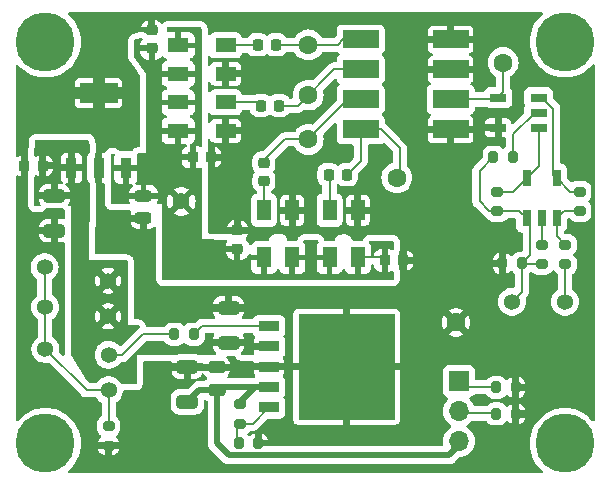
<source format=gbr>
%TF.GenerationSoftware,KiCad,Pcbnew,8.0.6*%
%TF.CreationDate,2025-01-13T11:37:24-05:00*%
%TF.ProjectId,kmh_RTx,6b6d685f-5254-4782-9e6b-696361645f70,rev?*%
%TF.SameCoordinates,Original*%
%TF.FileFunction,Copper,L1,Top*%
%TF.FilePolarity,Positive*%
%FSLAX46Y46*%
G04 Gerber Fmt 4.6, Leading zero omitted, Abs format (unit mm)*
G04 Created by KiCad (PCBNEW 8.0.6) date 2025-01-13 11:37:24*
%MOMM*%
%LPD*%
G01*
G04 APERTURE LIST*
G04 Aperture macros list*
%AMRoundRect*
0 Rectangle with rounded corners*
0 $1 Rounding radius*
0 $2 $3 $4 $5 $6 $7 $8 $9 X,Y pos of 4 corners*
0 Add a 4 corners polygon primitive as box body*
4,1,4,$2,$3,$4,$5,$6,$7,$8,$9,$2,$3,0*
0 Add four circle primitives for the rounded corners*
1,1,$1+$1,$2,$3*
1,1,$1+$1,$4,$5*
1,1,$1+$1,$6,$7*
1,1,$1+$1,$8,$9*
0 Add four rect primitives between the rounded corners*
20,1,$1+$1,$2,$3,$4,$5,0*
20,1,$1+$1,$4,$5,$6,$7,0*
20,1,$1+$1,$6,$7,$8,$9,0*
20,1,$1+$1,$8,$9,$2,$3,0*%
G04 Aperture macros list end*
%TA.AperFunction,ComponentPad*%
%ADD10C,1.600000*%
%TD*%
%TA.AperFunction,SMDPad,CuDef*%
%ADD11R,1.800000X1.200000*%
%TD*%
%TA.AperFunction,SMDPad,CuDef*%
%ADD12R,1.200000X1.800000*%
%TD*%
%TA.AperFunction,SMDPad,CuDef*%
%ADD13RoundRect,0.200000X0.200000X0.275000X-0.200000X0.275000X-0.200000X-0.275000X0.200000X-0.275000X0*%
%TD*%
%TA.AperFunction,ComponentPad*%
%ADD14R,1.700000X1.700000*%
%TD*%
%TA.AperFunction,ComponentPad*%
%ADD15O,1.700000X1.700000*%
%TD*%
%TA.AperFunction,SMDPad,CuDef*%
%ADD16R,3.050000X1.520000*%
%TD*%
%TA.AperFunction,SMDPad,CuDef*%
%ADD17R,1.400000X0.760000*%
%TD*%
%TA.AperFunction,SMDPad,CuDef*%
%ADD18R,0.760000X1.400000*%
%TD*%
%TA.AperFunction,SMDPad,CuDef*%
%ADD19R,8.204200X8.991600*%
%TD*%
%TA.AperFunction,SMDPad,CuDef*%
%ADD20R,1.752600X0.889000*%
%TD*%
%TA.AperFunction,SMDPad,CuDef*%
%ADD21RoundRect,0.200000X-0.275000X0.200000X-0.275000X-0.200000X0.275000X-0.200000X0.275000X0.200000X0*%
%TD*%
%TA.AperFunction,SMDPad,CuDef*%
%ADD22RoundRect,0.200000X-0.200000X-0.275000X0.200000X-0.275000X0.200000X0.275000X-0.200000X0.275000X0*%
%TD*%
%TA.AperFunction,SMDPad,CuDef*%
%ADD23RoundRect,0.250000X0.650000X-0.325000X0.650000X0.325000X-0.650000X0.325000X-0.650000X-0.325000X0*%
%TD*%
%TA.AperFunction,SMDPad,CuDef*%
%ADD24RoundRect,0.225000X-0.250000X0.225000X-0.250000X-0.225000X0.250000X-0.225000X0.250000X0.225000X0*%
%TD*%
%TA.AperFunction,ComponentPad*%
%ADD25C,1.362000*%
%TD*%
%TA.AperFunction,SMDPad,CuDef*%
%ADD26R,0.950000X1.750000*%
%TD*%
%TA.AperFunction,SMDPad,CuDef*%
%ADD27R,3.200000X1.750000*%
%TD*%
%TA.AperFunction,ComponentPad*%
%ADD28C,5.000000*%
%TD*%
%TA.AperFunction,SMDPad,CuDef*%
%ADD29RoundRect,0.225000X-0.225000X-0.250000X0.225000X-0.250000X0.225000X0.250000X-0.225000X0.250000X0*%
%TD*%
%TA.AperFunction,SMDPad,CuDef*%
%ADD30RoundRect,0.225000X0.225000X0.250000X-0.225000X0.250000X-0.225000X-0.250000X0.225000X-0.250000X0*%
%TD*%
%TA.AperFunction,ComponentPad*%
%ADD31C,1.400000*%
%TD*%
%TA.AperFunction,SMDPad,CuDef*%
%ADD32RoundRect,0.250000X0.475000X-0.250000X0.475000X0.250000X-0.475000X0.250000X-0.475000X-0.250000X0*%
%TD*%
%TA.AperFunction,SMDPad,CuDef*%
%ADD33RoundRect,0.200000X0.275000X-0.200000X0.275000X0.200000X-0.275000X0.200000X-0.275000X-0.200000X0*%
%TD*%
%TA.AperFunction,SMDPad,CuDef*%
%ADD34RoundRect,0.243750X-0.456250X0.243750X-0.456250X-0.243750X0.456250X-0.243750X0.456250X0.243750X0*%
%TD*%
%TA.AperFunction,SMDPad,CuDef*%
%ADD35RoundRect,0.250000X-0.650000X0.325000X-0.650000X-0.325000X0.650000X-0.325000X0.650000X0.325000X0*%
%TD*%
%TA.AperFunction,SMDPad,CuDef*%
%ADD36RoundRect,0.225000X0.250000X-0.225000X0.250000X0.225000X-0.250000X0.225000X-0.250000X-0.225000X0*%
%TD*%
%TA.AperFunction,ViaPad*%
%ADD37C,0.600000*%
%TD*%
%TA.AperFunction,Conductor*%
%ADD38C,0.200000*%
%TD*%
%TA.AperFunction,Conductor*%
%ADD39C,0.500000*%
%TD*%
G04 APERTURE END LIST*
D10*
%TO.P,TP7,1,1*%
%TO.N,GND*%
X126250000Y-51250000D03*
%TD*%
D11*
%TO.P,X4,1,Tri-State*%
%TO.N,+3.3V*%
X102750000Y-30200000D03*
%TO.P,X4,2,GND*%
%TO.N,GND*%
X106750000Y-30200000D03*
%TO.P,X4,3,OUT*%
%TO.N,Net-(X4-OUT)*%
X106750000Y-27800000D03*
%TO.P,X4,4,VDD*%
%TO.N,+3.3V*%
X102750000Y-27800000D03*
%TD*%
%TO.P,X3,1,Tri-State*%
%TO.N,+3.3V*%
X102750000Y-35025000D03*
%TO.P,X3,2,GND*%
%TO.N,GND*%
X106750000Y-35025000D03*
%TO.P,X3,3,OUT*%
%TO.N,Net-(X3-OUT)*%
X106750000Y-32625000D03*
%TO.P,X3,4,VDD*%
%TO.N,+3.3V*%
X102750000Y-32625000D03*
%TD*%
D12*
%TO.P,X2,1,Tri-State*%
%TO.N,+3.3V*%
X112400000Y-45750000D03*
%TO.P,X2,2,GND*%
%TO.N,GND*%
X112400000Y-41750000D03*
%TO.P,X2,3,OUT*%
%TO.N,Net-(X2-OUT)*%
X110000000Y-41750000D03*
%TO.P,X2,4,VDD*%
%TO.N,+3.3V*%
X110000000Y-45750000D03*
%TD*%
%TO.P,X1,1,Tri-State*%
%TO.N,+3.3V*%
X117950000Y-45750000D03*
%TO.P,X1,2,GND*%
%TO.N,GND*%
X117950000Y-41750000D03*
%TO.P,X1,3,OUT*%
%TO.N,Net-(X1-OUT)*%
X115550000Y-41750000D03*
%TO.P,X1,4,VDD*%
%TO.N,+3.3V*%
X115550000Y-45750000D03*
%TD*%
D13*
%TO.P,R12,1*%
%TO.N,GND*%
X131325000Y-56750000D03*
%TO.P,R12,2*%
%TO.N,Net-(J1-Pin_1)*%
X129675000Y-56750000D03*
%TD*%
D14*
%TO.P,J1,1,Pin_1*%
%TO.N,Net-(J1-Pin_1)*%
X126500000Y-56225000D03*
D15*
%TO.P,J1,2,Pin_2*%
%TO.N,Net-(J1-Pin_2)*%
X126500000Y-58765000D03*
%TO.P,J1,3,Pin_3*%
%TO.N,Net-(J1-Pin_3)*%
X126500000Y-61305000D03*
%TD*%
D16*
%TO.P,U1,8,PORT_1*%
%TO.N,Net-(U1-PORT_1)*%
X118190000Y-34910000D03*
%TO.P,U1,7,PORT_2*%
%TO.N,Net-(U1-PORT_2)*%
X118190000Y-32370000D03*
%TO.P,U1,6,PORT_3*%
%TO.N,Net-(U1-PORT_3)*%
X118190000Y-29830000D03*
%TO.P,U1,5,PORT_4*%
%TO.N,Net-(U1-PORT_4)*%
X118190000Y-27290000D03*
%TO.P,U1,4,GND_3*%
%TO.N,GND*%
X125810000Y-27290000D03*
%TO.P,U1,3,GND_2*%
X125810000Y-29830000D03*
%TO.P,U1,2,SUM_PORT*%
%TO.N,Net-(U1-SUM_PORT)*%
X125810000Y-32370000D03*
%TO.P,U1,1,GND_1*%
%TO.N,GND*%
X125810000Y-34910000D03*
%TD*%
D17*
%TO.P,T1,1*%
%TO.N,Net-(R9-Pad1)*%
X133250000Y-32210000D03*
%TO.P,T1,2*%
%TO.N,Net-(R10-Pad1)*%
X133250000Y-33480000D03*
%TO.P,T1,3*%
%TO.N,Net-(R8-Pad1)*%
X133250000Y-34750000D03*
%TO.P,T1,4*%
%TO.N,GND*%
X129820000Y-34750000D03*
%TO.P,T1,5*%
%TO.N,Net-(U1-SUM_PORT)*%
X129820000Y-32210000D03*
%TD*%
D18*
%TO.P,T2,1*%
%TO.N,Net-(R2-Pad1)*%
X134770000Y-42430000D03*
%TO.P,T2,2*%
%TO.N,Net-(R11-Pad1)*%
X133500000Y-42430000D03*
%TO.P,T2,3*%
%TO.N,GNDPWR*%
X132230000Y-42430000D03*
%TO.P,T2,4*%
%TO.N,Net-(R8-Pad1)*%
X132230000Y-39000000D03*
%TO.P,T2,5*%
%TO.N,Net-(R9-Pad1)*%
X134770000Y-39000000D03*
%TD*%
D19*
%TO.P,U2,6,FIN*%
%TO.N,GND*%
X117000000Y-55000000D03*
D20*
%TO.P,U2,5,ADJ*%
%TO.N,Net-(U2-ADJ)*%
X110421400Y-58439998D03*
%TO.P,U2,4,VO*%
%TO.N,Net-(J1-Pin_3)*%
X110421400Y-56719999D03*
%TO.P,U2,3,GND*%
%TO.N,GND*%
X110421400Y-55000000D03*
%TO.P,U2,2,VCC*%
%TO.N,+15V*%
X110421400Y-53279998D03*
%TO.P,U2,1,CTL*%
%TO.N,Net-(U2-CTL)*%
X110421400Y-51559999D03*
%TD*%
D10*
%TO.P,TP6,1,1*%
%TO.N,Net-(U1-SUM_PORT)*%
X130250000Y-29250000D03*
%TD*%
%TO.P,TP5,1,1*%
%TO.N,Net-(U1-PORT_4)*%
X113750000Y-27750000D03*
%TD*%
%TO.P,TP4,1,1*%
%TO.N,Net-(U1-PORT_3)*%
X113750000Y-32000000D03*
%TD*%
%TO.P,TP3,1,1*%
%TO.N,Net-(U1-PORT_2)*%
X113750000Y-35750000D03*
%TD*%
%TO.P,TP1,1,1*%
%TO.N,Net-(U1-PORT_1)*%
X121250000Y-39000000D03*
%TD*%
D21*
%TO.P,R11,1*%
%TO.N,Net-(R11-Pad1)*%
X133500000Y-44675000D03*
%TO.P,R11,2*%
%TO.N,GNDPWR*%
X133500000Y-46325000D03*
%TD*%
D13*
%TO.P,R10,1*%
%TO.N,Net-(R10-Pad1)*%
X131075000Y-37250000D03*
%TO.P,R10,2*%
%TO.N,GNDPWR*%
X129425000Y-37250000D03*
%TD*%
D21*
%TO.P,R9,1*%
%TO.N,Net-(R9-Pad1)*%
X136750000Y-40175000D03*
%TO.P,R9,2*%
%TO.N,Net-(R2-Pad1)*%
X136750000Y-41825000D03*
%TD*%
%TO.P,R8,1*%
%TO.N,Net-(R8-Pad1)*%
X129750000Y-40175000D03*
%TO.P,R8,2*%
%TO.N,GNDPWR*%
X129750000Y-41825000D03*
%TD*%
%TO.P,R7,1*%
%TO.N,Net-(J1-Pin_3)*%
X108000000Y-58175000D03*
%TO.P,R7,2*%
%TO.N,Net-(U2-ADJ)*%
X108000000Y-59825000D03*
%TD*%
D22*
%TO.P,R6,1*%
%TO.N,Net-(U2-ADJ)*%
X107850000Y-61500000D03*
%TO.P,R6,2*%
%TO.N,GND*%
X109500000Y-61500000D03*
%TD*%
D23*
%TO.P,C13,2*%
%TO.N,GND*%
X103500000Y-55025000D03*
%TO.P,C13,1*%
%TO.N,Net-(J1-Pin_3)*%
X103500000Y-57975000D03*
%TD*%
%TO.P,C12,1*%
%TO.N,+15V*%
X107000000Y-52975000D03*
%TO.P,C12,2*%
%TO.N,GND*%
X107000000Y-50025000D03*
%TD*%
D24*
%TO.P,C4,1*%
%TO.N,Net-(U1-PORT_2)*%
X110000000Y-37725000D03*
%TO.P,C4,2*%
%TO.N,Net-(X2-OUT)*%
X110000000Y-39275000D03*
%TD*%
D25*
%TO.P,H7,1,1*%
%TO.N,ReleaseAntenna*%
X96850000Y-54000000D03*
%TD*%
D26*
%TO.P,IC2,1,INPUT*%
%TO.N,+15V*%
X93700000Y-38150000D03*
%TO.P,IC2,2,COMMON_1*%
%TO.N,GND*%
X96000000Y-38150000D03*
%TO.P,IC2,3,OUTPUT*%
%TO.N,+3.3V*%
X98300000Y-38150000D03*
D27*
%TO.P,IC2,4,COMMON_2*%
%TO.N,GND*%
X96000000Y-31850000D03*
%TD*%
D28*
%TO.P,H4,1*%
%TO.N,N/C*%
X135500000Y-61500000D03*
%TD*%
D29*
%TO.P,C5,1*%
%TO.N,+3.3V*%
X103975000Y-37250000D03*
%TO.P,C5,2*%
%TO.N,GND*%
X105525000Y-37250000D03*
%TD*%
D30*
%TO.P,C16,1*%
%TO.N,+15V*%
X91275000Y-38000000D03*
%TO.P,C16,2*%
%TO.N,GND*%
X89725000Y-38000000D03*
%TD*%
D31*
%TO.P,TP2,1,1*%
%TO.N,+3.3V*%
X103000000Y-41000000D03*
%TD*%
D30*
%TO.P,C6,1*%
%TO.N,Net-(U1-PORT_3)*%
X111285000Y-32900000D03*
%TO.P,C6,2*%
%TO.N,Net-(X3-OUT)*%
X109735000Y-32900000D03*
%TD*%
D22*
%TO.P,R4,1*%
%TO.N,GND*%
X130175000Y-46250000D03*
%TO.P,R4,2*%
%TO.N,GNDPWR*%
X131825000Y-46250000D03*
%TD*%
D25*
%TO.P,H10,1,1*%
%TO.N,Net-(H10-Pad1)*%
X91475000Y-49950000D03*
%TD*%
D30*
%TO.P,C1,1*%
%TO.N,Net-(U1-PORT_1)*%
X117025000Y-38750000D03*
%TO.P,C1,2*%
%TO.N,Net-(X1-OUT)*%
X115475000Y-38750000D03*
%TD*%
D32*
%TO.P,C14,2*%
%TO.N,GND*%
X106000000Y-55050000D03*
%TO.P,C14,1*%
%TO.N,Net-(J1-Pin_3)*%
X106000000Y-56950000D03*
%TD*%
D33*
%TO.P,R3,1*%
%TO.N,GND*%
X96850000Y-61675000D03*
%TO.P,R3,2*%
%TO.N,Net-(H10-Pad1)*%
X96850000Y-60025000D03*
%TD*%
D30*
%TO.P,C8,2*%
%TO.N,Net-(X4-OUT)*%
X109475000Y-27750000D03*
%TO.P,C8,1*%
%TO.N,Net-(U1-PORT_4)*%
X111025000Y-27750000D03*
%TD*%
D25*
%TO.P,H6,1,1*%
%TO.N,+15V*%
X96800000Y-50725000D03*
%TD*%
D29*
%TO.P,C2,1*%
%TO.N,+3.3V*%
X120225000Y-46000000D03*
%TO.P,C2,2*%
%TO.N,GND*%
X121775000Y-46000000D03*
%TD*%
D28*
%TO.P,H3,1*%
%TO.N,N/C*%
X135500000Y-27500000D03*
%TD*%
D25*
%TO.P,H9,1,1*%
%TO.N,Net-(H10-Pad1)*%
X91425000Y-46575000D03*
%TD*%
D22*
%TO.P,R1,2*%
%TO.N,Net-(U2-CTL)*%
X104075000Y-52250000D03*
%TO.P,R1,1*%
%TO.N,ReleaseAntenna*%
X102425000Y-52250000D03*
%TD*%
D21*
%TO.P,R2,1*%
%TO.N,Net-(R2-Pad1)*%
X135500000Y-44675000D03*
%TO.P,R2,2*%
%TO.N,Net-(H14-Pad1)*%
X135500000Y-46325000D03*
%TD*%
D34*
%TO.P,C17,1*%
%TO.N,+3.3V*%
X99800000Y-40562500D03*
%TO.P,C17,2*%
%TO.N,GND*%
X99800000Y-42437500D03*
%TD*%
D25*
%TO.P,H5,1,1*%
%TO.N,+15V*%
X96800000Y-47725000D03*
%TD*%
%TO.P,H14,1,1*%
%TO.N,Net-(H14-Pad1)*%
X135500000Y-49500000D03*
%TD*%
D28*
%TO.P,H2,1*%
%TO.N,N/C*%
X91500000Y-27500000D03*
%TD*%
D35*
%TO.P,C15,1*%
%TO.N,+15V*%
X92250000Y-40525000D03*
%TO.P,C15,2*%
%TO.N,GND*%
X92250000Y-43475000D03*
%TD*%
D36*
%TO.P,C3,1*%
%TO.N,+3.3V*%
X107750000Y-45000000D03*
%TO.P,C3,2*%
%TO.N,GND*%
X107750000Y-43450000D03*
%TD*%
%TO.P,C7,1*%
%TO.N,+3.3V*%
X100500000Y-28050000D03*
%TO.P,C7,2*%
%TO.N,GND*%
X100500000Y-26500000D03*
%TD*%
D25*
%TO.P,H15,1,1*%
%TO.N,GNDPWR*%
X131000000Y-49500000D03*
%TD*%
%TO.P,H8,1,1*%
%TO.N,Net-(H10-Pad1)*%
X96850000Y-57000000D03*
%TD*%
D13*
%TO.P,R5,1*%
%TO.N,GND*%
X131325000Y-59000000D03*
%TO.P,R5,2*%
%TO.N,Net-(J1-Pin_2)*%
X129675000Y-59000000D03*
%TD*%
D25*
%TO.P,H11,1,1*%
%TO.N,Net-(H10-Pad1)*%
X91500000Y-53500000D03*
%TD*%
D28*
%TO.P,H1,1*%
%TO.N,N/C*%
X91500000Y-61500000D03*
%TD*%
D37*
%TO.N,GND*%
X107750000Y-42000000D03*
X129000000Y-46250000D03*
X132500000Y-56750000D03*
X110750000Y-61500000D03*
X108750000Y-55000000D03*
X107500000Y-55000000D03*
X120750000Y-58500000D03*
X119000000Y-53500000D03*
X119000000Y-51000000D03*
X117000000Y-58500000D03*
X115000000Y-58500000D03*
X113250000Y-58500000D03*
X115000000Y-51000000D03*
X113250000Y-56000000D03*
X115000000Y-53500000D03*
X113250000Y-53500000D03*
X117000000Y-51000000D03*
X113250000Y-51000000D03*
X117000000Y-53500000D03*
X117000000Y-56000000D03*
X115000000Y-56000000D03*
X96250000Y-40250000D03*
X137250000Y-57500000D03*
X123000000Y-60000000D03*
X135250000Y-55000000D03*
X109000000Y-30250000D03*
X89750000Y-39750000D03*
X131500000Y-52500000D03*
X135500000Y-52500000D03*
X124500000Y-45000000D03*
X93000000Y-32000000D03*
X119000000Y-56000000D03*
X137250000Y-55000000D03*
X135250000Y-57500000D03*
X98750000Y-30750000D03*
X99750000Y-43750000D03*
X120750000Y-56000000D03*
X123000000Y-56000000D03*
X114625000Y-61050000D03*
X96250000Y-43250000D03*
X96000000Y-63000000D03*
X123000000Y-52250000D03*
X132500000Y-59000000D03*
X124500000Y-37750000D03*
X101500000Y-55000000D03*
X126000000Y-45000000D03*
X123000000Y-46000000D03*
X120750000Y-53500000D03*
X98750000Y-32250000D03*
X107250000Y-37250000D03*
X91000000Y-34000000D03*
X130000000Y-36000000D03*
X124500000Y-42500000D03*
X120750000Y-51000000D03*
X123000000Y-50250000D03*
X112500000Y-40000000D03*
X119000000Y-58500000D03*
X123000000Y-58000000D03*
X133250000Y-55000000D03*
X95000000Y-26500000D03*
X119515000Y-41775000D03*
X99000000Y-62000000D03*
X109000000Y-50000000D03*
X123000000Y-54250000D03*
X96250000Y-41750000D03*
X99000000Y-26500000D03*
X109000000Y-34750000D03*
X133500000Y-52500000D03*
X97000000Y-26500000D03*
X97000000Y-29000000D03*
X126000000Y-47000000D03*
X117125000Y-61050000D03*
X90500000Y-43500000D03*
X91000000Y-32000000D03*
X124500000Y-40000000D03*
X95000000Y-29000000D03*
X126000000Y-42500000D03*
X126015000Y-40000000D03*
X126000000Y-37750000D03*
%TD*%
D38*
%TO.N,Net-(J1-Pin_2)*%
X129635000Y-58960000D02*
X129675000Y-59000000D01*
X126675000Y-58960000D02*
X129635000Y-58960000D01*
X126650000Y-58935000D02*
X126675000Y-58960000D01*
X126650000Y-58475000D02*
X126650000Y-58935000D01*
%TO.N,Net-(J1-Pin_1)*%
X129675000Y-56750000D02*
X127025000Y-56750000D01*
X127025000Y-56750000D02*
X126500000Y-56225000D01*
%TO.N,Net-(H14-Pad1)*%
X135500000Y-46325000D02*
X135500000Y-48825000D01*
%TO.N,Net-(R2-Pad1)*%
X134770000Y-43945000D02*
X135500000Y-44675000D01*
X134770000Y-42430000D02*
X134770000Y-43945000D01*
%TO.N,Net-(X1-OUT)*%
X115475000Y-38750000D02*
X115550000Y-38825000D01*
%TO.N,Net-(U1-PORT_1)*%
X118190000Y-37585000D02*
X118190000Y-34910000D01*
X117025000Y-38750000D02*
X118190000Y-37585000D01*
%TO.N,Net-(X1-OUT)*%
X115550000Y-38825000D02*
X115550000Y-41750000D01*
%TO.N,Net-(U1-PORT_2)*%
X110000000Y-37500000D02*
X110000000Y-37725000D01*
X111750000Y-35750000D02*
X110000000Y-37500000D01*
X113750000Y-35750000D02*
X111750000Y-35750000D01*
%TO.N,Net-(X2-OUT)*%
X110000000Y-41750000D02*
X110000000Y-39275000D01*
D39*
%TO.N,Net-(J1-Pin_3)*%
X109250000Y-56719999D02*
X110421400Y-56719999D01*
X108000000Y-57969999D02*
X109250000Y-56719999D01*
X108000000Y-58175000D02*
X108000000Y-57969999D01*
D38*
%TO.N,ReleaseAntenna*%
X99750000Y-52250000D02*
X102425000Y-52250000D01*
X98000000Y-54000000D02*
X99750000Y-52250000D01*
X96850000Y-54000000D02*
X98000000Y-54000000D01*
%TO.N,Net-(U2-CTL)*%
X104765001Y-51559999D02*
X110421400Y-51559999D01*
X104075000Y-52250000D02*
X104765001Y-51559999D01*
%TO.N,+3.3V*%
X119975000Y-45750000D02*
X120225000Y-46000000D01*
X117950000Y-45750000D02*
X119975000Y-45750000D01*
%TO.N,Net-(R9-Pad1)*%
X134500000Y-38730000D02*
X134770000Y-39000000D01*
X134500000Y-33140000D02*
X134500000Y-38730000D01*
X133250000Y-32210000D02*
X133570000Y-32210000D01*
X133570000Y-32210000D02*
X134500000Y-33140000D01*
%TO.N,Net-(R8-Pad1)*%
X131055000Y-40175000D02*
X132230000Y-39000000D01*
%TO.N,Net-(R9-Pad1)*%
X135945000Y-40175000D02*
X134770000Y-39000000D01*
%TO.N,Net-(R8-Pad1)*%
X129750000Y-40175000D02*
X131055000Y-40175000D01*
X133250000Y-37980000D02*
X132230000Y-39000000D01*
%TO.N,GNDPWR*%
X131625000Y-41825000D02*
X132230000Y-42430000D01*
X129750000Y-41825000D02*
X131625000Y-41825000D01*
X132500000Y-45575000D02*
X131825000Y-46250000D01*
X132500000Y-42700000D02*
X132500000Y-45575000D01*
%TO.N,Net-(R8-Pad1)*%
X133250000Y-34750000D02*
X133250000Y-37980000D01*
%TO.N,GNDPWR*%
X132230000Y-42430000D02*
X132500000Y-42700000D01*
%TO.N,Net-(R11-Pad1)*%
X133500000Y-42430000D02*
X133500000Y-44675000D01*
%TO.N,Net-(R2-Pad1)*%
X136750000Y-41825000D02*
X135375000Y-41825000D01*
X135375000Y-41825000D02*
X134770000Y-42430000D01*
%TO.N,Net-(R9-Pad1)*%
X136750000Y-40175000D02*
X135945000Y-40175000D01*
%TO.N,Net-(U1-PORT_1)*%
X121500000Y-38750000D02*
X120750000Y-38750000D01*
X121500000Y-36500000D02*
X121500000Y-38750000D01*
X118190000Y-34910000D02*
X119910000Y-34910000D01*
X119910000Y-34910000D02*
X121500000Y-36500000D01*
%TO.N,Net-(X3-OUT)*%
X109400000Y-32625000D02*
X109775000Y-33000000D01*
X107075000Y-32625000D02*
X109400000Y-32625000D01*
X107450000Y-33000000D02*
X107075000Y-32625000D01*
%TO.N,Net-(U1-PORT_4)*%
X116710000Y-27290000D02*
X118190000Y-27290000D01*
X111025000Y-27750000D02*
X116250000Y-27750000D01*
X116250000Y-27750000D02*
X116710000Y-27290000D01*
%TO.N,Net-(X4-OUT)*%
X109425000Y-27800000D02*
X109475000Y-27750000D01*
X106750000Y-27800000D02*
X109425000Y-27800000D01*
%TO.N,Net-(U1-SUM_PORT)*%
X130250000Y-29250000D02*
X130250000Y-31780000D01*
X130250000Y-31780000D02*
X129820000Y-32210000D01*
%TO.N,Net-(U1-PORT_3)*%
X112850000Y-32900000D02*
X115920000Y-29830000D01*
X111285000Y-32900000D02*
X112850000Y-32900000D01*
X115920000Y-29830000D02*
X118190000Y-29830000D01*
%TO.N,Net-(U1-PORT_2)*%
X117130000Y-32370000D02*
X118190000Y-32370000D01*
X114015000Y-35485000D02*
X117130000Y-32370000D01*
X114015000Y-35985000D02*
X114015000Y-35485000D01*
X113650000Y-36350000D02*
X114015000Y-35985000D01*
%TO.N,Net-(U1-SUM_PORT)*%
X125810000Y-32370000D02*
X129685025Y-32370000D01*
%TO.N,GNDPWR*%
X133500000Y-46325000D02*
X131900000Y-46325000D01*
X131900000Y-46325000D02*
X131825000Y-46250000D01*
X131825000Y-48675000D02*
X131000000Y-49500000D01*
X131825000Y-46250000D02*
X131825000Y-48675000D01*
%TO.N,Net-(R10-Pad1)*%
X131075000Y-35335000D02*
X131075000Y-37250000D01*
X132930000Y-33480000D02*
X131075000Y-35335000D01*
X133250000Y-33480000D02*
X132930000Y-33480000D01*
%TO.N,GNDPWR*%
X129075000Y-41825000D02*
X129750000Y-41825000D01*
X128250000Y-41000000D02*
X129075000Y-41825000D01*
X128250000Y-38425000D02*
X128250000Y-41000000D01*
X129425000Y-37250000D02*
X128250000Y-38425000D01*
D39*
%TO.N,Net-(J1-Pin_3)*%
X106230001Y-56719999D02*
X106000000Y-56950000D01*
X110421400Y-56719999D02*
X106230001Y-56719999D01*
D38*
%TO.N,Net-(U2-ADJ)*%
X107750000Y-60075000D02*
X108000000Y-59825000D01*
X107750000Y-61075000D02*
X107750000Y-60075000D01*
D39*
%TO.N,Net-(J1-Pin_3)*%
X104525000Y-56950000D02*
X103500000Y-57975000D01*
X106000000Y-56950000D02*
X104525000Y-56950000D01*
X106000000Y-61500000D02*
X106000000Y-56950000D01*
X107000000Y-62500000D02*
X106000000Y-61500000D01*
X125675000Y-62500000D02*
X107000000Y-62500000D01*
X126675000Y-61500000D02*
X125675000Y-62500000D01*
D38*
%TO.N,Net-(U2-ADJ)*%
X108000000Y-59825000D02*
X108500000Y-59825000D01*
X109036398Y-59825000D02*
X110421400Y-58439998D01*
X108000000Y-59825000D02*
X109036398Y-59825000D01*
%TO.N,Net-(U2-CTL)*%
X110421400Y-51559999D02*
X110421400Y-51668600D01*
%TO.N,Net-(U2-ADJ)*%
X110181402Y-58200000D02*
X110421400Y-58439998D01*
%TO.N,Net-(U1-PORT_3)*%
X111090000Y-33000000D02*
X111290000Y-32800000D01*
%TO.N,Net-(H10-Pad1)*%
X91475000Y-49950000D02*
X91475000Y-53475000D01*
X91425000Y-49900000D02*
X91475000Y-49950000D01*
X91475000Y-53475000D02*
X91500000Y-53500000D01*
X91500000Y-53500000D02*
X95000000Y-57000000D01*
X91425000Y-46575000D02*
X91425000Y-49900000D01*
X95000000Y-57000000D02*
X96850000Y-57000000D01*
X96850000Y-57000000D02*
X96850000Y-60025000D01*
%TD*%
%TA.AperFunction,Conductor*%
%TO.N,+15V*%
G36*
X95143760Y-35795252D02*
G01*
X95189796Y-35847810D01*
X95201276Y-35900719D01*
X95199999Y-36099999D01*
X95211522Y-36118779D01*
X95232416Y-36138213D01*
X95249805Y-36201852D01*
X95248302Y-36795174D01*
X95228447Y-36862163D01*
X95198615Y-36894125D01*
X95167459Y-36917449D01*
X95167451Y-36917457D01*
X95081206Y-37032664D01*
X95081202Y-37032671D01*
X95030908Y-37167517D01*
X95024501Y-37227116D01*
X95024500Y-37227135D01*
X95024500Y-39072870D01*
X95024501Y-39072876D01*
X95030908Y-39132483D01*
X95081202Y-39267328D01*
X95081206Y-39267335D01*
X95167451Y-39382542D01*
X95167458Y-39382550D01*
X95191764Y-39400745D01*
X95233636Y-39456678D01*
X95241454Y-39500326D01*
X95225000Y-46000000D01*
X98376000Y-46000000D01*
X98443039Y-46019685D01*
X98488794Y-46072489D01*
X98500000Y-46124000D01*
X98500000Y-50875000D01*
X98500000Y-50882812D01*
X98500000Y-51500000D01*
X99385263Y-51500000D01*
X99452302Y-51519685D01*
X99498057Y-51572489D01*
X99508001Y-51641647D01*
X99478976Y-51705203D01*
X99447263Y-51731387D01*
X99381287Y-51769477D01*
X99381282Y-51769481D01*
X97923702Y-53227061D01*
X97862379Y-53260546D01*
X97792687Y-53255562D01*
X97737068Y-53214108D01*
X97726882Y-53200621D01*
X97726880Y-53200618D01*
X97565063Y-53053103D01*
X97378896Y-52937833D01*
X97378894Y-52937832D01*
X97378893Y-52937831D01*
X97204276Y-52870185D01*
X97174718Y-52858734D01*
X96959482Y-52818500D01*
X96740518Y-52818500D01*
X96525282Y-52858734D01*
X96525279Y-52858734D01*
X96525279Y-52858735D01*
X96321106Y-52937831D01*
X96321105Y-52937832D01*
X96134941Y-53053100D01*
X96134939Y-53053101D01*
X96134937Y-53053103D01*
X96008377Y-53168477D01*
X95973121Y-53200617D01*
X95841166Y-53375353D01*
X95841159Y-53375365D01*
X95743567Y-53571357D01*
X95743563Y-53571366D01*
X95683640Y-53781970D01*
X95663438Y-53999999D01*
X95663438Y-54000000D01*
X95683640Y-54218029D01*
X95743563Y-54428633D01*
X95743567Y-54428642D01*
X95841159Y-54624634D01*
X95841166Y-54624646D01*
X95884100Y-54681500D01*
X95973120Y-54799382D01*
X96134937Y-54946897D01*
X96321104Y-55062167D01*
X96321105Y-55062167D01*
X96321106Y-55062168D01*
X96364360Y-55078924D01*
X96525282Y-55141266D01*
X96740518Y-55181500D01*
X96740521Y-55181500D01*
X96959479Y-55181500D01*
X96959482Y-55181500D01*
X97174718Y-55141266D01*
X97378896Y-55062167D01*
X97565063Y-54946897D01*
X97726880Y-54799382D01*
X97839857Y-54649774D01*
X97895965Y-54608138D01*
X97938811Y-54600501D01*
X98079054Y-54600501D01*
X98079057Y-54600501D01*
X98231785Y-54559577D01*
X98281904Y-54530639D01*
X98368716Y-54480520D01*
X98480520Y-54368716D01*
X98480520Y-54368714D01*
X98490728Y-54358507D01*
X98490729Y-54358504D01*
X99962417Y-52886819D01*
X100023740Y-52853334D01*
X100050098Y-52850500D01*
X101533285Y-52850500D01*
X101600324Y-52870185D01*
X101639402Y-52910350D01*
X101669530Y-52960188D01*
X101789811Y-53080469D01*
X101789813Y-53080470D01*
X101789815Y-53080472D01*
X101935394Y-53168478D01*
X102097804Y-53219086D01*
X102168384Y-53225500D01*
X102168387Y-53225500D01*
X102681613Y-53225500D01*
X102681616Y-53225500D01*
X102752196Y-53219086D01*
X102914606Y-53168478D01*
X103060185Y-53080472D01*
X103087557Y-53053100D01*
X103162319Y-52978339D01*
X103223642Y-52944854D01*
X103293334Y-52949838D01*
X103337681Y-52978339D01*
X103439811Y-53080469D01*
X103439813Y-53080470D01*
X103439815Y-53080472D01*
X103585394Y-53168478D01*
X103747804Y-53219086D01*
X103818384Y-53225500D01*
X103818387Y-53225500D01*
X104331613Y-53225500D01*
X104331616Y-53225500D01*
X104402196Y-53219086D01*
X104564606Y-53168478D01*
X104710185Y-53080472D01*
X104830472Y-52960185D01*
X104918478Y-52814606D01*
X104969086Y-52652196D01*
X104975500Y-52581616D01*
X104975500Y-52284499D01*
X104995185Y-52217460D01*
X105047989Y-52171705D01*
X105099500Y-52160499D01*
X105666932Y-52160499D01*
X105733971Y-52180184D01*
X105779726Y-52232988D01*
X105789670Y-52302146D01*
X105773665Y-52347619D01*
X105748716Y-52389805D01*
X105748716Y-52389806D01*
X105702900Y-52547504D01*
X105702899Y-52547510D01*
X105700000Y-52584350D01*
X105700000Y-52675000D01*
X108300000Y-52675000D01*
X108300000Y-52584365D01*
X108299999Y-52584350D01*
X108297100Y-52547510D01*
X108297099Y-52547504D01*
X108251283Y-52389806D01*
X108251283Y-52389805D01*
X108226335Y-52347619D01*
X108209153Y-52279895D01*
X108231314Y-52213633D01*
X108285780Y-52169870D01*
X108333068Y-52160499D01*
X108983009Y-52160499D01*
X109050048Y-52180184D01*
X109095803Y-52232988D01*
X109099191Y-52241166D01*
X109101302Y-52246827D01*
X109101306Y-52246834D01*
X109170458Y-52339208D01*
X109187554Y-52362045D01*
X109224724Y-52389870D01*
X109266594Y-52445803D01*
X109271578Y-52515495D01*
X109238095Y-52576816D01*
X109217460Y-52597451D01*
X109159933Y-52710353D01*
X109145100Y-52804011D01*
X109145100Y-52979998D01*
X109735200Y-52979998D01*
X109729200Y-53579998D01*
X109145101Y-53579998D01*
X109145101Y-53755977D01*
X109161037Y-53856604D01*
X109152081Y-53925897D01*
X109107084Y-53979349D01*
X109040332Y-53999987D01*
X109038563Y-54000000D01*
X108168602Y-54000000D01*
X108101563Y-53980315D01*
X108055808Y-53927511D01*
X108045864Y-53858353D01*
X108074889Y-53794797D01*
X108080921Y-53788319D01*
X108167678Y-53701561D01*
X108167685Y-53701552D01*
X108251282Y-53560196D01*
X108251283Y-53560193D01*
X108297099Y-53402495D01*
X108297100Y-53402489D01*
X108299999Y-53365649D01*
X108300000Y-53365634D01*
X108300000Y-53275000D01*
X105700000Y-53275000D01*
X105700000Y-53365649D01*
X105702899Y-53402489D01*
X105702900Y-53402495D01*
X105748716Y-53560193D01*
X105748717Y-53560196D01*
X105832314Y-53701552D01*
X105832321Y-53701561D01*
X105919079Y-53788319D01*
X105952564Y-53849642D01*
X105947580Y-53919334D01*
X105905708Y-53975267D01*
X105840244Y-53999684D01*
X105831398Y-54000000D01*
X104443516Y-54000000D01*
X104404512Y-53993706D01*
X104361185Y-53979349D01*
X104302797Y-53960001D01*
X104302795Y-53960000D01*
X104200010Y-53949500D01*
X102799998Y-53949500D01*
X102799981Y-53949501D01*
X102697203Y-53960000D01*
X102697200Y-53960001D01*
X102595488Y-53993706D01*
X102556484Y-54000000D01*
X99250000Y-54000000D01*
X99250000Y-56376000D01*
X99230315Y-56443039D01*
X99177511Y-56488794D01*
X99126000Y-56500000D01*
X97997678Y-56500000D01*
X97930639Y-56480315D01*
X97886678Y-56431271D01*
X97858840Y-56375365D01*
X97858833Y-56375353D01*
X97790538Y-56284916D01*
X97726880Y-56200618D01*
X97565063Y-56053103D01*
X97378896Y-55937833D01*
X97378894Y-55937832D01*
X97378893Y-55937831D01*
X97177983Y-55859999D01*
X97174718Y-55858734D01*
X96959482Y-55818500D01*
X96740518Y-55818500D01*
X96525282Y-55858734D01*
X96525279Y-55858734D01*
X96525279Y-55858735D01*
X96321106Y-55937831D01*
X96321105Y-55937832D01*
X96134941Y-56053100D01*
X96134939Y-56053101D01*
X96134937Y-56053103D01*
X96094464Y-56089999D01*
X95973120Y-56200618D01*
X95973118Y-56200620D01*
X95860142Y-56350226D01*
X95804034Y-56391863D01*
X95761188Y-56399500D01*
X95300097Y-56399500D01*
X95233058Y-56379815D01*
X95212416Y-56363181D01*
X95074905Y-56225670D01*
X95058619Y-56205568D01*
X95055403Y-56200620D01*
X93645177Y-54031042D01*
X93625147Y-53964107D01*
X93625146Y-53963165D01*
X93634236Y-51672477D01*
X96276785Y-51672477D01*
X96276785Y-51672478D01*
X96316084Y-51696811D01*
X96316102Y-51696820D01*
X96502895Y-51769184D01*
X96502905Y-51769187D01*
X96699833Y-51806000D01*
X96900167Y-51806000D01*
X97097094Y-51769187D01*
X97097104Y-51769184D01*
X97283904Y-51696818D01*
X97323214Y-51672477D01*
X96800001Y-51149264D01*
X96800000Y-51149264D01*
X96276785Y-51672477D01*
X93634236Y-51672477D01*
X93637996Y-50724999D01*
X95714369Y-50724999D01*
X95714369Y-50725000D01*
X95732853Y-50924479D01*
X95787680Y-51117178D01*
X95852793Y-51247942D01*
X96375736Y-50725000D01*
X96375736Y-50724999D01*
X96320561Y-50669824D01*
X96380900Y-50669824D01*
X96380900Y-50780176D01*
X96409461Y-50886766D01*
X96464637Y-50982333D01*
X96542667Y-51060363D01*
X96638234Y-51115539D01*
X96744824Y-51144100D01*
X96855176Y-51144100D01*
X96961766Y-51115539D01*
X97057333Y-51060363D01*
X97135363Y-50982333D01*
X97190539Y-50886766D01*
X97219100Y-50780176D01*
X97219100Y-50724999D01*
X97224264Y-50724999D01*
X97224264Y-50725000D01*
X97747205Y-51247941D01*
X97747206Y-51247941D01*
X97812321Y-51117173D01*
X97867146Y-50924479D01*
X97885631Y-50725000D01*
X97885631Y-50724999D01*
X97867146Y-50525520D01*
X97812319Y-50332821D01*
X97747206Y-50202056D01*
X97224264Y-50724999D01*
X97219100Y-50724999D01*
X97219100Y-50669824D01*
X97190539Y-50563234D01*
X97135363Y-50467667D01*
X97057333Y-50389637D01*
X96961766Y-50334461D01*
X96855176Y-50305900D01*
X96744824Y-50305900D01*
X96638234Y-50334461D01*
X96542667Y-50389637D01*
X96464637Y-50467667D01*
X96409461Y-50563234D01*
X96380900Y-50669824D01*
X96320561Y-50669824D01*
X95852793Y-50202056D01*
X95852792Y-50202056D01*
X95787682Y-50332816D01*
X95787678Y-50332826D01*
X95732853Y-50525520D01*
X95714369Y-50724999D01*
X93637996Y-50724999D01*
X93641756Y-49777521D01*
X96276784Y-49777521D01*
X96800000Y-50300736D01*
X96800001Y-50300736D01*
X97323214Y-49777521D01*
X97283907Y-49753183D01*
X97283906Y-49753182D01*
X97097095Y-49680812D01*
X96900167Y-49644000D01*
X96699833Y-49644000D01*
X96502905Y-49680812D01*
X96502904Y-49680812D01*
X96316095Y-49753182D01*
X96316092Y-49753183D01*
X96276784Y-49777521D01*
X93641756Y-49777521D01*
X93646141Y-48672477D01*
X96276785Y-48672477D01*
X96276785Y-48672478D01*
X96316084Y-48696811D01*
X96316102Y-48696820D01*
X96502895Y-48769184D01*
X96502905Y-48769187D01*
X96699833Y-48806000D01*
X96900167Y-48806000D01*
X97097094Y-48769187D01*
X97097104Y-48769184D01*
X97283904Y-48696818D01*
X97323214Y-48672477D01*
X96800001Y-48149264D01*
X96800000Y-48149264D01*
X96276785Y-48672477D01*
X93646141Y-48672477D01*
X93649901Y-47724999D01*
X95714369Y-47724999D01*
X95714369Y-47725000D01*
X95732853Y-47924479D01*
X95787680Y-48117178D01*
X95852793Y-48247942D01*
X96375736Y-47725000D01*
X96375736Y-47724999D01*
X96320561Y-47669824D01*
X96380900Y-47669824D01*
X96380900Y-47780176D01*
X96409461Y-47886766D01*
X96464637Y-47982333D01*
X96542667Y-48060363D01*
X96638234Y-48115539D01*
X96744824Y-48144100D01*
X96855176Y-48144100D01*
X96961766Y-48115539D01*
X97057333Y-48060363D01*
X97135363Y-47982333D01*
X97190539Y-47886766D01*
X97219100Y-47780176D01*
X97219100Y-47724999D01*
X97224264Y-47724999D01*
X97224264Y-47725000D01*
X97747205Y-48247941D01*
X97747206Y-48247941D01*
X97812321Y-48117173D01*
X97867146Y-47924479D01*
X97885631Y-47725000D01*
X97885631Y-47724999D01*
X97867146Y-47525520D01*
X97812319Y-47332821D01*
X97747206Y-47202056D01*
X97224264Y-47724999D01*
X97219100Y-47724999D01*
X97219100Y-47669824D01*
X97190539Y-47563234D01*
X97135363Y-47467667D01*
X97057333Y-47389637D01*
X96961766Y-47334461D01*
X96855176Y-47305900D01*
X96744824Y-47305900D01*
X96638234Y-47334461D01*
X96542667Y-47389637D01*
X96464637Y-47467667D01*
X96409461Y-47563234D01*
X96380900Y-47669824D01*
X96320561Y-47669824D01*
X95852793Y-47202056D01*
X95852792Y-47202056D01*
X95787682Y-47332816D01*
X95787678Y-47332826D01*
X95732853Y-47525520D01*
X95714369Y-47724999D01*
X93649901Y-47724999D01*
X93653661Y-46777521D01*
X96276784Y-46777521D01*
X96800000Y-47300736D01*
X96800001Y-47300736D01*
X97323214Y-46777521D01*
X97283907Y-46753183D01*
X97283906Y-46753182D01*
X97097095Y-46680812D01*
X96900167Y-46644000D01*
X96699833Y-46644000D01*
X96502905Y-46680812D01*
X96502904Y-46680812D01*
X96316095Y-46753182D01*
X96316092Y-46753183D01*
X96276784Y-46777521D01*
X93653661Y-46777521D01*
X93675000Y-41400000D01*
X93547674Y-41401018D01*
X93480480Y-41381870D01*
X93434304Y-41329434D01*
X93423808Y-41260357D01*
X93439951Y-41213900D01*
X93501284Y-41110193D01*
X93547099Y-40952495D01*
X93547100Y-40952489D01*
X93549999Y-40915649D01*
X93550000Y-40915634D01*
X93550000Y-40825000D01*
X90950000Y-40825000D01*
X90950000Y-40915649D01*
X90952899Y-40952489D01*
X90952900Y-40952495D01*
X90998716Y-41110193D01*
X90998717Y-41110196D01*
X91072259Y-41234550D01*
X91089442Y-41302274D01*
X91067282Y-41368537D01*
X91012816Y-41412300D01*
X90966519Y-41421667D01*
X90675549Y-41423995D01*
X90608354Y-41404847D01*
X90562178Y-41352411D01*
X90550558Y-41299448D01*
X90552264Y-40915634D01*
X90555736Y-40134350D01*
X90950000Y-40134350D01*
X90950000Y-40225000D01*
X91950000Y-40225000D01*
X91950000Y-39550000D01*
X92550000Y-39550000D01*
X92550000Y-40225000D01*
X93550000Y-40225000D01*
X93550000Y-40134365D01*
X93549999Y-40134350D01*
X93547100Y-40097510D01*
X93547099Y-40097504D01*
X93501283Y-39939806D01*
X93501282Y-39939803D01*
X93417685Y-39798447D01*
X93417678Y-39798438D01*
X93301561Y-39682321D01*
X93301552Y-39682314D01*
X93256602Y-39655731D01*
X93208918Y-39604662D01*
X93196415Y-39535920D01*
X93223060Y-39471331D01*
X93280396Y-39431401D01*
X93319723Y-39424999D01*
X93399999Y-39424999D01*
X94000000Y-39424999D01*
X94206479Y-39424999D01*
X94300149Y-39410164D01*
X94300155Y-39410162D01*
X94413041Y-39352643D01*
X94413050Y-39352636D01*
X94502636Y-39263050D01*
X94502639Y-39263046D01*
X94560166Y-39150144D01*
X94575000Y-39056486D01*
X94575000Y-38450000D01*
X94000000Y-38450000D01*
X94000000Y-39424999D01*
X93399999Y-39424999D01*
X93400000Y-39424998D01*
X93400000Y-38450000D01*
X92825001Y-38450000D01*
X92825001Y-39056479D01*
X92839835Y-39150149D01*
X92839837Y-39150155D01*
X92897356Y-39263041D01*
X92897363Y-39263050D01*
X92972632Y-39338319D01*
X93006117Y-39399642D01*
X93001133Y-39469334D01*
X92959261Y-39525267D01*
X92893797Y-39549684D01*
X92884951Y-39550000D01*
X92550000Y-39550000D01*
X91950000Y-39550000D01*
X91534350Y-39550000D01*
X91497510Y-39552899D01*
X91497504Y-39552900D01*
X91339806Y-39598716D01*
X91339803Y-39598717D01*
X91198447Y-39682314D01*
X91198438Y-39682321D01*
X91082321Y-39798438D01*
X91082314Y-39798447D01*
X90998717Y-39939803D01*
X90998716Y-39939806D01*
X90952900Y-40097504D01*
X90952899Y-40097510D01*
X90950000Y-40134350D01*
X90555736Y-40134350D01*
X90561204Y-38903883D01*
X90581187Y-38836936D01*
X90634193Y-38791416D01*
X90703395Y-38781780D01*
X90748324Y-38797706D01*
X90799811Y-38828155D01*
X90799814Y-38828156D01*
X90951447Y-38872210D01*
X90951454Y-38872211D01*
X90975000Y-38874064D01*
X90975000Y-38874063D01*
X91575000Y-38874063D01*
X91598545Y-38872211D01*
X91598552Y-38872210D01*
X91750185Y-38828156D01*
X91750188Y-38828155D01*
X91886108Y-38747773D01*
X91886116Y-38747767D01*
X91997767Y-38636116D01*
X91997773Y-38636108D01*
X92078155Y-38500188D01*
X92078156Y-38500185D01*
X92122210Y-38348553D01*
X92122211Y-38348547D01*
X92124999Y-38313118D01*
X92125000Y-38313105D01*
X92125000Y-38300000D01*
X91575000Y-38300000D01*
X91575000Y-38874063D01*
X90975000Y-38874063D01*
X90975000Y-37700000D01*
X91575000Y-37700000D01*
X92125000Y-37700000D01*
X92125000Y-37686894D01*
X92124999Y-37686881D01*
X92122211Y-37651452D01*
X92122210Y-37651446D01*
X92078156Y-37499814D01*
X92078155Y-37499811D01*
X91997773Y-37363891D01*
X91997767Y-37363883D01*
X91886116Y-37252232D01*
X91886108Y-37252226D01*
X91871375Y-37243513D01*
X92825000Y-37243513D01*
X92825000Y-37850000D01*
X93400000Y-37850000D01*
X94000000Y-37850000D01*
X94574999Y-37850000D01*
X94574999Y-37243520D01*
X94560164Y-37149850D01*
X94560162Y-37149844D01*
X94502643Y-37036958D01*
X94502636Y-37036949D01*
X94413050Y-36947363D01*
X94413046Y-36947360D01*
X94300144Y-36889833D01*
X94206486Y-36875000D01*
X94000000Y-36875000D01*
X94000000Y-37850000D01*
X93400000Y-37850000D01*
X93400000Y-36875000D01*
X93193520Y-36875000D01*
X93099849Y-36889835D01*
X93099844Y-36889837D01*
X92986958Y-36947356D01*
X92986949Y-36947363D01*
X92897363Y-37036949D01*
X92897360Y-37036953D01*
X92839833Y-37149855D01*
X92825000Y-37243513D01*
X91871375Y-37243513D01*
X91750188Y-37171844D01*
X91750185Y-37171843D01*
X91598556Y-37127790D01*
X91598545Y-37127788D01*
X91575000Y-37125934D01*
X91575000Y-37700000D01*
X90975000Y-37700000D01*
X90975000Y-37125934D01*
X90951454Y-37127788D01*
X90951443Y-37127790D01*
X90799814Y-37171843D01*
X90799813Y-37171843D01*
X90756384Y-37197527D01*
X90688660Y-37214708D01*
X90622398Y-37192548D01*
X90578635Y-37138082D01*
X90569265Y-37090245D01*
X90574454Y-35922789D01*
X90594437Y-35855839D01*
X90647443Y-35810319D01*
X90697788Y-35799343D01*
X95076619Y-35775926D01*
X95143760Y-35795252D01*
G37*
%TD.AperFunction*%
%TD*%
%TA.AperFunction,Conductor*%
%TO.N,+3.3V*%
G36*
X104596485Y-26249767D02*
G01*
X104663484Y-26269578D01*
X104709140Y-26322467D01*
X104720249Y-26373595D01*
X104733992Y-36255201D01*
X104714401Y-36322267D01*
X104661660Y-36368096D01*
X104592516Y-36378135D01*
X104544895Y-36360912D01*
X104508486Y-36338454D01*
X104508481Y-36338452D01*
X104347606Y-36285144D01*
X104248322Y-36275000D01*
X104225000Y-36275000D01*
X104225000Y-38224999D01*
X104248308Y-38224999D01*
X104248322Y-38224998D01*
X104347607Y-38214855D01*
X104508481Y-38161547D01*
X104508488Y-38161544D01*
X104547659Y-38137383D01*
X104615052Y-38118942D01*
X104681715Y-38139864D01*
X104726485Y-38193506D01*
X104736757Y-38242749D01*
X104745077Y-44224999D01*
X104745078Y-44225000D01*
X106758374Y-44237389D01*
X106825286Y-44257485D01*
X106870715Y-44310570D01*
X106880233Y-44379788D01*
X106863146Y-44426481D01*
X106838456Y-44466511D01*
X106838452Y-44466518D01*
X106785144Y-44627393D01*
X106775000Y-44726677D01*
X106775000Y-44750000D01*
X107876000Y-44750000D01*
X107943039Y-44769685D01*
X107988794Y-44822489D01*
X108000000Y-44874000D01*
X108000000Y-45949999D01*
X108048308Y-45949999D01*
X108048322Y-45949998D01*
X108147607Y-45939855D01*
X108308481Y-45886547D01*
X108308492Y-45886542D01*
X108452728Y-45797575D01*
X108452732Y-45797572D01*
X108572572Y-45677732D01*
X108572575Y-45677728D01*
X108661542Y-45533492D01*
X108661548Y-45533479D01*
X108665995Y-45520060D01*
X108705767Y-45462615D01*
X108770283Y-45435791D01*
X108839059Y-45448106D01*
X108871382Y-45471382D01*
X108900000Y-45500000D01*
X110126000Y-45500000D01*
X110193039Y-45519685D01*
X110238794Y-45572489D01*
X110250000Y-45624000D01*
X110250000Y-47150000D01*
X110647828Y-47150000D01*
X110647844Y-47149999D01*
X110707372Y-47143598D01*
X110707379Y-47143596D01*
X110842086Y-47093354D01*
X110842093Y-47093350D01*
X110957187Y-47007190D01*
X110957190Y-47007187D01*
X111043350Y-46892093D01*
X111043354Y-46892086D01*
X111083818Y-46783598D01*
X111125689Y-46727664D01*
X111191153Y-46703247D01*
X111259426Y-46718099D01*
X111308832Y-46767504D01*
X111316182Y-46783598D01*
X111356645Y-46892086D01*
X111356649Y-46892093D01*
X111442809Y-47007187D01*
X111442812Y-47007190D01*
X111557906Y-47093350D01*
X111557913Y-47093354D01*
X111692620Y-47143596D01*
X111692627Y-47143598D01*
X111752155Y-47149999D01*
X111752172Y-47150000D01*
X112150000Y-47150000D01*
X112650000Y-47150000D01*
X113047828Y-47150000D01*
X113047844Y-47149999D01*
X113107372Y-47143598D01*
X113107379Y-47143596D01*
X113242086Y-47093354D01*
X113242093Y-47093350D01*
X113357187Y-47007190D01*
X113357190Y-47007187D01*
X113443350Y-46892093D01*
X113443354Y-46892086D01*
X113493596Y-46757379D01*
X113493598Y-46757372D01*
X113499999Y-46697844D01*
X114450000Y-46697844D01*
X114456401Y-46757372D01*
X114456403Y-46757379D01*
X114506645Y-46892086D01*
X114506649Y-46892093D01*
X114592809Y-47007187D01*
X114592812Y-47007190D01*
X114707906Y-47093350D01*
X114707913Y-47093354D01*
X114842620Y-47143596D01*
X114842627Y-47143598D01*
X114902155Y-47149999D01*
X114902172Y-47150000D01*
X115300000Y-47150000D01*
X115300000Y-46000000D01*
X114450000Y-46000000D01*
X114450000Y-46697844D01*
X113499999Y-46697844D01*
X113500000Y-46697827D01*
X113500000Y-46000000D01*
X112650000Y-46000000D01*
X112650000Y-47150000D01*
X112150000Y-47150000D01*
X112150000Y-45624000D01*
X112169685Y-45556961D01*
X112222489Y-45511206D01*
X112274000Y-45500000D01*
X113500000Y-45500000D01*
X113500000Y-44802172D01*
X113499999Y-44802155D01*
X113493598Y-44742627D01*
X113493596Y-44742620D01*
X113443354Y-44607913D01*
X113443350Y-44607906D01*
X113357190Y-44492812D01*
X113354582Y-44490204D01*
X113352814Y-44486966D01*
X113351875Y-44485712D01*
X113352055Y-44485576D01*
X113321097Y-44428881D01*
X113326081Y-44359189D01*
X113367953Y-44303256D01*
X113433417Y-44278839D01*
X113443004Y-44278525D01*
X114501983Y-44285042D01*
X114568899Y-44305139D01*
X114614328Y-44358224D01*
X114623846Y-44427442D01*
X114597141Y-44484975D01*
X114598125Y-44485712D01*
X114594637Y-44490370D01*
X114594430Y-44490818D01*
X114593794Y-44491496D01*
X114506649Y-44607906D01*
X114506645Y-44607913D01*
X114456403Y-44742620D01*
X114456401Y-44742627D01*
X114450000Y-44802155D01*
X114450000Y-45500000D01*
X115676000Y-45500000D01*
X115743039Y-45519685D01*
X115788794Y-45572489D01*
X115800000Y-45624000D01*
X115800000Y-47150000D01*
X116197828Y-47150000D01*
X116197844Y-47149999D01*
X116257372Y-47143598D01*
X116257379Y-47143596D01*
X116392086Y-47093354D01*
X116392093Y-47093350D01*
X116507187Y-47007190D01*
X116507190Y-47007187D01*
X116593350Y-46892093D01*
X116593354Y-46892086D01*
X116633818Y-46783598D01*
X116675689Y-46727664D01*
X116741153Y-46703247D01*
X116809426Y-46718099D01*
X116858832Y-46767504D01*
X116866182Y-46783598D01*
X116906645Y-46892086D01*
X116906649Y-46892093D01*
X116992809Y-47007187D01*
X116992812Y-47007190D01*
X117107906Y-47093350D01*
X117107913Y-47093354D01*
X117242620Y-47143596D01*
X117242627Y-47143598D01*
X117302155Y-47149999D01*
X117302172Y-47150000D01*
X117700000Y-47150000D01*
X117700000Y-45624000D01*
X117719685Y-45556961D01*
X117772489Y-45511206D01*
X117824000Y-45500000D01*
X118076000Y-45500000D01*
X118143039Y-45519685D01*
X118188794Y-45572489D01*
X118200000Y-45624000D01*
X118200000Y-47150000D01*
X118597828Y-47150000D01*
X118597844Y-47149999D01*
X118657372Y-47143598D01*
X118657379Y-47143596D01*
X118792086Y-47093354D01*
X118792093Y-47093350D01*
X118907187Y-47007190D01*
X118907190Y-47007187D01*
X118993350Y-46892093D01*
X118993354Y-46892086D01*
X119043596Y-46757379D01*
X119043598Y-46757372D01*
X119049999Y-46697844D01*
X119050000Y-46697827D01*
X119050000Y-46456413D01*
X119069685Y-46389374D01*
X119122489Y-46343619D01*
X119191647Y-46333675D01*
X119255203Y-46362700D01*
X119291706Y-46417409D01*
X119338452Y-46558481D01*
X119338457Y-46558492D01*
X119427424Y-46702728D01*
X119427427Y-46702732D01*
X119547267Y-46822572D01*
X119547271Y-46822575D01*
X119691507Y-46911542D01*
X119691518Y-46911547D01*
X119852393Y-46964855D01*
X119951683Y-46974999D01*
X119975000Y-46974998D01*
X119975000Y-45024999D01*
X119951693Y-45025000D01*
X119951674Y-45025001D01*
X119852392Y-45035144D01*
X119691518Y-45088452D01*
X119691507Y-45088457D01*
X119547271Y-45177424D01*
X119547267Y-45177427D01*
X119427427Y-45297267D01*
X119427424Y-45297271D01*
X119338457Y-45441507D01*
X119338452Y-45441518D01*
X119291706Y-45582590D01*
X119251933Y-45640035D01*
X119187417Y-45666858D01*
X119118642Y-45654543D01*
X119067442Y-45607000D01*
X119050000Y-45543586D01*
X119050000Y-44802172D01*
X119049999Y-44802155D01*
X119043598Y-44742627D01*
X119043596Y-44742620D01*
X118993354Y-44607913D01*
X118993352Y-44607910D01*
X118920925Y-44511161D01*
X118896507Y-44445697D01*
X118911358Y-44377424D01*
X118960763Y-44328018D01*
X119020951Y-44312851D01*
X120871843Y-44324241D01*
X120938758Y-44344338D01*
X120984187Y-44397423D01*
X120995078Y-44448239D01*
X120995078Y-45012211D01*
X120975393Y-45079250D01*
X120922589Y-45125005D01*
X120853431Y-45134949D01*
X120805981Y-45117750D01*
X120758486Y-45088454D01*
X120758481Y-45088452D01*
X120597606Y-45035144D01*
X120498322Y-45025000D01*
X120475000Y-45025000D01*
X120475000Y-46974999D01*
X120498308Y-46974999D01*
X120498322Y-46974998D01*
X120597607Y-46964855D01*
X120758481Y-46911547D01*
X120758487Y-46911544D01*
X120805980Y-46882250D01*
X120873372Y-46863809D01*
X120940036Y-46884731D01*
X120984806Y-46938372D01*
X120995078Y-46987788D01*
X120995078Y-47551000D01*
X120975393Y-47618039D01*
X120922589Y-47663794D01*
X120871078Y-47675000D01*
X101519078Y-47675000D01*
X101452039Y-47655315D01*
X101406284Y-47602511D01*
X101395078Y-47551000D01*
X101395078Y-46697844D01*
X108900000Y-46697844D01*
X108906401Y-46757372D01*
X108906403Y-46757379D01*
X108956645Y-46892086D01*
X108956649Y-46892093D01*
X109042809Y-47007187D01*
X109042812Y-47007190D01*
X109157906Y-47093350D01*
X109157913Y-47093354D01*
X109292620Y-47143596D01*
X109292627Y-47143598D01*
X109352155Y-47149999D01*
X109352172Y-47150000D01*
X109750000Y-47150000D01*
X109750000Y-46000000D01*
X108900000Y-46000000D01*
X108900000Y-46697844D01*
X101395078Y-46697844D01*
X101395078Y-45273322D01*
X106775001Y-45273322D01*
X106785144Y-45372607D01*
X106838452Y-45533481D01*
X106838457Y-45533492D01*
X106927424Y-45677728D01*
X106927427Y-45677732D01*
X107047267Y-45797572D01*
X107047271Y-45797575D01*
X107191507Y-45886542D01*
X107191518Y-45886547D01*
X107352393Y-45939855D01*
X107451683Y-45949999D01*
X107499999Y-45949998D01*
X107500000Y-45949998D01*
X107500000Y-45250000D01*
X106775001Y-45250000D01*
X106775001Y-45273322D01*
X101395078Y-45273322D01*
X101395078Y-42006879D01*
X102346672Y-42006879D01*
X102346672Y-42006880D01*
X102462821Y-42078797D01*
X102462822Y-42078798D01*
X102670195Y-42159134D01*
X102888807Y-42200000D01*
X103111193Y-42200000D01*
X103329809Y-42159133D01*
X103537168Y-42078801D01*
X103537181Y-42078795D01*
X103653326Y-42006879D01*
X103000001Y-41353553D01*
X103000000Y-41353553D01*
X102346672Y-42006879D01*
X101395078Y-42006879D01*
X101395078Y-41250000D01*
X101064446Y-41250000D01*
X100997407Y-41230315D01*
X100951652Y-41177511D01*
X100941708Y-41108353D01*
X100946740Y-41086996D01*
X100975567Y-40999999D01*
X101794859Y-40999999D01*
X101794859Y-41000000D01*
X101815378Y-41221439D01*
X101876240Y-41435350D01*
X101975369Y-41634428D01*
X101991137Y-41655308D01*
X101991138Y-41655308D01*
X102646447Y-41000000D01*
X102600369Y-40953922D01*
X102650000Y-40953922D01*
X102650000Y-41046078D01*
X102673852Y-41135095D01*
X102719930Y-41214905D01*
X102785095Y-41280070D01*
X102864905Y-41326148D01*
X102953922Y-41350000D01*
X103046078Y-41350000D01*
X103135095Y-41326148D01*
X103214905Y-41280070D01*
X103280070Y-41214905D01*
X103326148Y-41135095D01*
X103350000Y-41046078D01*
X103350000Y-40999999D01*
X103353553Y-40999999D01*
X103353553Y-41000000D01*
X104008861Y-41655308D01*
X104024631Y-41634425D01*
X104024633Y-41634422D01*
X104123759Y-41435350D01*
X104184621Y-41221439D01*
X104205141Y-41000000D01*
X104205141Y-40999999D01*
X104184621Y-40778560D01*
X104123759Y-40564649D01*
X104024635Y-40365580D01*
X104024630Y-40365572D01*
X104008860Y-40344690D01*
X103353553Y-40999999D01*
X103350000Y-40999999D01*
X103350000Y-40953922D01*
X103326148Y-40864905D01*
X103280070Y-40785095D01*
X103214905Y-40719930D01*
X103135095Y-40673852D01*
X103046078Y-40650000D01*
X102953922Y-40650000D01*
X102864905Y-40673852D01*
X102785095Y-40719930D01*
X102719930Y-40785095D01*
X102673852Y-40864905D01*
X102650000Y-40953922D01*
X102600369Y-40953922D01*
X101991138Y-40344691D01*
X101991137Y-40344691D01*
X101975368Y-40365574D01*
X101876240Y-40564649D01*
X101815378Y-40778560D01*
X101794859Y-40999999D01*
X100975567Y-40999999D01*
X100989592Y-40957673D01*
X100999999Y-40855815D01*
X101000000Y-40855802D01*
X101000000Y-40812500D01*
X98600000Y-40812500D01*
X98600000Y-40855815D01*
X98610407Y-40957673D01*
X98653260Y-41086996D01*
X98655662Y-41156825D01*
X98619930Y-41216866D01*
X98557410Y-41248059D01*
X98535554Y-41250000D01*
X97169078Y-41250000D01*
X97102039Y-41230315D01*
X97056284Y-41177511D01*
X97045078Y-41126000D01*
X97045078Y-40350036D01*
X97045858Y-40336152D01*
X97055565Y-40250002D01*
X97055565Y-40249997D01*
X97045858Y-40163847D01*
X97045078Y-40149963D01*
X97045078Y-39072844D01*
X97325000Y-39072844D01*
X97331401Y-39132372D01*
X97331403Y-39132379D01*
X97381645Y-39267086D01*
X97381649Y-39267093D01*
X97467809Y-39382187D01*
X97467812Y-39382190D01*
X97582906Y-39468350D01*
X97582913Y-39468354D01*
X97717620Y-39518596D01*
X97717627Y-39518598D01*
X97777155Y-39524999D01*
X97777172Y-39525000D01*
X98050000Y-39525000D01*
X98550000Y-39525000D01*
X98786317Y-39525000D01*
X98853356Y-39544685D01*
X98899111Y-39597489D01*
X98909055Y-39666647D01*
X98880030Y-39730203D01*
X98873998Y-39736681D01*
X98756370Y-39854308D01*
X98665096Y-40002285D01*
X98665094Y-40002290D01*
X98610407Y-40167326D01*
X98600000Y-40269184D01*
X98600000Y-40312500D01*
X99550000Y-40312500D01*
X100050000Y-40312500D01*
X101000000Y-40312500D01*
X101000000Y-40269197D01*
X100999999Y-40269184D01*
X100989592Y-40167326D01*
X100934905Y-40002290D01*
X100934903Y-40002285D01*
X100929249Y-39993119D01*
X102346671Y-39993119D01*
X103000000Y-40646447D01*
X103000001Y-40646447D01*
X103653327Y-39993119D01*
X103537178Y-39921202D01*
X103537177Y-39921201D01*
X103329804Y-39840865D01*
X103111193Y-39800000D01*
X102888807Y-39800000D01*
X102670195Y-39840865D01*
X102462824Y-39921200D01*
X102462823Y-39921201D01*
X102346671Y-39993119D01*
X100929249Y-39993119D01*
X100843629Y-39854308D01*
X100720691Y-39731370D01*
X100572714Y-39640096D01*
X100572709Y-39640094D01*
X100407673Y-39585407D01*
X100305815Y-39575000D01*
X100050000Y-39575000D01*
X100050000Y-40312500D01*
X99550000Y-40312500D01*
X99550000Y-39575000D01*
X99294179Y-39575000D01*
X99243842Y-39580143D01*
X99175149Y-39567373D01*
X99124265Y-39519492D01*
X99107345Y-39451702D01*
X99129761Y-39385526D01*
X99131975Y-39382473D01*
X99218352Y-39267089D01*
X99218354Y-39267086D01*
X99268596Y-39132379D01*
X99268598Y-39132372D01*
X99274999Y-39072844D01*
X99275000Y-39072827D01*
X99275000Y-38400000D01*
X98550000Y-38400000D01*
X98550000Y-39525000D01*
X98050000Y-39525000D01*
X98050000Y-38400000D01*
X97325000Y-38400000D01*
X97325000Y-39072844D01*
X97045078Y-39072844D01*
X97045078Y-37072971D01*
X97064763Y-37005932D01*
X97117567Y-36960177D01*
X97168042Y-36948975D01*
X97233531Y-36948429D01*
X97300731Y-36967554D01*
X97346925Y-37019975D01*
X97357445Y-37089048D01*
X97350746Y-37115757D01*
X97331403Y-37167616D01*
X97331401Y-37167627D01*
X97325000Y-37227155D01*
X97325000Y-37900000D01*
X99275000Y-37900000D01*
X99275000Y-37548322D01*
X103025001Y-37548322D01*
X103035144Y-37647607D01*
X103088452Y-37808481D01*
X103088457Y-37808492D01*
X103177424Y-37952728D01*
X103177427Y-37952732D01*
X103297267Y-38072572D01*
X103297271Y-38072575D01*
X103441507Y-38161542D01*
X103441518Y-38161547D01*
X103602393Y-38214855D01*
X103701683Y-38224999D01*
X103725000Y-38224998D01*
X103725000Y-37500000D01*
X103025001Y-37500000D01*
X103025001Y-37548322D01*
X99275000Y-37548322D01*
X99275000Y-37227172D01*
X99274999Y-37227155D01*
X99268598Y-37167627D01*
X99268597Y-37167623D01*
X99242650Y-37098056D01*
X99237666Y-37028364D01*
X99271150Y-36967041D01*
X99332474Y-36933556D01*
X99357786Y-36930727D01*
X100045078Y-36925000D01*
X100036653Y-35672844D01*
X101350000Y-35672844D01*
X101356401Y-35732372D01*
X101356403Y-35732379D01*
X101406645Y-35867086D01*
X101406649Y-35867093D01*
X101492809Y-35982187D01*
X101492812Y-35982190D01*
X101607906Y-36068350D01*
X101607913Y-36068354D01*
X101742620Y-36118596D01*
X101742627Y-36118598D01*
X101802155Y-36124999D01*
X101802172Y-36125000D01*
X102500000Y-36125000D01*
X103000000Y-36125000D01*
X103350341Y-36125000D01*
X103417380Y-36144685D01*
X103463135Y-36197489D01*
X103473079Y-36266647D01*
X103444054Y-36330203D01*
X103415438Y-36354538D01*
X103297271Y-36427424D01*
X103297267Y-36427427D01*
X103177427Y-36547267D01*
X103177424Y-36547271D01*
X103088457Y-36691507D01*
X103088452Y-36691518D01*
X103035144Y-36852393D01*
X103025000Y-36951677D01*
X103025000Y-37000000D01*
X103725000Y-37000000D01*
X103725000Y-36248962D01*
X103722832Y-36244992D01*
X103727816Y-36175300D01*
X103769688Y-36119367D01*
X103800665Y-36102452D01*
X103892086Y-36068354D01*
X103892093Y-36068350D01*
X104007187Y-35982190D01*
X104007190Y-35982187D01*
X104093350Y-35867093D01*
X104093354Y-35867086D01*
X104143596Y-35732379D01*
X104143598Y-35732372D01*
X104149999Y-35672844D01*
X104150000Y-35672827D01*
X104150000Y-35275000D01*
X103000000Y-35275000D01*
X103000000Y-36125000D01*
X102500000Y-36125000D01*
X102500000Y-35275000D01*
X101350000Y-35275000D01*
X101350000Y-35672844D01*
X100036653Y-35672844D01*
X100020506Y-33272844D01*
X101350000Y-33272844D01*
X101356401Y-33332372D01*
X101356403Y-33332379D01*
X101406645Y-33467086D01*
X101406649Y-33467093D01*
X101492809Y-33582187D01*
X101492812Y-33582190D01*
X101607906Y-33668350D01*
X101607913Y-33668354D01*
X101716401Y-33708818D01*
X101772335Y-33750689D01*
X101796752Y-33816154D01*
X101781900Y-33884427D01*
X101732495Y-33933832D01*
X101716401Y-33941182D01*
X101607913Y-33981645D01*
X101607906Y-33981649D01*
X101492812Y-34067809D01*
X101492809Y-34067812D01*
X101406649Y-34182906D01*
X101406645Y-34182913D01*
X101356403Y-34317620D01*
X101356401Y-34317627D01*
X101350000Y-34377155D01*
X101350000Y-34775000D01*
X104150000Y-34775000D01*
X104150000Y-34377172D01*
X104149999Y-34377155D01*
X104143598Y-34317627D01*
X104143596Y-34317620D01*
X104093354Y-34182913D01*
X104093350Y-34182906D01*
X104007190Y-34067812D01*
X104007187Y-34067809D01*
X103892093Y-33981649D01*
X103892086Y-33981645D01*
X103783598Y-33941182D01*
X103727664Y-33899311D01*
X103703247Y-33833847D01*
X103718099Y-33765574D01*
X103767504Y-33716168D01*
X103783598Y-33708818D01*
X103892086Y-33668354D01*
X103892093Y-33668350D01*
X104007187Y-33582190D01*
X104007190Y-33582187D01*
X104093350Y-33467093D01*
X104093354Y-33467086D01*
X104143596Y-33332379D01*
X104143598Y-33332372D01*
X104149999Y-33272844D01*
X104150000Y-33272827D01*
X104150000Y-32875000D01*
X101350000Y-32875000D01*
X101350000Y-33272844D01*
X100020506Y-33272844D01*
X100004191Y-30847844D01*
X101350000Y-30847844D01*
X101356401Y-30907372D01*
X101356403Y-30907379D01*
X101406645Y-31042086D01*
X101406649Y-31042093D01*
X101492809Y-31157187D01*
X101492812Y-31157190D01*
X101607906Y-31243350D01*
X101607913Y-31243354D01*
X101749892Y-31296309D01*
X101748686Y-31299541D01*
X101795873Y-31326443D01*
X101828227Y-31388371D01*
X101821964Y-31457959D01*
X101779073Y-31513114D01*
X101749174Y-31526768D01*
X101749892Y-31528691D01*
X101607913Y-31581645D01*
X101607906Y-31581649D01*
X101492812Y-31667809D01*
X101492809Y-31667812D01*
X101406649Y-31782906D01*
X101406645Y-31782913D01*
X101356403Y-31917620D01*
X101356401Y-31917627D01*
X101350000Y-31977155D01*
X101350000Y-32375000D01*
X104150000Y-32375000D01*
X104150000Y-31977172D01*
X104149999Y-31977155D01*
X104143598Y-31917627D01*
X104143596Y-31917620D01*
X104093354Y-31782913D01*
X104093350Y-31782906D01*
X104007190Y-31667812D01*
X104007187Y-31667809D01*
X103892093Y-31581649D01*
X103892086Y-31581645D01*
X103750108Y-31528691D01*
X103751351Y-31525355D01*
X103704623Y-31499070D01*
X103671913Y-31437329D01*
X103677775Y-31367706D01*
X103720348Y-31312305D01*
X103750874Y-31298363D01*
X103750108Y-31296309D01*
X103892086Y-31243354D01*
X103892093Y-31243350D01*
X104007187Y-31157190D01*
X104007190Y-31157187D01*
X104093350Y-31042093D01*
X104093354Y-31042086D01*
X104143596Y-30907379D01*
X104143598Y-30907372D01*
X104149999Y-30847844D01*
X104150000Y-30847827D01*
X104150000Y-30450000D01*
X101350000Y-30450000D01*
X101350000Y-30847844D01*
X100004191Y-30847844D01*
X100000000Y-30225000D01*
X99024292Y-28756038D01*
X99003599Y-28689307D01*
X99003586Y-28687835D01*
X99002823Y-28323322D01*
X99525001Y-28323322D01*
X99535144Y-28422607D01*
X99588452Y-28583481D01*
X99588457Y-28583492D01*
X99677424Y-28727728D01*
X99677427Y-28727732D01*
X99797267Y-28847572D01*
X99797271Y-28847575D01*
X99941507Y-28936542D01*
X99941518Y-28936547D01*
X100102393Y-28989855D01*
X100201683Y-28999999D01*
X100249999Y-28999998D01*
X100250000Y-28999998D01*
X100250000Y-28300000D01*
X99525001Y-28300000D01*
X99525001Y-28323322D01*
X99002823Y-28323322D01*
X99000924Y-27416529D01*
X99020467Y-27349453D01*
X99073175Y-27303588D01*
X99111041Y-27293054D01*
X99179249Y-27285369D01*
X99179252Y-27285368D01*
X99179255Y-27285368D01*
X99349522Y-27225789D01*
X99500908Y-27130666D01*
X99568143Y-27111666D01*
X99634978Y-27132033D01*
X99672417Y-27170562D01*
X99677031Y-27178043D01*
X99686660Y-27187672D01*
X99720145Y-27248995D01*
X99715161Y-27318687D01*
X99686663Y-27363031D01*
X99677428Y-27372265D01*
X99677424Y-27372271D01*
X99588457Y-27516507D01*
X99588452Y-27516518D01*
X99535144Y-27677393D01*
X99525000Y-27776677D01*
X99525000Y-27800000D01*
X100626000Y-27800000D01*
X100693039Y-27819685D01*
X100738794Y-27872489D01*
X100750000Y-27924000D01*
X100750000Y-28999999D01*
X100798308Y-28999999D01*
X100798322Y-28999998D01*
X100897607Y-28989855D01*
X101058481Y-28936547D01*
X101058492Y-28936542D01*
X101202727Y-28847576D01*
X101306129Y-28744174D01*
X101367452Y-28710689D01*
X101437144Y-28715673D01*
X101485549Y-28751908D01*
X101486540Y-28750918D01*
X101492812Y-28757190D01*
X101607906Y-28843350D01*
X101607913Y-28843354D01*
X101716401Y-28883818D01*
X101772335Y-28925689D01*
X101796752Y-28991154D01*
X101781900Y-29059427D01*
X101732495Y-29108832D01*
X101716401Y-29116182D01*
X101607913Y-29156645D01*
X101607906Y-29156649D01*
X101492812Y-29242809D01*
X101492809Y-29242812D01*
X101406649Y-29357906D01*
X101406645Y-29357913D01*
X101356403Y-29492620D01*
X101356401Y-29492627D01*
X101350000Y-29552155D01*
X101350000Y-29950000D01*
X104150000Y-29950000D01*
X104150000Y-29552172D01*
X104149999Y-29552155D01*
X104143598Y-29492627D01*
X104143596Y-29492620D01*
X104093354Y-29357913D01*
X104093350Y-29357906D01*
X104007190Y-29242812D01*
X104007187Y-29242809D01*
X103892093Y-29156649D01*
X103892086Y-29156645D01*
X103783598Y-29116182D01*
X103727664Y-29074311D01*
X103703247Y-29008847D01*
X103718099Y-28940574D01*
X103767504Y-28891168D01*
X103783598Y-28883818D01*
X103892086Y-28843354D01*
X103892093Y-28843350D01*
X104007187Y-28757190D01*
X104007190Y-28757187D01*
X104093350Y-28642093D01*
X104093354Y-28642086D01*
X104143596Y-28507379D01*
X104143598Y-28507372D01*
X104149999Y-28447844D01*
X104150000Y-28447827D01*
X104150000Y-28050000D01*
X102624000Y-28050000D01*
X102556961Y-28030315D01*
X102511206Y-27977511D01*
X102500000Y-27926000D01*
X102500000Y-27550000D01*
X103000000Y-27550000D01*
X104150000Y-27550000D01*
X104150000Y-27152172D01*
X104149999Y-27152155D01*
X104143598Y-27092627D01*
X104143596Y-27092620D01*
X104093354Y-26957913D01*
X104093350Y-26957906D01*
X104007190Y-26842812D01*
X104007187Y-26842809D01*
X103892093Y-26756649D01*
X103892086Y-26756645D01*
X103757379Y-26706403D01*
X103757372Y-26706401D01*
X103697844Y-26700000D01*
X103000000Y-26700000D01*
X103000000Y-27550000D01*
X102500000Y-27550000D01*
X102500000Y-26700000D01*
X101874000Y-26700000D01*
X101806961Y-26680315D01*
X101761206Y-26627511D01*
X101750000Y-26576000D01*
X101750000Y-26368656D01*
X101769685Y-26301617D01*
X101822489Y-26255862D01*
X101874231Y-26244656D01*
X104596485Y-26249767D01*
G37*
%TD.AperFunction*%
%TD*%
%TA.AperFunction,Conductor*%
%TO.N,GND*%
G36*
X112585347Y-28370185D02*
G01*
X112619880Y-28403374D01*
X112687870Y-28500474D01*
X112749954Y-28589141D01*
X112910858Y-28750045D01*
X112910861Y-28750047D01*
X113097266Y-28880568D01*
X113303504Y-28976739D01*
X113523308Y-29035635D01*
X113685230Y-29049801D01*
X113749998Y-29055468D01*
X113750000Y-29055468D01*
X113750002Y-29055468D01*
X113806673Y-29050509D01*
X113976692Y-29035635D01*
X114196496Y-28976739D01*
X114402734Y-28880568D01*
X114589139Y-28750047D01*
X114750047Y-28589139D01*
X114880118Y-28403375D01*
X114934693Y-28359752D01*
X114981692Y-28350500D01*
X116163331Y-28350500D01*
X116163347Y-28350501D01*
X116170943Y-28350501D01*
X116202680Y-28350501D01*
X116269719Y-28370186D01*
X116301946Y-28400189D01*
X116307450Y-28407542D01*
X116307454Y-28407546D01*
X116378503Y-28460734D01*
X116420373Y-28516668D01*
X116425357Y-28586360D01*
X116391871Y-28647683D01*
X116378503Y-28659266D01*
X116307452Y-28712455D01*
X116221206Y-28827664D01*
X116221202Y-28827671D01*
X116170908Y-28962517D01*
X116164501Y-29022116D01*
X116164501Y-29022123D01*
X116164500Y-29022135D01*
X116164500Y-29105500D01*
X116144815Y-29172539D01*
X116092011Y-29218294D01*
X116040500Y-29229500D01*
X116006670Y-29229500D01*
X116006654Y-29229499D01*
X115999058Y-29229499D01*
X115840943Y-29229499D01*
X115764579Y-29249961D01*
X115688214Y-29270423D01*
X115688209Y-29270426D01*
X115551290Y-29349475D01*
X115551282Y-29349481D01*
X114192705Y-30708058D01*
X114131382Y-30741543D01*
X114072931Y-30740152D01*
X113976697Y-30714366D01*
X113976693Y-30714365D01*
X113976692Y-30714365D01*
X113976691Y-30714364D01*
X113976686Y-30714364D01*
X113750002Y-30694532D01*
X113749998Y-30694532D01*
X113523313Y-30714364D01*
X113523302Y-30714366D01*
X113303511Y-30773258D01*
X113303502Y-30773261D01*
X113097267Y-30869431D01*
X113097265Y-30869432D01*
X112910858Y-30999954D01*
X112749954Y-31160858D01*
X112619432Y-31347265D01*
X112619431Y-31347267D01*
X112523261Y-31553502D01*
X112523258Y-31553511D01*
X112464366Y-31773302D01*
X112464364Y-31773313D01*
X112450249Y-31934650D01*
X112444532Y-32000000D01*
X112455012Y-32119792D01*
X112458941Y-32164692D01*
X112445174Y-32233192D01*
X112396559Y-32283375D01*
X112335413Y-32299500D01*
X112215425Y-32299500D01*
X112148386Y-32279815D01*
X112109887Y-32240598D01*
X112082968Y-32196956D01*
X111963044Y-32077032D01*
X111963040Y-32077029D01*
X111818705Y-31988001D01*
X111818699Y-31987998D01*
X111818697Y-31987997D01*
X111785893Y-31977127D01*
X111657709Y-31934651D01*
X111558346Y-31924500D01*
X111011662Y-31924500D01*
X111011644Y-31924501D01*
X110912292Y-31934650D01*
X110912289Y-31934651D01*
X110751305Y-31987996D01*
X110751294Y-31988001D01*
X110606959Y-32077029D01*
X110606955Y-32077032D01*
X110597681Y-32086307D01*
X110536358Y-32119792D01*
X110466666Y-32114808D01*
X110422319Y-32086307D01*
X110413044Y-32077032D01*
X110413040Y-32077029D01*
X110268705Y-31988001D01*
X110268699Y-31987998D01*
X110268697Y-31987997D01*
X110235893Y-31977127D01*
X110107709Y-31934651D01*
X110008346Y-31924500D01*
X109461662Y-31924500D01*
X109461644Y-31924501D01*
X109362292Y-31934650D01*
X109362289Y-31934651D01*
X109201305Y-31987996D01*
X109201298Y-31987999D01*
X109181843Y-32000000D01*
X109172053Y-32006038D01*
X109106957Y-32024500D01*
X108266977Y-32024500D01*
X108199938Y-32004815D01*
X108154183Y-31952011D01*
X108146733Y-31924865D01*
X108145876Y-31925068D01*
X108144092Y-31917520D01*
X108093797Y-31782671D01*
X108093793Y-31782664D01*
X108007547Y-31667455D01*
X108007544Y-31667452D01*
X107892335Y-31581206D01*
X107892328Y-31581202D01*
X107757482Y-31530908D01*
X107757483Y-31530908D01*
X107697883Y-31524501D01*
X107697881Y-31524500D01*
X107697873Y-31524500D01*
X107697864Y-31524500D01*
X105802129Y-31524500D01*
X105802123Y-31524501D01*
X105742516Y-31530908D01*
X105607671Y-31581202D01*
X105607664Y-31581206D01*
X105492455Y-31667452D01*
X105456342Y-31715693D01*
X105400408Y-31757563D01*
X105330716Y-31762547D01*
X105269393Y-31729061D01*
X105235909Y-31667737D01*
X105233076Y-31641553D01*
X105232163Y-30985170D01*
X105251754Y-30918107D01*
X105304495Y-30872278D01*
X105373639Y-30862239D01*
X105437235Y-30891175D01*
X105466648Y-30928706D01*
X105522360Y-31038045D01*
X105522363Y-31038050D01*
X105611949Y-31127636D01*
X105611953Y-31127639D01*
X105724855Y-31185166D01*
X105818514Y-31199999D01*
X106449999Y-31199999D01*
X107050000Y-31199999D01*
X107681479Y-31199999D01*
X107775149Y-31185164D01*
X107775155Y-31185162D01*
X107888041Y-31127643D01*
X107888050Y-31127636D01*
X107977636Y-31038050D01*
X107977639Y-31038046D01*
X108035166Y-30925144D01*
X108050000Y-30831486D01*
X108050000Y-30500000D01*
X107050000Y-30500000D01*
X107050000Y-31199999D01*
X106449999Y-31199999D01*
X106450000Y-31199998D01*
X106450000Y-29900000D01*
X107050000Y-29900000D01*
X108049999Y-29900000D01*
X108049999Y-29568520D01*
X108035164Y-29474850D01*
X108035162Y-29474844D01*
X107977643Y-29361958D01*
X107977636Y-29361949D01*
X107888050Y-29272363D01*
X107888046Y-29272360D01*
X107775144Y-29214833D01*
X107681486Y-29200000D01*
X107050000Y-29200000D01*
X107050000Y-29900000D01*
X106450000Y-29900000D01*
X106450000Y-29200000D01*
X105818520Y-29200000D01*
X105724850Y-29214835D01*
X105724844Y-29214837D01*
X105611958Y-29272356D01*
X105611949Y-29272363D01*
X105522363Y-29361949D01*
X105522358Y-29361956D01*
X105464469Y-29475569D01*
X105416495Y-29526364D01*
X105348674Y-29543159D01*
X105282539Y-29520621D01*
X105239088Y-29465906D01*
X105229986Y-29419450D01*
X105229094Y-28778468D01*
X105248685Y-28711405D01*
X105301426Y-28665576D01*
X105370570Y-28655537D01*
X105434166Y-28684473D01*
X105452358Y-28703985D01*
X105492454Y-28757546D01*
X105520406Y-28778471D01*
X105607664Y-28843793D01*
X105607671Y-28843797D01*
X105742517Y-28894091D01*
X105742516Y-28894091D01*
X105749444Y-28894835D01*
X105802127Y-28900500D01*
X107697872Y-28900499D01*
X107757483Y-28894091D01*
X107892331Y-28843796D01*
X108007546Y-28757546D01*
X108093796Y-28642331D01*
X108144091Y-28507483D01*
X108144091Y-28507481D01*
X108145874Y-28499938D01*
X108148146Y-28500474D01*
X108170429Y-28446688D01*
X108227823Y-28406843D01*
X108266976Y-28400500D01*
X108575453Y-28400500D01*
X108642492Y-28420185D01*
X108672724Y-28447595D01*
X108677031Y-28453043D01*
X108677032Y-28453044D01*
X108796956Y-28572968D01*
X108796958Y-28572969D01*
X108796959Y-28572970D01*
X108941294Y-28661998D01*
X108941297Y-28661999D01*
X108941303Y-28662003D01*
X109102292Y-28715349D01*
X109201655Y-28725500D01*
X109748344Y-28725499D01*
X109748352Y-28725498D01*
X109748355Y-28725498D01*
X109802760Y-28719940D01*
X109847708Y-28715349D01*
X110008697Y-28662003D01*
X110153044Y-28572968D01*
X110162319Y-28563693D01*
X110223642Y-28530208D01*
X110293334Y-28535192D01*
X110337681Y-28563693D01*
X110346955Y-28572967D01*
X110346959Y-28572970D01*
X110491294Y-28661998D01*
X110491297Y-28661999D01*
X110491303Y-28662003D01*
X110652292Y-28715349D01*
X110751655Y-28725500D01*
X111298344Y-28725499D01*
X111298352Y-28725498D01*
X111298355Y-28725498D01*
X111352760Y-28719940D01*
X111397708Y-28715349D01*
X111558697Y-28662003D01*
X111703044Y-28572968D01*
X111822968Y-28453044D01*
X111849887Y-28409402D01*
X111901835Y-28362678D01*
X111955425Y-28350500D01*
X112518308Y-28350500D01*
X112585347Y-28370185D01*
G37*
%TD.AperFunction*%
%TA.AperFunction,Conductor*%
G36*
X133557927Y-25002785D02*
G01*
X133603682Y-25055589D01*
X133613626Y-25124747D01*
X133584601Y-25188303D01*
X133570594Y-25202089D01*
X133437442Y-25313817D01*
X133437440Y-25313819D01*
X133197589Y-25568044D01*
X133197584Y-25568050D01*
X132988870Y-25848402D01*
X132814113Y-26151091D01*
X132814107Y-26151104D01*
X132675674Y-26472027D01*
X132575430Y-26806865D01*
X132575428Y-26806872D01*
X132514739Y-27151061D01*
X132514738Y-27151072D01*
X132494415Y-27499996D01*
X132494415Y-27500003D01*
X132514738Y-27848927D01*
X132514739Y-27848938D01*
X132575428Y-28193127D01*
X132575430Y-28193134D01*
X132675674Y-28527972D01*
X132814107Y-28848895D01*
X132814113Y-28848908D01*
X132988870Y-29151597D01*
X133197584Y-29431949D01*
X133197589Y-29431955D01*
X133321463Y-29563253D01*
X133437442Y-29686183D01*
X133613903Y-29834251D01*
X133705186Y-29910847D01*
X133705194Y-29910853D01*
X133997203Y-30102911D01*
X133997207Y-30102913D01*
X134309549Y-30259777D01*
X134637989Y-30379319D01*
X134978086Y-30459923D01*
X135325241Y-30500500D01*
X135325248Y-30500500D01*
X135674752Y-30500500D01*
X135674759Y-30500500D01*
X136021914Y-30459923D01*
X136362011Y-30379319D01*
X136690451Y-30259777D01*
X137002793Y-30102913D01*
X137294811Y-29910849D01*
X137562558Y-29686183D01*
X137802412Y-29431953D01*
X137802415Y-29431949D01*
X137802706Y-29431641D01*
X137863029Y-29396387D01*
X137932836Y-29399342D01*
X137989964Y-29439569D01*
X138016274Y-29504295D01*
X138016900Y-29516735D01*
X138016900Y-59483264D01*
X137997215Y-59550303D01*
X137944411Y-59596058D01*
X137875253Y-59606002D01*
X137811697Y-59576977D01*
X137802706Y-59568358D01*
X137645939Y-59402196D01*
X137562558Y-59313817D01*
X137339714Y-59126829D01*
X137294813Y-59089152D01*
X137294805Y-59089146D01*
X137002796Y-58897088D01*
X136690458Y-58740226D01*
X136690452Y-58740223D01*
X136362012Y-58620681D01*
X136362009Y-58620680D01*
X136021915Y-58540077D01*
X135978519Y-58535004D01*
X135674759Y-58499500D01*
X135325241Y-58499500D01*
X135021480Y-58535004D01*
X134978085Y-58540077D01*
X134978083Y-58540077D01*
X134637990Y-58620680D01*
X134637987Y-58620681D01*
X134309547Y-58740223D01*
X134309541Y-58740226D01*
X133997203Y-58897088D01*
X133705194Y-59089146D01*
X133705186Y-59089152D01*
X133437442Y-59313817D01*
X133437440Y-59313819D01*
X133197589Y-59568044D01*
X133197584Y-59568050D01*
X132988870Y-59848402D01*
X132814113Y-60151091D01*
X132814107Y-60151104D01*
X132675674Y-60472027D01*
X132575430Y-60806865D01*
X132575428Y-60806872D01*
X132514739Y-61151061D01*
X132514738Y-61151072D01*
X132494415Y-61499996D01*
X132494415Y-61500003D01*
X132514738Y-61848927D01*
X132514739Y-61848938D01*
X132575428Y-62193127D01*
X132575430Y-62193134D01*
X132675674Y-62527972D01*
X132814107Y-62848895D01*
X132814113Y-62848908D01*
X132988870Y-63151597D01*
X133197584Y-63431949D01*
X133197589Y-63431955D01*
X133321463Y-63563253D01*
X133437442Y-63686183D01*
X133531924Y-63765462D01*
X133570594Y-63797911D01*
X133609296Y-63856082D01*
X133610404Y-63925943D01*
X133573567Y-63985313D01*
X133510480Y-64015342D01*
X133490888Y-64016900D01*
X93509112Y-64016900D01*
X93442073Y-63997215D01*
X93396318Y-63944411D01*
X93386374Y-63875253D01*
X93415399Y-63811697D01*
X93429406Y-63797911D01*
X93453644Y-63777572D01*
X93562558Y-63686183D01*
X93802412Y-63431953D01*
X94011130Y-63151596D01*
X94185889Y-62848904D01*
X94324326Y-62527971D01*
X94424569Y-62193136D01*
X94461652Y-61982830D01*
X94463032Y-61975001D01*
X95982988Y-61975001D01*
X95990442Y-62031627D01*
X95990444Y-62031633D01*
X96050899Y-62177585D01*
X96147075Y-62302924D01*
X96272413Y-62399100D01*
X96418365Y-62459554D01*
X96418370Y-62459556D01*
X96535675Y-62474999D01*
X97150000Y-62474999D01*
X97164324Y-62474999D01*
X97281628Y-62459557D01*
X97281633Y-62459555D01*
X97427585Y-62399100D01*
X97552924Y-62302924D01*
X97649100Y-62177586D01*
X97709555Y-62031631D01*
X97717012Y-61975000D01*
X97150000Y-61975000D01*
X97150000Y-62474999D01*
X96535675Y-62474999D01*
X96550000Y-62474998D01*
X96550000Y-61975000D01*
X95982990Y-61975000D01*
X95982988Y-61975001D01*
X94463032Y-61975001D01*
X94485260Y-61848938D01*
X94485259Y-61848938D01*
X94485262Y-61848927D01*
X94503231Y-61540413D01*
X94505585Y-61500003D01*
X94505585Y-61499996D01*
X94495006Y-61318368D01*
X94485262Y-61151073D01*
X94475869Y-61097804D01*
X94424571Y-60806872D01*
X94424569Y-60806865D01*
X94419465Y-60789815D01*
X94324326Y-60472029D01*
X94185889Y-60151096D01*
X94051587Y-59918477D01*
X94011129Y-59848402D01*
X93802415Y-59568050D01*
X93802410Y-59568044D01*
X93645939Y-59402196D01*
X93562558Y-59313817D01*
X93339714Y-59126829D01*
X93294813Y-59089152D01*
X93294805Y-59089146D01*
X93002796Y-58897088D01*
X92690458Y-58740226D01*
X92690452Y-58740223D01*
X92362012Y-58620681D01*
X92362009Y-58620680D01*
X92021915Y-58540077D01*
X91978519Y-58535004D01*
X91674759Y-58499500D01*
X91325241Y-58499500D01*
X91021480Y-58535004D01*
X90978085Y-58540077D01*
X90978083Y-58540077D01*
X90637990Y-58620680D01*
X90637987Y-58620681D01*
X90309547Y-58740223D01*
X90309541Y-58740226D01*
X89997203Y-58897088D01*
X89705194Y-59089146D01*
X89705186Y-59089152D01*
X89437442Y-59313817D01*
X89437440Y-59313819D01*
X89197294Y-59568358D01*
X89136971Y-59603612D01*
X89067164Y-59600657D01*
X89010036Y-59560430D01*
X88983726Y-59495703D01*
X88983100Y-59483264D01*
X88983100Y-43865649D01*
X90950000Y-43865649D01*
X90952899Y-43902489D01*
X90952900Y-43902495D01*
X90998716Y-44060193D01*
X90998717Y-44060196D01*
X91082314Y-44201552D01*
X91082321Y-44201561D01*
X91198438Y-44317678D01*
X91198447Y-44317685D01*
X91339803Y-44401282D01*
X91339806Y-44401283D01*
X91497504Y-44447099D01*
X91497510Y-44447100D01*
X91534350Y-44449999D01*
X91534366Y-44450000D01*
X91950000Y-44450000D01*
X91950000Y-43775000D01*
X90950000Y-43775000D01*
X90950000Y-43865649D01*
X88983100Y-43865649D01*
X88983100Y-43084350D01*
X90950000Y-43084350D01*
X90950000Y-43175000D01*
X91950000Y-43175000D01*
X91950000Y-42500000D01*
X91534350Y-42500000D01*
X91497510Y-42502899D01*
X91497504Y-42502900D01*
X91339806Y-42548716D01*
X91339803Y-42548717D01*
X91198447Y-42632314D01*
X91198438Y-42632321D01*
X91082321Y-42748438D01*
X91082314Y-42748447D01*
X90998717Y-42889803D01*
X90998716Y-42889806D01*
X90952900Y-43047504D01*
X90952899Y-43047510D01*
X90950000Y-43084350D01*
X88983100Y-43084350D01*
X88983100Y-38887818D01*
X89002785Y-38820779D01*
X89055589Y-38775024D01*
X89124747Y-38765080D01*
X89170221Y-38781086D01*
X89249811Y-38828155D01*
X89249814Y-38828156D01*
X89401447Y-38872210D01*
X89401454Y-38872211D01*
X89425000Y-38874064D01*
X89425000Y-37125934D01*
X89401454Y-37127788D01*
X89401443Y-37127790D01*
X89249814Y-37171843D01*
X89249813Y-37171843D01*
X89170220Y-37218914D01*
X89102496Y-37236096D01*
X89036234Y-37213935D01*
X88992471Y-37159469D01*
X88985782Y-37125715D01*
X90025000Y-37125715D01*
X90025000Y-38881062D01*
X90051502Y-38925369D01*
X90055462Y-38957013D01*
X90051948Y-39747872D01*
X90050241Y-40132104D01*
X90046769Y-40913387D01*
X90045063Y-41297203D01*
X90056802Y-41407780D01*
X90056803Y-41407785D01*
X90068420Y-41460736D01*
X90084590Y-41508537D01*
X90104054Y-41566077D01*
X90182808Y-41686490D01*
X90228984Y-41738926D01*
X90338469Y-41832272D01*
X90338470Y-41832272D01*
X90338472Y-41832274D01*
X90428477Y-41872511D01*
X90469821Y-41890994D01*
X90535725Y-41909774D01*
X90536926Y-41910130D01*
X90537016Y-41910142D01*
X90537018Y-41910143D01*
X90679593Y-41929479D01*
X90970563Y-41927151D01*
X91013946Y-41922630D01*
X91066759Y-41917129D01*
X91087387Y-41912955D01*
X91113060Y-41907761D01*
X91205594Y-41879598D01*
X91329438Y-41806357D01*
X91330779Y-41805280D01*
X91383894Y-41762602D01*
X91383893Y-41762602D01*
X91383904Y-41762594D01*
X91482097Y-41657430D01*
X91482100Y-41657422D01*
X91484739Y-41653635D01*
X91539204Y-41609871D01*
X91586490Y-41600499D01*
X92946654Y-41600499D01*
X93013693Y-41620184D01*
X93050427Y-41656621D01*
X93054934Y-41663513D01*
X93101110Y-41715949D01*
X93123482Y-41735023D01*
X93124237Y-41735667D01*
X93162481Y-41794141D01*
X93167786Y-41830519D01*
X93165583Y-42385622D01*
X93145633Y-42452583D01*
X93092647Y-42498128D01*
X93023450Y-42507797D01*
X93006993Y-42504207D01*
X93002498Y-42502901D01*
X93002489Y-42502899D01*
X92965649Y-42500000D01*
X92550000Y-42500000D01*
X92550000Y-44450000D01*
X92965634Y-44450000D01*
X92965649Y-44449999D01*
X93002489Y-44447100D01*
X93008721Y-44445962D01*
X93009155Y-44448343D01*
X93068181Y-44448503D01*
X93126857Y-44486436D01*
X93155710Y-44550070D01*
X93156924Y-44567877D01*
X93148165Y-46775515D01*
X93140645Y-48670471D01*
X93136260Y-49775515D01*
X93128740Y-51670471D01*
X93119650Y-53960989D01*
X93119646Y-53963844D01*
X93119646Y-53964779D01*
X93119667Y-53970648D01*
X93100212Y-54037754D01*
X93047564Y-54083689D01*
X92978440Y-54093868D01*
X92914786Y-54065061D01*
X92907987Y-54058752D01*
X92695936Y-53846701D01*
X92662451Y-53785378D01*
X92664353Y-53725079D01*
X92666359Y-53718030D01*
X92686562Y-53500000D01*
X92666359Y-53281970D01*
X92606436Y-53071364D01*
X92557830Y-52973751D01*
X92508840Y-52875365D01*
X92508833Y-52875353D01*
X92485638Y-52844638D01*
X92376880Y-52700618D01*
X92215063Y-52553103D01*
X92134222Y-52503048D01*
X92087587Y-52451020D01*
X92075500Y-52397621D01*
X92075500Y-51036898D01*
X92095185Y-50969859D01*
X92134221Y-50931472D01*
X92190063Y-50896897D01*
X92351880Y-50749382D01*
X92483835Y-50574644D01*
X92581436Y-50378636D01*
X92641359Y-50168030D01*
X92661562Y-49950000D01*
X92641359Y-49731970D01*
X92581436Y-49521364D01*
X92532830Y-49423751D01*
X92483840Y-49325365D01*
X92483833Y-49325353D01*
X92445749Y-49274921D01*
X92351880Y-49150618D01*
X92351877Y-49150615D01*
X92351874Y-49150612D01*
X92190063Y-49003103D01*
X92190058Y-49003099D01*
X92084222Y-48937567D01*
X92037586Y-48885539D01*
X92025500Y-48832141D01*
X92025500Y-47661898D01*
X92045185Y-47594859D01*
X92084221Y-47556472D01*
X92140063Y-47521897D01*
X92301880Y-47374382D01*
X92433835Y-47199644D01*
X92531436Y-47003636D01*
X92591359Y-46793030D01*
X92611562Y-46575000D01*
X92609245Y-46550000D01*
X92591359Y-46356970D01*
X92578878Y-46313105D01*
X92531436Y-46146364D01*
X92482830Y-46048751D01*
X92433840Y-45950365D01*
X92433833Y-45950353D01*
X92367491Y-45862502D01*
X92301880Y-45775618D01*
X92140063Y-45628103D01*
X91953896Y-45512833D01*
X91953894Y-45512832D01*
X91953893Y-45512831D01*
X91792974Y-45450491D01*
X91749718Y-45433734D01*
X91534482Y-45393500D01*
X91315518Y-45393500D01*
X91100282Y-45433734D01*
X91100279Y-45433734D01*
X91100279Y-45433735D01*
X90896106Y-45512831D01*
X90896105Y-45512832D01*
X90709941Y-45628100D01*
X90709939Y-45628101D01*
X90709937Y-45628103D01*
X90629253Y-45701656D01*
X90548121Y-45775617D01*
X90416166Y-45950353D01*
X90416159Y-45950365D01*
X90318567Y-46146357D01*
X90318563Y-46146366D01*
X90258640Y-46356970D01*
X90238438Y-46574999D01*
X90238438Y-46575000D01*
X90258640Y-46793029D01*
X90318563Y-47003633D01*
X90318567Y-47003642D01*
X90416159Y-47199634D01*
X90416166Y-47199646D01*
X90548122Y-47374384D01*
X90548125Y-47374387D01*
X90709934Y-47521895D01*
X90709935Y-47521895D01*
X90709937Y-47521897D01*
X90765777Y-47556471D01*
X90812412Y-47608497D01*
X90824500Y-47661898D01*
X90824500Y-48894059D01*
X90804815Y-48961098D01*
X90765782Y-48999483D01*
X90759939Y-49003100D01*
X90759936Y-49003103D01*
X90598125Y-49150612D01*
X90598122Y-49150615D01*
X90466166Y-49325353D01*
X90466159Y-49325365D01*
X90368567Y-49521357D01*
X90368563Y-49521366D01*
X90308640Y-49731970D01*
X90288438Y-49949999D01*
X90288438Y-49950000D01*
X90308640Y-50168029D01*
X90368563Y-50378633D01*
X90368567Y-50378642D01*
X90466159Y-50574634D01*
X90466166Y-50574646D01*
X90501479Y-50621408D01*
X90591035Y-50740000D01*
X90598122Y-50749384D01*
X90598125Y-50749387D01*
X90759934Y-50896895D01*
X90759935Y-50896895D01*
X90759937Y-50896897D01*
X90815777Y-50931471D01*
X90862412Y-50983497D01*
X90874500Y-51036898D01*
X90874500Y-52428580D01*
X90854815Y-52495619D01*
X90815778Y-52534007D01*
X90784935Y-52553104D01*
X90623125Y-52700612D01*
X90623122Y-52700615D01*
X90491166Y-52875353D01*
X90491159Y-52875365D01*
X90393567Y-53071357D01*
X90393563Y-53071366D01*
X90333640Y-53281970D01*
X90313438Y-53499999D01*
X90313438Y-53500000D01*
X90333640Y-53718029D01*
X90393563Y-53928633D01*
X90393567Y-53928642D01*
X90491159Y-54124634D01*
X90491166Y-54124646D01*
X90529922Y-54175967D01*
X90623120Y-54299382D01*
X90784937Y-54446897D01*
X90971104Y-54562167D01*
X90971105Y-54562167D01*
X90971106Y-54562168D01*
X91011945Y-54577989D01*
X91175282Y-54641266D01*
X91390518Y-54681500D01*
X91390521Y-54681500D01*
X91609480Y-54681500D01*
X91609482Y-54681500D01*
X91732930Y-54658423D01*
X91802445Y-54665454D01*
X91843396Y-54692631D01*
X94515139Y-57364374D01*
X94515149Y-57364385D01*
X94519479Y-57368715D01*
X94519480Y-57368716D01*
X94631284Y-57480520D01*
X94631286Y-57480521D01*
X94631290Y-57480524D01*
X94703208Y-57522045D01*
X94768216Y-57559577D01*
X94867616Y-57586211D01*
X94920942Y-57600500D01*
X94920943Y-57600500D01*
X95761188Y-57600500D01*
X95828227Y-57620185D01*
X95860142Y-57649774D01*
X95874266Y-57668477D01*
X95973120Y-57799382D01*
X95973123Y-57799384D01*
X95973125Y-57799387D01*
X96134934Y-57946895D01*
X96134935Y-57946895D01*
X96134937Y-57946897D01*
X96190777Y-57981471D01*
X96237412Y-58033497D01*
X96249500Y-58086898D01*
X96249500Y-59133284D01*
X96229815Y-59200323D01*
X96189652Y-59239400D01*
X96139811Y-59269530D01*
X96019530Y-59389811D01*
X95931522Y-59535393D01*
X95880913Y-59697807D01*
X95874500Y-59768386D01*
X95874500Y-60281613D01*
X95880913Y-60352192D01*
X95931522Y-60514606D01*
X96019530Y-60660188D01*
X96139811Y-60780469D01*
X96139813Y-60780470D01*
X96139815Y-60780472D01*
X96182811Y-60806464D01*
X96229998Y-60857991D01*
X96241836Y-60926851D01*
X96214567Y-60991179D01*
X96194147Y-61010955D01*
X96147077Y-61047073D01*
X96050899Y-61172413D01*
X95990444Y-61318368D01*
X95982987Y-61375000D01*
X97717010Y-61375000D01*
X97717011Y-61374998D01*
X97709557Y-61318372D01*
X97709555Y-61318366D01*
X97649100Y-61172414D01*
X97552923Y-61047073D01*
X97505853Y-61010956D01*
X97464650Y-60954528D01*
X97460495Y-60884782D01*
X97494707Y-60823862D01*
X97517186Y-60806465D01*
X97560185Y-60780472D01*
X97680472Y-60660185D01*
X97768478Y-60514606D01*
X97819086Y-60352196D01*
X97825500Y-60281616D01*
X97825500Y-59768384D01*
X97819086Y-59697804D01*
X97768478Y-59535394D01*
X97680472Y-59389815D01*
X97680470Y-59389813D01*
X97680469Y-59389811D01*
X97560188Y-59269530D01*
X97510348Y-59239400D01*
X97463162Y-59187871D01*
X97450500Y-59133284D01*
X97450500Y-58086898D01*
X97470185Y-58019859D01*
X97509221Y-57981472D01*
X97565063Y-57946897D01*
X97726880Y-57799382D01*
X97858835Y-57624644D01*
X97871115Y-57599983D01*
X102099500Y-57599983D01*
X102099500Y-58350001D01*
X102099501Y-58350019D01*
X102110000Y-58452796D01*
X102110001Y-58452799D01*
X102158052Y-58597804D01*
X102165186Y-58619334D01*
X102257288Y-58768656D01*
X102381344Y-58892712D01*
X102530666Y-58984814D01*
X102697203Y-59039999D01*
X102799991Y-59050500D01*
X104200008Y-59050499D01*
X104302797Y-59039999D01*
X104469334Y-58984814D01*
X104618656Y-58892712D01*
X104742712Y-58768656D01*
X104834814Y-58619334D01*
X104889999Y-58452797D01*
X104900500Y-58350009D01*
X104900499Y-57918758D01*
X104920183Y-57851721D01*
X104972987Y-57805966D01*
X105042146Y-57796022D01*
X105089593Y-57813220D01*
X105190597Y-57875519D01*
X105237321Y-57927465D01*
X105249500Y-57981057D01*
X105249500Y-61573918D01*
X105249500Y-61573920D01*
X105249499Y-61573920D01*
X105278340Y-61718907D01*
X105278343Y-61718917D01*
X105334913Y-61855490D01*
X105334914Y-61855492D01*
X105334915Y-61855494D01*
X105334916Y-61855495D01*
X105366121Y-61902196D01*
X105417048Y-61978416D01*
X106417049Y-62978416D01*
X106521584Y-63082951D01*
X106521587Y-63082953D01*
X106521588Y-63082954D01*
X106644503Y-63165083D01*
X106644506Y-63165085D01*
X106701079Y-63188518D01*
X106701080Y-63188518D01*
X106781088Y-63221659D01*
X106897241Y-63244763D01*
X106916468Y-63248587D01*
X106926081Y-63250500D01*
X106926082Y-63250500D01*
X125748920Y-63250500D01*
X125846462Y-63231096D01*
X125893913Y-63221658D01*
X126030495Y-63165084D01*
X126079729Y-63132186D01*
X126153416Y-63082952D01*
X126551055Y-62685311D01*
X126612376Y-62651828D01*
X126627919Y-62649467D01*
X126735408Y-62640063D01*
X126963663Y-62578903D01*
X127177830Y-62479035D01*
X127371401Y-62343495D01*
X127538495Y-62176401D01*
X127674035Y-61982830D01*
X127773903Y-61768663D01*
X127835063Y-61540408D01*
X127855659Y-61305000D01*
X127835063Y-61069592D01*
X127773903Y-60841337D01*
X127674035Y-60627171D01*
X127661780Y-60609668D01*
X127538494Y-60433597D01*
X127371402Y-60266506D01*
X127371396Y-60266501D01*
X127185842Y-60136575D01*
X127142217Y-60081998D01*
X127135023Y-60012500D01*
X127166546Y-59950145D01*
X127185842Y-59933425D01*
X127307267Y-59848402D01*
X127371401Y-59803495D01*
X127538495Y-59636401D01*
X127549978Y-59620002D01*
X127554618Y-59613376D01*
X127609195Y-59569751D01*
X127656192Y-59560500D01*
X128759104Y-59560500D01*
X128826143Y-59580185D01*
X128865219Y-59620348D01*
X128912045Y-59697807D01*
X128919530Y-59710188D01*
X129039811Y-59830469D01*
X129039813Y-59830470D01*
X129039815Y-59830472D01*
X129185394Y-59918478D01*
X129347804Y-59969086D01*
X129418384Y-59975500D01*
X129418387Y-59975500D01*
X129931613Y-59975500D01*
X129931616Y-59975500D01*
X130002196Y-59969086D01*
X130164606Y-59918478D01*
X130310185Y-59830472D01*
X130430472Y-59710185D01*
X130456464Y-59667188D01*
X130507990Y-59620002D01*
X130576850Y-59608163D01*
X130641178Y-59635431D01*
X130660956Y-59655853D01*
X130697073Y-59702923D01*
X130822414Y-59799100D01*
X130968366Y-59859555D01*
X130968372Y-59859557D01*
X131024998Y-59867011D01*
X131025000Y-59867010D01*
X131625000Y-59867010D01*
X131625001Y-59867011D01*
X131681627Y-59859557D01*
X131681633Y-59859555D01*
X131827585Y-59799100D01*
X131952924Y-59702924D01*
X132049100Y-59577586D01*
X132109554Y-59431634D01*
X132109555Y-59431630D01*
X132124999Y-59314330D01*
X132125000Y-59314316D01*
X132125000Y-59300000D01*
X131625000Y-59300000D01*
X131625000Y-59867010D01*
X131025000Y-59867010D01*
X131025000Y-58700000D01*
X131625000Y-58700000D01*
X132124999Y-58700000D01*
X132124999Y-58685675D01*
X132109557Y-58568371D01*
X132109555Y-58568366D01*
X132049100Y-58422414D01*
X131952924Y-58297075D01*
X131827586Y-58200899D01*
X131681631Y-58140444D01*
X131625000Y-58132987D01*
X131625000Y-58700000D01*
X131025000Y-58700000D01*
X131025000Y-58132987D01*
X130968368Y-58140444D01*
X130822413Y-58200899D01*
X130697073Y-58297077D01*
X130660955Y-58344147D01*
X130604527Y-58385349D01*
X130534781Y-58389504D01*
X130473861Y-58355291D01*
X130456465Y-58332813D01*
X130430472Y-58289815D01*
X130430470Y-58289813D01*
X130430469Y-58289811D01*
X130310188Y-58169530D01*
X130164606Y-58081522D01*
X130002196Y-58030914D01*
X130002194Y-58030913D01*
X130002192Y-58030913D01*
X129952778Y-58026423D01*
X129931616Y-58024500D01*
X129418384Y-58024500D01*
X129399145Y-58026248D01*
X129347807Y-58030913D01*
X129185393Y-58081522D01*
X129039813Y-58169529D01*
X128919525Y-58289818D01*
X128913582Y-58299650D01*
X128862054Y-58346838D01*
X128807465Y-58359500D01*
X127880021Y-58359500D01*
X127812982Y-58339815D01*
X127767640Y-58287906D01*
X127674035Y-58087171D01*
X127636452Y-58033497D01*
X127538496Y-57893600D01*
X127485938Y-57841042D01*
X127416567Y-57771671D01*
X127383084Y-57710351D01*
X127388068Y-57640659D01*
X127429939Y-57584725D01*
X127460915Y-57567810D01*
X127592331Y-57518796D01*
X127707546Y-57432546D01*
X127710476Y-57428633D01*
X127731768Y-57400190D01*
X127787701Y-57358318D01*
X127831035Y-57350500D01*
X128783285Y-57350500D01*
X128850324Y-57370185D01*
X128889401Y-57410349D01*
X128902821Y-57432548D01*
X128919530Y-57460188D01*
X129039811Y-57580469D01*
X129039813Y-57580470D01*
X129039815Y-57580472D01*
X129185394Y-57668478D01*
X129347804Y-57719086D01*
X129418384Y-57725500D01*
X129418387Y-57725500D01*
X129931613Y-57725500D01*
X129931616Y-57725500D01*
X130002196Y-57719086D01*
X130164606Y-57668478D01*
X130310185Y-57580472D01*
X130430472Y-57460185D01*
X130456464Y-57417188D01*
X130507990Y-57370002D01*
X130576850Y-57358163D01*
X130641178Y-57385431D01*
X130660956Y-57405853D01*
X130697073Y-57452923D01*
X130822414Y-57549100D01*
X130968366Y-57609555D01*
X130968372Y-57609557D01*
X131024998Y-57617011D01*
X131025000Y-57617010D01*
X131625000Y-57617010D01*
X131625001Y-57617011D01*
X131681627Y-57609557D01*
X131681633Y-57609555D01*
X131827585Y-57549100D01*
X131952924Y-57452924D01*
X132049100Y-57327586D01*
X132109554Y-57181634D01*
X132109555Y-57181630D01*
X132124999Y-57064330D01*
X132125000Y-57064316D01*
X132125000Y-57050000D01*
X131625000Y-57050000D01*
X131625000Y-57617010D01*
X131025000Y-57617010D01*
X131025000Y-56450000D01*
X131625000Y-56450000D01*
X132124999Y-56450000D01*
X132124999Y-56435675D01*
X132109557Y-56318371D01*
X132109555Y-56318366D01*
X132049100Y-56172414D01*
X131952924Y-56047075D01*
X131827586Y-55950899D01*
X131681631Y-55890444D01*
X131625000Y-55882987D01*
X131625000Y-56450000D01*
X131025000Y-56450000D01*
X131025000Y-55882987D01*
X130968368Y-55890444D01*
X130822413Y-55950899D01*
X130697073Y-56047077D01*
X130660955Y-56094147D01*
X130604527Y-56135349D01*
X130534781Y-56139504D01*
X130473861Y-56105291D01*
X130456465Y-56082813D01*
X130430472Y-56039815D01*
X130430470Y-56039813D01*
X130430469Y-56039811D01*
X130310188Y-55919530D01*
X130307579Y-55917953D01*
X130164606Y-55831522D01*
X130002196Y-55780914D01*
X130002194Y-55780913D01*
X130002192Y-55780913D01*
X129952778Y-55776423D01*
X129931616Y-55774500D01*
X129418384Y-55774500D01*
X129399145Y-55776248D01*
X129347807Y-55780913D01*
X129185393Y-55831522D01*
X129039811Y-55919530D01*
X128919530Y-56039811D01*
X128889402Y-56089650D01*
X128837874Y-56136838D01*
X128783285Y-56149500D01*
X127974499Y-56149500D01*
X127907460Y-56129815D01*
X127861705Y-56077011D01*
X127850499Y-56025500D01*
X127850499Y-55327129D01*
X127850498Y-55327123D01*
X127850497Y-55327116D01*
X127844091Y-55267517D01*
X127793796Y-55132669D01*
X127793795Y-55132668D01*
X127793793Y-55132664D01*
X127707547Y-55017455D01*
X127707544Y-55017452D01*
X127592335Y-54931206D01*
X127592328Y-54931202D01*
X127457482Y-54880908D01*
X127457483Y-54880908D01*
X127397883Y-54874501D01*
X127397881Y-54874500D01*
X127397873Y-54874500D01*
X127397864Y-54874500D01*
X125602129Y-54874500D01*
X125602123Y-54874501D01*
X125542516Y-54880908D01*
X125407671Y-54931202D01*
X125407664Y-54931206D01*
X125292455Y-55017452D01*
X125292452Y-55017455D01*
X125206206Y-55132664D01*
X125206202Y-55132671D01*
X125155908Y-55267517D01*
X125149501Y-55327116D01*
X125149501Y-55327123D01*
X125149500Y-55327135D01*
X125149500Y-57122870D01*
X125149501Y-57122876D01*
X125155908Y-57182483D01*
X125206202Y-57317328D01*
X125206206Y-57317335D01*
X125292452Y-57432544D01*
X125292455Y-57432547D01*
X125407664Y-57518793D01*
X125407671Y-57518797D01*
X125539081Y-57567810D01*
X125595015Y-57609681D01*
X125619432Y-57675145D01*
X125604580Y-57743418D01*
X125583430Y-57771673D01*
X125461503Y-57893600D01*
X125325965Y-58087169D01*
X125325964Y-58087171D01*
X125272932Y-58200899D01*
X125228084Y-58297077D01*
X125226098Y-58301335D01*
X125226094Y-58301344D01*
X125164938Y-58529586D01*
X125164936Y-58529596D01*
X125144341Y-58764999D01*
X125144341Y-58765000D01*
X125164936Y-59000403D01*
X125164938Y-59000413D01*
X125226094Y-59228655D01*
X125226096Y-59228659D01*
X125226097Y-59228663D01*
X125301242Y-59389811D01*
X125325965Y-59442830D01*
X125325967Y-59442834D01*
X125434281Y-59597521D01*
X125461499Y-59636393D01*
X125461501Y-59636395D01*
X125461506Y-59636402D01*
X125628597Y-59803493D01*
X125628603Y-59803498D01*
X125814158Y-59933425D01*
X125857783Y-59988002D01*
X125864977Y-60057500D01*
X125833454Y-60119855D01*
X125814158Y-60136575D01*
X125628597Y-60266505D01*
X125461505Y-60433597D01*
X125325965Y-60627169D01*
X125325964Y-60627171D01*
X125226098Y-60841335D01*
X125226094Y-60841344D01*
X125164938Y-61069586D01*
X125164936Y-61069596D01*
X125144341Y-61304999D01*
X125144341Y-61305000D01*
X125164936Y-61540403D01*
X125164938Y-61540413D01*
X125179138Y-61593407D01*
X125177475Y-61663257D01*
X125138312Y-61721119D01*
X125074084Y-61748623D01*
X125059363Y-61749500D01*
X109324000Y-61749500D01*
X109256961Y-61729815D01*
X109211206Y-61677011D01*
X109200000Y-61625500D01*
X109200000Y-61200000D01*
X109800000Y-61200000D01*
X110299999Y-61200000D01*
X110299999Y-61185675D01*
X110284557Y-61068371D01*
X110284555Y-61068366D01*
X110224100Y-60922414D01*
X110127924Y-60797075D01*
X110002586Y-60700899D01*
X109856631Y-60640444D01*
X109800000Y-60632987D01*
X109800000Y-61200000D01*
X109200000Y-61200000D01*
X109200000Y-60632988D01*
X109173408Y-60609668D01*
X109155273Y-60581078D01*
X109132610Y-60630704D01*
X109086349Y-60664062D01*
X108997413Y-60700899D01*
X108872073Y-60797077D01*
X108835955Y-60844147D01*
X108779527Y-60885349D01*
X108709781Y-60889504D01*
X108648861Y-60855291D01*
X108631464Y-60832811D01*
X108615779Y-60806865D01*
X108605472Y-60789815D01*
X108605470Y-60789813D01*
X108604965Y-60788977D01*
X108587128Y-60721422D01*
X108608645Y-60654948D01*
X108646929Y-60618711D01*
X108710185Y-60580472D01*
X108710189Y-60580468D01*
X108828839Y-60461819D01*
X108890162Y-60428334D01*
X108916520Y-60425500D01*
X108949729Y-60425500D01*
X108949745Y-60425501D01*
X109038897Y-60425501D01*
X109105936Y-60445186D01*
X109136568Y-60480537D01*
X109174522Y-60422245D01*
X109223071Y-60396664D01*
X109268183Y-60384577D01*
X109340284Y-60342949D01*
X109405114Y-60305520D01*
X109516918Y-60193716D01*
X109516918Y-60193714D01*
X109527122Y-60183511D01*
X109527125Y-60183506D01*
X110183354Y-59527279D01*
X112497901Y-59527279D01*
X112512735Y-59620949D01*
X112512737Y-59620955D01*
X112570256Y-59733841D01*
X112570263Y-59733850D01*
X112659849Y-59823436D01*
X112659853Y-59823439D01*
X112772755Y-59880966D01*
X112866414Y-59895799D01*
X116699999Y-59895799D01*
X117300000Y-59895799D01*
X121133579Y-59895799D01*
X121227249Y-59880964D01*
X121227255Y-59880962D01*
X121340141Y-59823443D01*
X121340150Y-59823436D01*
X121429736Y-59733850D01*
X121429739Y-59733846D01*
X121487266Y-59620944D01*
X121502100Y-59527286D01*
X121502100Y-55300000D01*
X117300000Y-55300000D01*
X117300000Y-59895799D01*
X116699999Y-59895799D01*
X116700000Y-59895798D01*
X116700000Y-55300000D01*
X112497901Y-55300000D01*
X112497901Y-59527279D01*
X110183354Y-59527279D01*
X110289317Y-59421316D01*
X110350640Y-59387831D01*
X110376998Y-59384997D01*
X111345571Y-59384997D01*
X111345572Y-59384997D01*
X111405183Y-59378589D01*
X111540031Y-59328294D01*
X111655246Y-59242044D01*
X111741496Y-59126829D01*
X111791791Y-58991981D01*
X111798200Y-58932371D01*
X111798199Y-57947626D01*
X111791791Y-57888015D01*
X111782075Y-57861966D01*
X111741497Y-57753169D01*
X111741495Y-57753166D01*
X111734198Y-57743418D01*
X111667490Y-57654308D01*
X111643073Y-57588845D01*
X111657924Y-57520572D01*
X111667482Y-57505698D01*
X111741496Y-57406830D01*
X111791791Y-57271982D01*
X111798200Y-57212372D01*
X111798199Y-56227627D01*
X111791791Y-56168016D01*
X111780162Y-56136838D01*
X111741497Y-56033170D01*
X111741493Y-56033163D01*
X111655247Y-55917954D01*
X111655244Y-55917951D01*
X111618076Y-55890127D01*
X111576205Y-55834193D01*
X111571221Y-55764502D01*
X111604707Y-55703179D01*
X111604707Y-55703178D01*
X111625339Y-55682545D01*
X111682866Y-55569644D01*
X111697700Y-55475986D01*
X111697700Y-55300000D01*
X109145101Y-55300000D01*
X109145101Y-55475979D01*
X109159935Y-55569649D01*
X109159937Y-55569655D01*
X109217456Y-55682541D01*
X109217463Y-55682550D01*
X109238093Y-55703180D01*
X109271578Y-55764503D01*
X109266594Y-55834195D01*
X109224723Y-55890127D01*
X109187560Y-55917947D01*
X109187553Y-55917953D01*
X109186161Y-55919814D01*
X109184303Y-55921204D01*
X109181287Y-55924221D01*
X109180853Y-55923787D01*
X109130225Y-55961683D01*
X109086897Y-55969499D01*
X107024103Y-55969499D01*
X106957064Y-55949814D01*
X106911309Y-55897010D01*
X106901365Y-55827852D01*
X106930390Y-55764296D01*
X106936422Y-55757818D01*
X106992678Y-55701561D01*
X106992685Y-55701552D01*
X107076282Y-55560196D01*
X107076283Y-55560193D01*
X107122099Y-55402495D01*
X107122100Y-55402489D01*
X107124999Y-55365649D01*
X107125000Y-55365634D01*
X107125000Y-55350000D01*
X104876362Y-55350000D01*
X104809323Y-55330315D01*
X104802727Y-55325000D01*
X103800000Y-55325000D01*
X103800000Y-56000000D01*
X104215634Y-56000000D01*
X104215662Y-55999998D01*
X104227384Y-55999076D01*
X104295762Y-56013437D01*
X104298949Y-56016578D01*
X104344060Y-55973051D01*
X104366941Y-55963849D01*
X104410197Y-55951281D01*
X104551552Y-55867685D01*
X104551561Y-55867678D01*
X104667678Y-55751561D01*
X104667687Y-55751549D01*
X104745552Y-55619886D01*
X104796620Y-55572202D01*
X104865362Y-55559698D01*
X104929952Y-55586343D01*
X104959016Y-55619884D01*
X105007317Y-55701555D01*
X105007321Y-55701561D01*
X105123438Y-55817678D01*
X105123444Y-55817682D01*
X105152188Y-55834682D01*
X105199871Y-55885752D01*
X105212374Y-55954493D01*
X105185728Y-56019083D01*
X105154163Y-56046953D01*
X105056342Y-56107289D01*
X105000451Y-56163181D01*
X104939128Y-56196666D01*
X104912770Y-56199500D01*
X104451079Y-56199500D01*
X104425726Y-56204543D01*
X104356135Y-56198316D01*
X104340583Y-56186234D01*
X104336915Y-56196289D01*
X104284570Y-56237254D01*
X104169509Y-56284914D01*
X104169496Y-56284921D01*
X104120270Y-56317811D01*
X104120271Y-56317812D01*
X104046581Y-56367049D01*
X103550449Y-56863181D01*
X103489126Y-56896666D01*
X103462768Y-56899500D01*
X102799998Y-56899500D01*
X102799980Y-56899501D01*
X102697203Y-56910000D01*
X102697200Y-56910001D01*
X102530668Y-56965185D01*
X102530663Y-56965187D01*
X102381342Y-57057289D01*
X102257289Y-57181342D01*
X102165187Y-57330663D01*
X102165185Y-57330668D01*
X102147039Y-57385431D01*
X102110001Y-57497203D01*
X102110001Y-57497204D01*
X102110000Y-57497204D01*
X102099500Y-57599983D01*
X97871115Y-57599983D01*
X97956436Y-57428636D01*
X98016359Y-57218030D01*
X98025622Y-57118058D01*
X98051408Y-57053122D01*
X98108208Y-57012434D01*
X98149093Y-57005500D01*
X99125990Y-57005500D01*
X99126000Y-57005500D01*
X99233456Y-56993947D01*
X99284967Y-56982741D01*
X99337714Y-56965185D01*
X99387497Y-56948616D01*
X99387501Y-56948613D01*
X99387504Y-56948613D01*
X99508543Y-56870825D01*
X99561347Y-56825070D01*
X99655567Y-56716336D01*
X99715338Y-56585459D01*
X99735023Y-56518420D01*
X99735024Y-56518416D01*
X99755500Y-56376000D01*
X99755500Y-55415649D01*
X102200000Y-55415649D01*
X102202899Y-55452489D01*
X102202900Y-55452495D01*
X102248716Y-55610193D01*
X102248717Y-55610196D01*
X102332314Y-55751552D01*
X102332321Y-55751561D01*
X102448438Y-55867678D01*
X102448447Y-55867685D01*
X102589803Y-55951282D01*
X102589806Y-55951283D01*
X102747504Y-55997099D01*
X102747510Y-55997100D01*
X102784350Y-55999999D01*
X102784366Y-56000000D01*
X103200000Y-56000000D01*
X103200000Y-55325000D01*
X102200000Y-55325000D01*
X102200000Y-55415649D01*
X99755500Y-55415649D01*
X99755500Y-54629500D01*
X99775185Y-54562461D01*
X99827989Y-54516706D01*
X99879500Y-54505500D01*
X102076095Y-54505500D01*
X102143134Y-54525185D01*
X102188889Y-54577989D01*
X102199520Y-54631923D01*
X102200000Y-54631923D01*
X102200000Y-54725000D01*
X104798638Y-54725000D01*
X104865677Y-54744685D01*
X104872273Y-54750000D01*
X107125000Y-54750000D01*
X107125000Y-54734365D01*
X107124999Y-54734350D01*
X107122100Y-54697510D01*
X107122099Y-54697504D01*
X107076283Y-54539806D01*
X107076282Y-54539803D01*
X106992685Y-54398447D01*
X106992678Y-54398438D01*
X106876561Y-54282321D01*
X106876553Y-54282315D01*
X106874720Y-54281231D01*
X106873576Y-54280006D01*
X106870393Y-54277537D01*
X106870791Y-54277023D01*
X106827037Y-54230162D01*
X106814533Y-54161421D01*
X106841178Y-54096831D01*
X106898513Y-54056901D01*
X106937841Y-54050499D01*
X107477617Y-54050499D01*
X107544656Y-54070184D01*
X107590411Y-54122988D01*
X107595097Y-54135551D01*
X107595987Y-54137500D01*
X107595989Y-54137504D01*
X107595991Y-54137507D01*
X107673773Y-54258537D01*
X107673781Y-54258548D01*
X107719525Y-54311340D01*
X107719528Y-54311343D01*
X107719532Y-54311347D01*
X107828266Y-54405567D01*
X107828269Y-54405568D01*
X107828270Y-54405569D01*
X107952477Y-54462294D01*
X107959143Y-54465338D01*
X108026182Y-54485023D01*
X108026186Y-54485024D01*
X108168602Y-54505500D01*
X108168605Y-54505500D01*
X109021100Y-54505500D01*
X109088139Y-54525185D01*
X109133894Y-54577989D01*
X109145100Y-54629500D01*
X109145100Y-54700000D01*
X111697699Y-54700000D01*
X111697699Y-54524020D01*
X111682864Y-54430350D01*
X111682862Y-54430344D01*
X111625343Y-54317458D01*
X111625336Y-54317449D01*
X111604704Y-54296817D01*
X111571219Y-54235494D01*
X111576203Y-54165802D01*
X111618072Y-54109871D01*
X111655246Y-54082044D01*
X111741496Y-53966829D01*
X111791791Y-53831981D01*
X111798200Y-53772371D01*
X111798199Y-52787626D01*
X111791791Y-52728015D01*
X111781572Y-52700617D01*
X111741497Y-52593169D01*
X111741495Y-52593166D01*
X111667490Y-52494308D01*
X111643073Y-52428845D01*
X111657924Y-52360572D01*
X111667482Y-52345698D01*
X111741496Y-52246830D01*
X111791791Y-52111982D01*
X111798200Y-52052372D01*
X111798199Y-51067627D01*
X111791791Y-51008016D01*
X111777559Y-50969859D01*
X111741497Y-50873170D01*
X111741493Y-50873163D01*
X111655247Y-50757954D01*
X111655244Y-50757951D01*
X111540035Y-50671705D01*
X111540028Y-50671701D01*
X111405182Y-50621407D01*
X111405183Y-50621407D01*
X111345583Y-50615000D01*
X111345581Y-50614999D01*
X111345573Y-50614999D01*
X111345564Y-50614999D01*
X109497229Y-50614999D01*
X109497223Y-50615000D01*
X109437616Y-50621407D01*
X109302771Y-50671701D01*
X109302764Y-50671705D01*
X109187555Y-50757951D01*
X109187552Y-50757954D01*
X109101306Y-50873163D01*
X109101302Y-50873170D01*
X109099191Y-50878832D01*
X109057320Y-50934766D01*
X108991855Y-50959183D01*
X108983009Y-50959499D01*
X108259103Y-50959499D01*
X108192064Y-50939814D01*
X108146309Y-50887010D01*
X108136365Y-50817852D01*
X108163583Y-50758252D01*
X108162900Y-50757722D01*
X108165150Y-50754820D01*
X108165390Y-50754296D01*
X108166392Y-50753219D01*
X108167685Y-50751552D01*
X108251282Y-50610196D01*
X108251283Y-50610193D01*
X108291225Y-50472713D01*
X112497900Y-50472713D01*
X112497900Y-54700000D01*
X116700000Y-54700000D01*
X117300000Y-54700000D01*
X121502099Y-54700000D01*
X121502099Y-51249999D01*
X125044859Y-51249999D01*
X125044859Y-51250000D01*
X125065378Y-51471439D01*
X125126238Y-51685345D01*
X125126242Y-51685355D01*
X125214046Y-51861689D01*
X125743929Y-51331806D01*
X125774755Y-51446853D01*
X125841898Y-51563147D01*
X125936853Y-51658102D01*
X126053147Y-51725245D01*
X126168192Y-51756070D01*
X125640343Y-52283919D01*
X125640343Y-52283920D01*
X125712813Y-52328792D01*
X125712831Y-52328801D01*
X125920190Y-52409133D01*
X126138807Y-52450000D01*
X126361193Y-52450000D01*
X126579809Y-52409133D01*
X126787174Y-52328799D01*
X126787180Y-52328796D01*
X126859656Y-52283920D01*
X126859656Y-52283919D01*
X126331807Y-51756070D01*
X126446853Y-51725245D01*
X126563147Y-51658102D01*
X126658102Y-51563147D01*
X126725245Y-51446853D01*
X126756070Y-51331806D01*
X127285953Y-51861689D01*
X127373759Y-51685350D01*
X127434621Y-51471439D01*
X127455141Y-51250000D01*
X127455141Y-51249999D01*
X127434621Y-51028560D01*
X127373761Y-50814654D01*
X127373757Y-50814644D01*
X127285952Y-50638309D01*
X126756070Y-51168192D01*
X126725245Y-51053147D01*
X126658102Y-50936853D01*
X126563147Y-50841898D01*
X126446853Y-50774755D01*
X126331807Y-50743929D01*
X126859656Y-50216079D01*
X126859655Y-50216078D01*
X126787178Y-50171202D01*
X126787177Y-50171201D01*
X126579804Y-50090865D01*
X126361193Y-50050000D01*
X126138807Y-50050000D01*
X125920195Y-50090865D01*
X125712824Y-50171200D01*
X125712823Y-50171201D01*
X125640342Y-50216079D01*
X126168192Y-50743929D01*
X126053147Y-50774755D01*
X125936853Y-50841898D01*
X125841898Y-50936853D01*
X125774755Y-51053147D01*
X125743929Y-51168192D01*
X125214046Y-50638309D01*
X125126239Y-50814653D01*
X125126238Y-50814654D01*
X125065378Y-51028560D01*
X125044859Y-51249999D01*
X121502099Y-51249999D01*
X121502099Y-50472720D01*
X121487264Y-50379050D01*
X121487262Y-50379044D01*
X121429743Y-50266158D01*
X121429736Y-50266149D01*
X121340150Y-50176563D01*
X121340146Y-50176560D01*
X121227244Y-50119033D01*
X121133586Y-50104200D01*
X117300000Y-50104200D01*
X117300000Y-54700000D01*
X116700000Y-54700000D01*
X116700000Y-50104200D01*
X112866420Y-50104200D01*
X112772750Y-50119035D01*
X112772744Y-50119037D01*
X112659858Y-50176556D01*
X112659849Y-50176563D01*
X112570263Y-50266149D01*
X112570260Y-50266153D01*
X112512733Y-50379055D01*
X112497900Y-50472713D01*
X108291225Y-50472713D01*
X108297099Y-50452495D01*
X108297100Y-50452489D01*
X108299999Y-50415649D01*
X108300000Y-50415634D01*
X108300000Y-50325000D01*
X105700000Y-50325000D01*
X105700000Y-50415649D01*
X105702899Y-50452489D01*
X105702900Y-50452495D01*
X105748716Y-50610193D01*
X105748717Y-50610196D01*
X105832314Y-50751552D01*
X105837100Y-50757722D01*
X105834912Y-50759418D01*
X105862063Y-50809141D01*
X105857079Y-50878833D01*
X105815207Y-50934766D01*
X105749743Y-50959183D01*
X105740897Y-50959499D01*
X104851671Y-50959499D01*
X104851655Y-50959498D01*
X104844059Y-50959498D01*
X104685944Y-50959498D01*
X104609580Y-50979960D01*
X104533215Y-51000422D01*
X104533210Y-51000425D01*
X104396291Y-51079474D01*
X104396283Y-51079480D01*
X104237583Y-51238181D01*
X104176260Y-51271666D01*
X104149902Y-51274500D01*
X103818384Y-51274500D01*
X103799145Y-51276248D01*
X103747807Y-51280913D01*
X103585393Y-51331522D01*
X103439811Y-51419530D01*
X103439810Y-51419531D01*
X103337681Y-51521661D01*
X103276358Y-51555146D01*
X103206666Y-51550162D01*
X103162319Y-51521661D01*
X103060188Y-51419530D01*
X102914606Y-51331522D01*
X102868461Y-51317143D01*
X102752196Y-51280914D01*
X102752194Y-51280913D01*
X102752192Y-51280913D01*
X102702778Y-51276423D01*
X102681616Y-51274500D01*
X102168384Y-51274500D01*
X102149145Y-51276248D01*
X102097807Y-51280913D01*
X101935393Y-51331522D01*
X101789811Y-51419530D01*
X101669530Y-51539811D01*
X101639402Y-51589650D01*
X101587874Y-51636838D01*
X101533285Y-51649500D01*
X100127274Y-51649500D01*
X100060235Y-51629815D01*
X100014480Y-51577011D01*
X100004537Y-51543152D01*
X99998411Y-51500545D01*
X99957876Y-51362496D01*
X99880088Y-51241457D01*
X99880083Y-51241451D01*
X99834339Y-51188659D01*
X99834335Y-51188656D01*
X99834333Y-51188653D01*
X99725599Y-51094433D01*
X99725596Y-51094431D01*
X99725594Y-51094430D01*
X99594728Y-51034664D01*
X99594723Y-51034662D01*
X99594722Y-51034662D01*
X99527683Y-51014977D01*
X99527685Y-51014977D01*
X99527680Y-51014976D01*
X99479263Y-51008015D01*
X99385263Y-50994500D01*
X99385261Y-50994500D01*
X99129500Y-50994500D01*
X99062461Y-50974815D01*
X99016706Y-50922011D01*
X99005500Y-50870500D01*
X99005500Y-49634350D01*
X105700000Y-49634350D01*
X105700000Y-49725000D01*
X106700000Y-49725000D01*
X107300000Y-49725000D01*
X108300000Y-49725000D01*
X108300000Y-49634365D01*
X108299999Y-49634350D01*
X108297100Y-49597510D01*
X108297099Y-49597504D01*
X108251283Y-49439806D01*
X108251282Y-49439803D01*
X108167685Y-49298447D01*
X108167678Y-49298438D01*
X108051561Y-49182321D01*
X108051552Y-49182314D01*
X107910196Y-49098717D01*
X107910193Y-49098716D01*
X107752495Y-49052900D01*
X107752489Y-49052899D01*
X107715649Y-49050000D01*
X107300000Y-49050000D01*
X107300000Y-49725000D01*
X106700000Y-49725000D01*
X106700000Y-49050000D01*
X106284350Y-49050000D01*
X106247510Y-49052899D01*
X106247504Y-49052900D01*
X106089806Y-49098716D01*
X106089803Y-49098717D01*
X105948447Y-49182314D01*
X105948438Y-49182321D01*
X105832321Y-49298438D01*
X105832314Y-49298447D01*
X105748717Y-49439803D01*
X105748716Y-49439806D01*
X105702900Y-49597504D01*
X105702899Y-49597510D01*
X105700000Y-49634350D01*
X99005500Y-49634350D01*
X99005500Y-46124010D01*
X99005500Y-46124000D01*
X98993947Y-46016544D01*
X98982741Y-45965033D01*
X98977855Y-45950353D01*
X98948616Y-45862502D01*
X98948613Y-45862496D01*
X98892779Y-45775618D01*
X98870825Y-45741457D01*
X98870820Y-45741451D01*
X98825076Y-45688659D01*
X98825072Y-45688656D01*
X98825070Y-45688653D01*
X98716336Y-45594433D01*
X98716333Y-45594431D01*
X98716331Y-45594430D01*
X98585465Y-45534664D01*
X98585460Y-45534662D01*
X98585459Y-45534662D01*
X98518420Y-45514977D01*
X98518422Y-45514977D01*
X98518417Y-45514976D01*
X98463191Y-45507036D01*
X98376000Y-45494500D01*
X98375998Y-45494500D01*
X95856096Y-45494500D01*
X95789057Y-45474815D01*
X95743302Y-45422011D01*
X95732096Y-45370186D01*
X95736290Y-43713194D01*
X95738738Y-42746275D01*
X98700001Y-42746275D01*
X98702871Y-42782752D01*
X98748249Y-42938946D01*
X98831042Y-43078942D01*
X98831048Y-43078950D01*
X98946049Y-43193951D01*
X98946057Y-43193957D01*
X99086053Y-43276750D01*
X99242248Y-43322128D01*
X99278735Y-43324999D01*
X99499999Y-43324999D01*
X99500000Y-43324998D01*
X99500000Y-42737500D01*
X98700001Y-42737500D01*
X98700001Y-42746275D01*
X95738738Y-42746275D01*
X95746952Y-39501606D01*
X95739035Y-39411202D01*
X95731217Y-39367554D01*
X95716593Y-39314115D01*
X95705356Y-39273052D01*
X95706739Y-39272673D01*
X95700000Y-39237947D01*
X95700000Y-37061460D01*
X95711339Y-37009658D01*
X95711844Y-37008557D01*
X95713107Y-37005812D01*
X95732962Y-36938823D01*
X95732963Y-36938818D01*
X95742304Y-36875000D01*
X96300000Y-36875000D01*
X96300000Y-39424999D01*
X96415578Y-39424999D01*
X96482617Y-39444684D01*
X96528372Y-39497488D01*
X96539578Y-39548999D01*
X96539578Y-40149966D01*
X96540373Y-40178305D01*
X96541155Y-40192215D01*
X96543537Y-40220450D01*
X96545302Y-40236114D01*
X96545303Y-40263879D01*
X96543535Y-40279568D01*
X96541155Y-40307786D01*
X96540373Y-40321693D01*
X96539696Y-40345817D01*
X96539578Y-40350036D01*
X96539578Y-41126000D01*
X96539579Y-41126009D01*
X96551130Y-41233450D01*
X96551132Y-41233462D01*
X96562338Y-41284972D01*
X96596461Y-41387497D01*
X96596464Y-41387503D01*
X96674249Y-41508537D01*
X96674257Y-41508548D01*
X96720001Y-41561340D01*
X96720004Y-41561343D01*
X96720008Y-41561347D01*
X96828742Y-41655567D01*
X96828745Y-41655568D01*
X96828746Y-41655569D01*
X96846140Y-41663513D01*
X96959619Y-41715338D01*
X97026658Y-41735023D01*
X97026662Y-41735024D01*
X97169078Y-41755500D01*
X97169081Y-41755500D01*
X98535564Y-41755500D01*
X98580259Y-41753519D01*
X98580269Y-41753518D01*
X98580271Y-41753518D01*
X98602127Y-41751577D01*
X98626063Y-41748377D01*
X98695117Y-41759005D01*
X98747466Y-41805280D01*
X98766486Y-41872511D01*
X98750825Y-41928670D01*
X98751347Y-41928896D01*
X98749702Y-41932696D01*
X98749227Y-41934401D01*
X98748249Y-41936054D01*
X98702871Y-42092248D01*
X98700000Y-42128729D01*
X98700000Y-42137500D01*
X99976000Y-42137500D01*
X100043039Y-42157185D01*
X100088794Y-42209989D01*
X100100000Y-42261500D01*
X100100000Y-43324999D01*
X100321254Y-43324999D01*
X100321275Y-43324998D01*
X100357752Y-43322128D01*
X100513946Y-43276750D01*
X100653942Y-43193957D01*
X100653950Y-43193951D01*
X100677897Y-43170005D01*
X100739220Y-43136520D01*
X100808912Y-43141504D01*
X100864845Y-43183376D01*
X100889262Y-43248840D01*
X100889578Y-43257686D01*
X100889578Y-47551000D01*
X100889579Y-47551009D01*
X100901130Y-47658450D01*
X100901132Y-47658462D01*
X100912338Y-47709972D01*
X100946461Y-47812497D01*
X100946464Y-47812503D01*
X101024249Y-47933537D01*
X101024257Y-47933548D01*
X101070001Y-47986340D01*
X101070004Y-47986343D01*
X101070008Y-47986347D01*
X101178742Y-48080567D01*
X101178745Y-48080568D01*
X101178746Y-48080569D01*
X101273003Y-48123616D01*
X101309619Y-48140338D01*
X101376658Y-48160023D01*
X101376662Y-48160024D01*
X101519078Y-48180500D01*
X101519081Y-48180500D01*
X120871068Y-48180500D01*
X120871078Y-48180500D01*
X120978534Y-48168947D01*
X121030045Y-48157741D01*
X121064275Y-48146347D01*
X121132575Y-48123616D01*
X121132579Y-48123613D01*
X121132582Y-48123613D01*
X121253621Y-48045825D01*
X121306425Y-48000070D01*
X121400645Y-47891336D01*
X121460416Y-47760459D01*
X121480101Y-47693420D01*
X121480102Y-47693416D01*
X121500578Y-47551000D01*
X121500578Y-46987788D01*
X121489999Y-46884910D01*
X121487744Y-46874063D01*
X122075000Y-46874063D01*
X122098545Y-46872211D01*
X122098552Y-46872210D01*
X122250185Y-46828156D01*
X122250188Y-46828155D01*
X122386108Y-46747773D01*
X122386116Y-46747767D01*
X122497767Y-46636116D01*
X122497773Y-46636108D01*
X122540225Y-46564324D01*
X129375001Y-46564324D01*
X129390442Y-46681628D01*
X129390444Y-46681633D01*
X129450899Y-46827585D01*
X129547075Y-46952924D01*
X129672414Y-47049100D01*
X129818366Y-47109555D01*
X129818372Y-47109557D01*
X129874998Y-47117011D01*
X129875000Y-47117010D01*
X129875000Y-46550000D01*
X129375001Y-46550000D01*
X129375001Y-46564324D01*
X122540225Y-46564324D01*
X122578155Y-46500188D01*
X122578156Y-46500185D01*
X122622210Y-46348553D01*
X122622211Y-46348547D01*
X122624999Y-46313118D01*
X122625000Y-46313105D01*
X122625000Y-46300000D01*
X122075000Y-46300000D01*
X122075000Y-46874063D01*
X121487744Y-46874063D01*
X121479727Y-46835494D01*
X121479723Y-46835481D01*
X121479046Y-46832894D01*
X121475000Y-46801477D01*
X121475000Y-45935669D01*
X129375000Y-45935669D01*
X129375000Y-45950000D01*
X129875000Y-45950000D01*
X129875000Y-45382987D01*
X129818368Y-45390444D01*
X129672413Y-45450899D01*
X129547075Y-45547075D01*
X129450899Y-45672413D01*
X129390445Y-45818365D01*
X129390444Y-45818369D01*
X129375000Y-45935669D01*
X121475000Y-45935669D01*
X121475000Y-45700000D01*
X122075000Y-45700000D01*
X122625000Y-45700000D01*
X122625000Y-45686894D01*
X122624999Y-45686881D01*
X122622211Y-45651452D01*
X122622210Y-45651446D01*
X122578156Y-45499814D01*
X122578155Y-45499811D01*
X122497773Y-45363891D01*
X122497767Y-45363883D01*
X122386116Y-45252232D01*
X122386108Y-45252226D01*
X122250188Y-45171844D01*
X122250185Y-45171843D01*
X122098556Y-45127790D01*
X122098545Y-45127788D01*
X122075000Y-45125934D01*
X122075000Y-45700000D01*
X121475000Y-45700000D01*
X121475000Y-45189830D01*
X121479611Y-45157758D01*
X121479492Y-45157735D01*
X121479617Y-45157096D01*
X121479492Y-45157065D01*
X121480008Y-45154999D01*
X121480024Y-45154892D01*
X121480101Y-45154631D01*
X121480102Y-45154627D01*
X121500578Y-45012211D01*
X121500578Y-44448239D01*
X121489353Y-44342305D01*
X121478462Y-44291489D01*
X121445291Y-44190267D01*
X121368250Y-44068750D01*
X121322821Y-44015665D01*
X121214669Y-43920778D01*
X121130211Y-43881576D01*
X121084154Y-43860198D01*
X121019044Y-43840644D01*
X121017627Y-43840195D01*
X121017234Y-43840101D01*
X120874958Y-43818751D01*
X119024062Y-43807361D01*
X119024057Y-43807361D01*
X118897427Y-43822675D01*
X118837245Y-43837840D01*
X118837241Y-43837842D01*
X118780157Y-43860202D01*
X118718498Y-43884354D01*
X118718497Y-43884354D01*
X118718496Y-43884355D01*
X118718494Y-43884355D01*
X118603320Y-43970576D01*
X118603313Y-43970582D01*
X118591999Y-43981897D01*
X118553913Y-44019984D01*
X118553912Y-44019984D01*
X118553908Y-44019989D01*
X118467687Y-44135169D01*
X118417836Y-44268832D01*
X118375966Y-44324766D01*
X118310502Y-44349184D01*
X118301654Y-44349500D01*
X117609981Y-44349500D01*
X117542942Y-44329815D01*
X117497187Y-44277011D01*
X117490791Y-44259702D01*
X117490699Y-44259383D01*
X117463836Y-44165766D01*
X117402330Y-44068753D01*
X117386797Y-44044252D01*
X117386796Y-44044251D01*
X117386795Y-44044249D01*
X117341366Y-43991164D01*
X117233212Y-43896275D01*
X117233211Y-43896274D01*
X117102705Y-43835700D01*
X117102689Y-43835694D01*
X117037565Y-43816135D01*
X117036177Y-43815695D01*
X117035779Y-43815600D01*
X116893503Y-43794250D01*
X116612956Y-43792523D01*
X116612948Y-43792523D01*
X116486331Y-43807834D01*
X116486313Y-43807837D01*
X116426151Y-43822997D01*
X116426131Y-43823004D01*
X116307389Y-43869515D01*
X116307387Y-43869516D01*
X116192213Y-43955737D01*
X116192206Y-43955743D01*
X116177374Y-43970576D01*
X116142806Y-44005145D01*
X116142805Y-44005145D01*
X116142801Y-44005150D01*
X116056580Y-44120330D01*
X116006303Y-44255133D01*
X116005056Y-44259383D01*
X116003196Y-44258837D01*
X115973557Y-44313155D01*
X115912244Y-44346658D01*
X115885850Y-44349500D01*
X115225795Y-44349500D01*
X115158756Y-44329815D01*
X115113001Y-44277011D01*
X115106605Y-44259702D01*
X115075432Y-44151068D01*
X115075430Y-44151065D01*
X114998393Y-44029554D01*
X114998392Y-44029553D01*
X114998391Y-44029551D01*
X114952962Y-43976466D01*
X114844808Y-43881577D01*
X114844807Y-43881576D01*
X114714301Y-43821002D01*
X114714294Y-43821000D01*
X114698095Y-43816135D01*
X114670466Y-43807837D01*
X114647382Y-43800904D01*
X114505097Y-43779552D01*
X114382904Y-43778800D01*
X113446115Y-43773035D01*
X113446107Y-43773035D01*
X113446092Y-43773035D01*
X113426437Y-43773296D01*
X113416894Y-43773609D01*
X113416884Y-43773609D01*
X113416869Y-43773610D01*
X113397354Y-43774627D01*
X113397352Y-43774627D01*
X113397348Y-43774628D01*
X113256768Y-43805209D01*
X113256763Y-43805210D01*
X113256762Y-43805211D01*
X113240936Y-43811113D01*
X113191296Y-43829628D01*
X113191292Y-43829630D01*
X113065024Y-43898578D01*
X112963286Y-44000312D01*
X112963280Y-44000319D01*
X112921477Y-44056161D01*
X112921418Y-44056240D01*
X112921405Y-44056256D01*
X112921403Y-44056260D01*
X112852451Y-44182539D01*
X112837373Y-44251857D01*
X112803889Y-44313181D01*
X112742566Y-44346666D01*
X112716207Y-44349500D01*
X112103610Y-44349500D01*
X112036571Y-44329815D01*
X111990816Y-44277011D01*
X111984420Y-44259702D01*
X111984328Y-44259383D01*
X111947724Y-44131820D01*
X111870683Y-44010303D01*
X111854304Y-43991164D01*
X111825264Y-43957229D01*
X111825259Y-43957224D01*
X111825254Y-43957218D01*
X111825253Y-43957217D01*
X111825248Y-43957212D01*
X111825246Y-43957210D01*
X111717101Y-43862330D01*
X111717099Y-43862329D01*
X111717098Y-43862328D01*
X111659728Y-43835700D01*
X111586592Y-43801753D01*
X111519677Y-43781657D01*
X111519668Y-43781655D01*
X111377393Y-43760305D01*
X111027478Y-43758151D01*
X110971849Y-43760876D01*
X110971842Y-43760876D01*
X110971836Y-43760877D01*
X110944731Y-43763708D01*
X110889824Y-43772520D01*
X110889815Y-43772522D01*
X110889811Y-43772523D01*
X110813715Y-43800904D01*
X110754998Y-43822803D01*
X110754996Y-43822804D01*
X110695644Y-43855212D01*
X110694152Y-43855991D01*
X110693668Y-43856291D01*
X110578488Y-43942513D01*
X110492265Y-44057693D01*
X110492264Y-44057695D01*
X110458777Y-44119023D01*
X110405399Y-44262134D01*
X110403668Y-44261488D01*
X110375434Y-44313188D01*
X110314108Y-44346668D01*
X110287759Y-44349500D01*
X109352129Y-44349500D01*
X109352123Y-44349501D01*
X109292516Y-44355908D01*
X109157671Y-44406202D01*
X109157664Y-44406206D01*
X109042455Y-44492452D01*
X109042452Y-44492455D01*
X108956206Y-44607664D01*
X108956202Y-44607672D01*
X108948310Y-44628831D01*
X108906438Y-44684764D01*
X108840973Y-44709179D01*
X108772700Y-44694326D01*
X108723296Y-44644920D01*
X108714423Y-44624499D01*
X108662003Y-44466303D01*
X108661999Y-44466297D01*
X108661998Y-44466294D01*
X108572970Y-44321959D01*
X108572967Y-44321955D01*
X108492628Y-44241616D01*
X108459143Y-44180293D01*
X108464127Y-44110601D01*
X108492632Y-44066250D01*
X108497770Y-44061111D01*
X108497775Y-44061106D01*
X108578155Y-43925188D01*
X108578156Y-43925185D01*
X108622211Y-43773548D01*
X108622211Y-43773545D01*
X108624064Y-43750000D01*
X106891360Y-43750000D01*
X106872958Y-43748627D01*
X106761488Y-43731899D01*
X105372944Y-43723354D01*
X105306027Y-43703257D01*
X105260598Y-43650172D01*
X105249707Y-43599531D01*
X105249082Y-43150000D01*
X106875936Y-43150000D01*
X107450000Y-43150000D01*
X108050000Y-43150000D01*
X108624064Y-43150000D01*
X108622211Y-43126454D01*
X108622210Y-43126447D01*
X108578156Y-42974814D01*
X108578155Y-42974811D01*
X108497773Y-42838891D01*
X108497767Y-42838883D01*
X108386116Y-42727232D01*
X108386108Y-42727226D01*
X108250188Y-42646844D01*
X108250185Y-42646843D01*
X108098553Y-42602789D01*
X108098547Y-42602788D01*
X108063118Y-42600000D01*
X108050000Y-42600000D01*
X108050000Y-43150000D01*
X107450000Y-43150000D01*
X107450000Y-42600000D01*
X107436881Y-42600000D01*
X107401452Y-42602788D01*
X107401446Y-42602789D01*
X107249814Y-42646843D01*
X107249811Y-42646844D01*
X107113891Y-42727226D01*
X107113883Y-42727232D01*
X107002232Y-42838883D01*
X107002226Y-42838891D01*
X106921844Y-42974811D01*
X106921843Y-42974814D01*
X106877789Y-43126447D01*
X106877788Y-43126454D01*
X106875936Y-43150000D01*
X105249082Y-43150000D01*
X105242257Y-38242046D01*
X105231605Y-38139525D01*
X105228380Y-38124063D01*
X105825000Y-38124063D01*
X105848545Y-38122211D01*
X105848552Y-38122210D01*
X106000185Y-38078156D01*
X106000188Y-38078155D01*
X106136108Y-37997773D01*
X106136116Y-37997767D01*
X106247767Y-37886116D01*
X106247773Y-37886108D01*
X106328155Y-37750188D01*
X106328156Y-37750185D01*
X106372210Y-37598553D01*
X106372211Y-37598547D01*
X106374999Y-37563118D01*
X106375000Y-37563105D01*
X106375000Y-37550000D01*
X105825000Y-37550000D01*
X105825000Y-38124063D01*
X105228380Y-38124063D01*
X105227613Y-38120386D01*
X105225000Y-38095065D01*
X105225000Y-36950000D01*
X105825000Y-36950000D01*
X106375000Y-36950000D01*
X106375000Y-36936894D01*
X106374999Y-36936881D01*
X106372211Y-36901452D01*
X106372210Y-36901446D01*
X106328156Y-36749814D01*
X106328155Y-36749811D01*
X106247773Y-36613891D01*
X106247767Y-36613883D01*
X106136116Y-36502232D01*
X106136108Y-36502226D01*
X106000188Y-36421844D01*
X106000185Y-36421843D01*
X105848556Y-36377790D01*
X105848545Y-36377788D01*
X105825000Y-36375934D01*
X105825000Y-36950000D01*
X105225000Y-36950000D01*
X105225000Y-36365069D01*
X105226237Y-36347602D01*
X105239492Y-36254498D01*
X105238892Y-35823379D01*
X105258483Y-35756314D01*
X105311224Y-35710485D01*
X105380368Y-35700446D01*
X105443964Y-35729382D01*
X105473376Y-35766912D01*
X105522358Y-35863043D01*
X105522363Y-35863050D01*
X105611949Y-35952636D01*
X105611953Y-35952639D01*
X105724855Y-36010166D01*
X105818514Y-36024999D01*
X106449999Y-36024999D01*
X107050000Y-36024999D01*
X107681479Y-36024999D01*
X107775149Y-36010164D01*
X107775155Y-36010162D01*
X107888041Y-35952643D01*
X107888050Y-35952636D01*
X107977636Y-35863050D01*
X107977639Y-35863046D01*
X108035166Y-35750144D01*
X108050000Y-35656486D01*
X108050000Y-35325000D01*
X107050000Y-35325000D01*
X107050000Y-36024999D01*
X106449999Y-36024999D01*
X106450000Y-36024998D01*
X106450000Y-34725000D01*
X107050000Y-34725000D01*
X108049999Y-34725000D01*
X108049999Y-34393520D01*
X108035164Y-34299850D01*
X108035162Y-34299844D01*
X107977643Y-34186958D01*
X107977636Y-34186949D01*
X107888050Y-34097363D01*
X107888046Y-34097360D01*
X107775144Y-34039833D01*
X107681486Y-34025000D01*
X107050000Y-34025000D01*
X107050000Y-34725000D01*
X106450000Y-34725000D01*
X106450000Y-34025000D01*
X105818520Y-34025000D01*
X105724850Y-34039835D01*
X105724844Y-34039837D01*
X105611958Y-34097356D01*
X105611949Y-34097363D01*
X105522363Y-34186949D01*
X105522360Y-34186954D01*
X105471163Y-34287434D01*
X105423188Y-34338230D01*
X105355367Y-34355025D01*
X105289232Y-34332488D01*
X105245781Y-34277773D01*
X105236678Y-34231312D01*
X105235817Y-33612451D01*
X105255408Y-33545386D01*
X105308149Y-33499557D01*
X105377293Y-33489518D01*
X105440889Y-33518454D01*
X105459083Y-33537969D01*
X105492452Y-33582544D01*
X105492455Y-33582547D01*
X105607664Y-33668793D01*
X105607671Y-33668797D01*
X105742517Y-33719091D01*
X105742516Y-33719091D01*
X105749444Y-33719835D01*
X105802127Y-33725500D01*
X107697872Y-33725499D01*
X107757483Y-33719091D01*
X107892331Y-33668796D01*
X108007546Y-33582546D01*
X108093796Y-33467331D01*
X108144091Y-33332483D01*
X108144091Y-33332481D01*
X108145874Y-33324938D01*
X108148146Y-33325474D01*
X108170429Y-33271688D01*
X108227823Y-33231843D01*
X108266976Y-33225500D01*
X108681182Y-33225500D01*
X108748221Y-33245185D01*
X108793976Y-33297989D01*
X108798888Y-33310496D01*
X108847996Y-33458694D01*
X108848001Y-33458705D01*
X108937029Y-33603040D01*
X108937032Y-33603044D01*
X109056955Y-33722967D01*
X109056959Y-33722970D01*
X109201294Y-33811998D01*
X109201297Y-33811999D01*
X109201303Y-33812003D01*
X109362292Y-33865349D01*
X109461655Y-33875500D01*
X110008344Y-33875499D01*
X110008352Y-33875498D01*
X110008355Y-33875498D01*
X110063058Y-33869910D01*
X110107708Y-33865349D01*
X110268697Y-33812003D01*
X110413044Y-33722968D01*
X110422319Y-33713693D01*
X110483642Y-33680208D01*
X110553334Y-33685192D01*
X110597681Y-33713693D01*
X110606955Y-33722967D01*
X110606959Y-33722970D01*
X110751294Y-33811998D01*
X110751297Y-33811999D01*
X110751303Y-33812003D01*
X110912292Y-33865349D01*
X111011655Y-33875500D01*
X111558344Y-33875499D01*
X111558352Y-33875498D01*
X111558355Y-33875498D01*
X111613058Y-33869910D01*
X111657708Y-33865349D01*
X111818697Y-33812003D01*
X111963044Y-33722968D01*
X112082968Y-33603044D01*
X112109887Y-33559402D01*
X112161835Y-33512678D01*
X112215425Y-33500500D01*
X112763331Y-33500500D01*
X112763347Y-33500501D01*
X112770943Y-33500501D01*
X112929054Y-33500501D01*
X112929057Y-33500501D01*
X113081785Y-33459577D01*
X113131904Y-33430639D01*
X113218716Y-33380520D01*
X113307295Y-33291940D01*
X113368616Y-33258456D01*
X113427066Y-33259846D01*
X113523308Y-33285635D01*
X113664515Y-33297989D01*
X113749998Y-33305468D01*
X113750000Y-33305468D01*
X113750002Y-33305468D01*
X113806673Y-33300509D01*
X113976692Y-33285635D01*
X114196496Y-33226739D01*
X114402734Y-33130568D01*
X114589139Y-33000047D01*
X114750047Y-32839139D01*
X114880568Y-32652734D01*
X114976739Y-32446496D01*
X115035635Y-32226692D01*
X115055468Y-32000000D01*
X115035635Y-31773308D01*
X115009847Y-31677066D01*
X115011510Y-31607217D01*
X115041939Y-31557294D01*
X115962239Y-30636995D01*
X116023561Y-30603511D01*
X116093253Y-30608495D01*
X116149186Y-30650367D01*
X116167874Y-30690335D01*
X116168198Y-30690215D01*
X116169698Y-30694237D01*
X116170593Y-30696151D01*
X116170906Y-30697476D01*
X116221202Y-30832328D01*
X116221206Y-30832335D01*
X116307452Y-30947544D01*
X116307453Y-30947544D01*
X116307454Y-30947546D01*
X116337473Y-30970018D01*
X116378503Y-31000734D01*
X116420373Y-31056668D01*
X116425357Y-31126360D01*
X116391871Y-31187683D01*
X116378503Y-31199266D01*
X116307452Y-31252455D01*
X116221206Y-31367664D01*
X116221202Y-31367671D01*
X116170908Y-31502517D01*
X116167856Y-31530909D01*
X116164501Y-31562123D01*
X116164500Y-31562135D01*
X116164500Y-32434902D01*
X116144815Y-32501941D01*
X116128181Y-32522583D01*
X114192705Y-34458058D01*
X114131382Y-34491543D01*
X114072931Y-34490152D01*
X113976697Y-34464366D01*
X113976693Y-34464365D01*
X113976692Y-34464365D01*
X113976691Y-34464364D01*
X113976686Y-34464364D01*
X113750002Y-34444532D01*
X113749998Y-34444532D01*
X113523313Y-34464364D01*
X113523302Y-34464366D01*
X113303511Y-34523258D01*
X113303502Y-34523261D01*
X113097267Y-34619431D01*
X113097265Y-34619432D01*
X112910858Y-34749954D01*
X112749954Y-34910858D01*
X112684401Y-35004480D01*
X112619881Y-35096624D01*
X112565307Y-35140248D01*
X112518308Y-35149500D01*
X111836670Y-35149500D01*
X111836654Y-35149499D01*
X111829058Y-35149499D01*
X111670943Y-35149499D01*
X111594579Y-35169961D01*
X111518214Y-35190423D01*
X111518209Y-35190426D01*
X111381290Y-35269475D01*
X111381282Y-35269481D01*
X109912582Y-36738181D01*
X109851259Y-36771666D01*
X109824902Y-36774500D01*
X109701663Y-36774500D01*
X109701644Y-36774501D01*
X109602292Y-36784650D01*
X109602289Y-36784651D01*
X109441305Y-36837996D01*
X109441294Y-36838001D01*
X109296959Y-36927029D01*
X109296955Y-36927032D01*
X109177032Y-37046955D01*
X109177029Y-37046959D01*
X109088001Y-37191294D01*
X109087996Y-37191305D01*
X109034651Y-37352290D01*
X109024500Y-37451647D01*
X109024500Y-37998337D01*
X109024501Y-37998355D01*
X109034650Y-38097707D01*
X109034651Y-38097710D01*
X109087996Y-38258694D01*
X109088001Y-38258705D01*
X109177029Y-38403040D01*
X109177032Y-38403044D01*
X109186307Y-38412319D01*
X109219792Y-38473642D01*
X109214808Y-38543334D01*
X109186307Y-38587681D01*
X109177032Y-38596955D01*
X109177029Y-38596959D01*
X109088001Y-38741294D01*
X109087996Y-38741305D01*
X109034651Y-38902290D01*
X109024500Y-39001647D01*
X109024500Y-39548337D01*
X109024501Y-39548355D01*
X109034650Y-39647707D01*
X109034651Y-39647710D01*
X109087996Y-39808694D01*
X109088001Y-39808705D01*
X109177029Y-39953040D01*
X109177032Y-39953044D01*
X109296956Y-40072968D01*
X109340597Y-40099886D01*
X109387321Y-40151832D01*
X109399500Y-40205424D01*
X109399500Y-40233023D01*
X109379815Y-40300062D01*
X109327011Y-40345817D01*
X109299865Y-40353266D01*
X109300068Y-40354124D01*
X109292520Y-40355907D01*
X109157671Y-40406202D01*
X109157664Y-40406206D01*
X109042455Y-40492452D01*
X109042452Y-40492455D01*
X108956206Y-40607664D01*
X108956202Y-40607671D01*
X108905908Y-40742517D01*
X108902058Y-40778334D01*
X108899501Y-40802123D01*
X108899500Y-40802135D01*
X108899500Y-42697870D01*
X108899501Y-42697876D01*
X108905908Y-42757483D01*
X108956202Y-42892328D01*
X108956206Y-42892335D01*
X109042452Y-43007544D01*
X109042455Y-43007547D01*
X109157664Y-43093793D01*
X109157671Y-43093797D01*
X109292517Y-43144091D01*
X109292516Y-43144091D01*
X109299444Y-43144835D01*
X109352127Y-43150500D01*
X110647872Y-43150499D01*
X110707483Y-43144091D01*
X110842331Y-43093796D01*
X110957546Y-43007546D01*
X111043796Y-42892331D01*
X111094091Y-42757483D01*
X111100500Y-42697873D01*
X111100500Y-42681479D01*
X111400001Y-42681479D01*
X111414835Y-42775149D01*
X111414837Y-42775155D01*
X111472356Y-42888041D01*
X111472363Y-42888050D01*
X111561949Y-42977636D01*
X111561953Y-42977639D01*
X111674855Y-43035166D01*
X111768514Y-43049999D01*
X112099999Y-43049999D01*
X112700000Y-43049999D01*
X113031479Y-43049999D01*
X113125149Y-43035164D01*
X113125155Y-43035162D01*
X113238041Y-42977643D01*
X113238050Y-42977636D01*
X113327636Y-42888050D01*
X113327639Y-42888046D01*
X113385166Y-42775144D01*
X113400000Y-42681486D01*
X113400000Y-42050000D01*
X112700000Y-42050000D01*
X112700000Y-43049999D01*
X112099999Y-43049999D01*
X112100000Y-43049998D01*
X112100000Y-42050000D01*
X111400001Y-42050000D01*
X111400001Y-42681479D01*
X111100500Y-42681479D01*
X111100499Y-40818513D01*
X111400000Y-40818513D01*
X111400000Y-41450000D01*
X112100000Y-41450000D01*
X112700000Y-41450000D01*
X113399999Y-41450000D01*
X113399999Y-40818520D01*
X113385164Y-40724850D01*
X113385162Y-40724844D01*
X113327643Y-40611958D01*
X113327636Y-40611949D01*
X113238050Y-40522363D01*
X113238046Y-40522360D01*
X113125144Y-40464833D01*
X113031486Y-40450000D01*
X112700000Y-40450000D01*
X112700000Y-41450000D01*
X112100000Y-41450000D01*
X112100000Y-40450000D01*
X111768520Y-40450000D01*
X111674850Y-40464835D01*
X111674844Y-40464837D01*
X111561958Y-40522356D01*
X111561949Y-40522363D01*
X111472363Y-40611949D01*
X111472360Y-40611953D01*
X111414833Y-40724855D01*
X111400000Y-40818513D01*
X111100499Y-40818513D01*
X111100499Y-40802128D01*
X111094091Y-40742517D01*
X111091129Y-40734576D01*
X111043797Y-40607671D01*
X111043793Y-40607664D01*
X110957547Y-40492455D01*
X110957544Y-40492452D01*
X110842335Y-40406206D01*
X110842328Y-40406202D01*
X110707482Y-40355908D01*
X110699938Y-40354126D01*
X110700474Y-40351853D01*
X110646688Y-40329571D01*
X110606843Y-40272177D01*
X110600500Y-40233024D01*
X110600500Y-40205424D01*
X110620185Y-40138385D01*
X110659402Y-40099886D01*
X110703044Y-40072968D01*
X110822968Y-39953044D01*
X110912003Y-39808697D01*
X110965349Y-39647708D01*
X110975500Y-39548345D01*
X110975499Y-39001656D01*
X110965349Y-38902292D01*
X110912003Y-38741303D01*
X110911999Y-38741297D01*
X110911998Y-38741294D01*
X110822970Y-38596959D01*
X110822967Y-38596955D01*
X110813693Y-38587681D01*
X110780208Y-38526358D01*
X110785192Y-38456666D01*
X110813693Y-38412319D01*
X110818092Y-38407920D01*
X110822968Y-38403044D01*
X110912003Y-38258697D01*
X110965349Y-38097708D01*
X110975500Y-37998345D01*
X110975499Y-37451656D01*
X110974265Y-37439575D01*
X110987035Y-37370882D01*
X111009939Y-37339295D01*
X111962417Y-36386819D01*
X112023740Y-36353334D01*
X112050098Y-36350500D01*
X112518308Y-36350500D01*
X112585347Y-36370185D01*
X112619880Y-36403374D01*
X112689101Y-36502232D01*
X112749954Y-36589141D01*
X112910858Y-36750045D01*
X112910861Y-36750047D01*
X113097266Y-36880568D01*
X113303504Y-36976739D01*
X113523308Y-37035635D01*
X113685230Y-37049801D01*
X113749998Y-37055468D01*
X113750000Y-37055468D01*
X113750002Y-37055468D01*
X113806673Y-37050509D01*
X113976692Y-37035635D01*
X114196496Y-36976739D01*
X114402734Y-36880568D01*
X114589139Y-36750047D01*
X114750047Y-36589139D01*
X114880568Y-36402734D01*
X114976739Y-36196496D01*
X115035635Y-35976692D01*
X115055468Y-35750000D01*
X115035635Y-35523308D01*
X115009847Y-35427066D01*
X115011510Y-35357217D01*
X115041939Y-35307294D01*
X115952821Y-34396412D01*
X116014142Y-34362929D01*
X116083834Y-34367913D01*
X116139767Y-34409785D01*
X116164184Y-34475249D01*
X116164500Y-34484095D01*
X116164500Y-35717870D01*
X116164501Y-35717876D01*
X116170908Y-35777483D01*
X116221202Y-35912328D01*
X116221206Y-35912335D01*
X116307452Y-36027544D01*
X116307455Y-36027547D01*
X116422664Y-36113793D01*
X116422671Y-36113797D01*
X116557517Y-36164091D01*
X116557516Y-36164091D01*
X116564444Y-36164835D01*
X116617127Y-36170500D01*
X117465500Y-36170499D01*
X117532539Y-36190183D01*
X117578294Y-36242987D01*
X117589500Y-36294499D01*
X117589500Y-37284902D01*
X117569815Y-37351941D01*
X117553181Y-37372583D01*
X117187582Y-37738181D01*
X117126259Y-37771666D01*
X117099901Y-37774500D01*
X116751662Y-37774500D01*
X116751644Y-37774501D01*
X116652292Y-37784650D01*
X116652289Y-37784651D01*
X116491305Y-37837996D01*
X116491294Y-37838001D01*
X116346959Y-37927029D01*
X116346955Y-37927032D01*
X116337681Y-37936307D01*
X116276358Y-37969792D01*
X116206666Y-37964808D01*
X116162319Y-37936307D01*
X116153044Y-37927032D01*
X116153040Y-37927029D01*
X116008705Y-37838001D01*
X116008699Y-37837998D01*
X116008697Y-37837997D01*
X115944683Y-37816785D01*
X115847709Y-37784651D01*
X115748346Y-37774500D01*
X115201662Y-37774500D01*
X115201644Y-37774501D01*
X115102292Y-37784650D01*
X115102289Y-37784651D01*
X114941305Y-37837996D01*
X114941294Y-37838001D01*
X114796959Y-37927029D01*
X114796955Y-37927032D01*
X114677032Y-38046955D01*
X114677029Y-38046959D01*
X114588001Y-38191294D01*
X114587996Y-38191305D01*
X114534651Y-38352290D01*
X114524500Y-38451647D01*
X114524500Y-39048337D01*
X114524501Y-39048355D01*
X114534650Y-39147707D01*
X114534651Y-39147710D01*
X114587996Y-39308694D01*
X114588001Y-39308705D01*
X114677029Y-39453040D01*
X114677032Y-39453044D01*
X114796956Y-39572968D01*
X114890598Y-39630728D01*
X114937322Y-39682674D01*
X114949500Y-39736265D01*
X114949500Y-40233023D01*
X114929815Y-40300062D01*
X114877011Y-40345817D01*
X114849865Y-40353266D01*
X114850068Y-40354124D01*
X114842520Y-40355907D01*
X114707671Y-40406202D01*
X114707664Y-40406206D01*
X114592455Y-40492452D01*
X114592452Y-40492455D01*
X114506206Y-40607664D01*
X114506202Y-40607671D01*
X114455908Y-40742517D01*
X114452058Y-40778334D01*
X114449501Y-40802123D01*
X114449500Y-40802135D01*
X114449500Y-42697870D01*
X114449501Y-42697876D01*
X114455908Y-42757483D01*
X114506202Y-42892328D01*
X114506206Y-42892335D01*
X114592452Y-43007544D01*
X114592455Y-43007547D01*
X114707664Y-43093793D01*
X114707671Y-43093797D01*
X114842517Y-43144091D01*
X114842516Y-43144091D01*
X114849444Y-43144835D01*
X114902127Y-43150500D01*
X116197872Y-43150499D01*
X116257483Y-43144091D01*
X116392331Y-43093796D01*
X116507546Y-43007546D01*
X116593796Y-42892331D01*
X116644091Y-42757483D01*
X116650500Y-42697873D01*
X116650500Y-42681479D01*
X116950001Y-42681479D01*
X116964835Y-42775149D01*
X116964837Y-42775155D01*
X117022356Y-42888041D01*
X117022363Y-42888050D01*
X117111949Y-42977636D01*
X117111953Y-42977639D01*
X117224855Y-43035166D01*
X117318514Y-43049999D01*
X117649999Y-43049999D01*
X118250000Y-43049999D01*
X118581479Y-43049999D01*
X118675149Y-43035164D01*
X118675155Y-43035162D01*
X118788041Y-42977643D01*
X118788050Y-42977636D01*
X118877636Y-42888050D01*
X118877639Y-42888046D01*
X118935166Y-42775144D01*
X118950000Y-42681486D01*
X118950000Y-42050000D01*
X118250000Y-42050000D01*
X118250000Y-43049999D01*
X117649999Y-43049999D01*
X117650000Y-43049998D01*
X117650000Y-42050000D01*
X116950001Y-42050000D01*
X116950001Y-42681479D01*
X116650500Y-42681479D01*
X116650499Y-40818513D01*
X116950000Y-40818513D01*
X116950000Y-41450000D01*
X117650000Y-41450000D01*
X118250000Y-41450000D01*
X118949999Y-41450000D01*
X118949999Y-41079054D01*
X127649498Y-41079054D01*
X127690424Y-41231789D01*
X127690425Y-41231790D01*
X127709843Y-41265422D01*
X127709844Y-41265423D01*
X127769477Y-41368712D01*
X127769481Y-41368717D01*
X127888349Y-41487585D01*
X127888355Y-41487590D01*
X128590139Y-42189374D01*
X128590149Y-42189385D01*
X128594479Y-42193715D01*
X128594480Y-42193716D01*
X128706284Y-42305520D01*
X128784958Y-42350942D01*
X128784959Y-42350943D01*
X128843207Y-42384573D01*
X128843210Y-42384574D01*
X128843215Y-42384577D01*
X128843219Y-42384578D01*
X128846432Y-42385909D01*
X128848736Y-42387765D01*
X128850254Y-42388642D01*
X128850117Y-42388878D01*
X128900838Y-42429747D01*
X128905102Y-42436322D01*
X128919528Y-42460185D01*
X128919531Y-42460189D01*
X129039811Y-42580469D01*
X129039813Y-42580470D01*
X129039815Y-42580472D01*
X129185394Y-42668478D01*
X129347804Y-42719086D01*
X129418384Y-42725500D01*
X129418387Y-42725500D01*
X130081613Y-42725500D01*
X130081616Y-42725500D01*
X130152196Y-42719086D01*
X130314606Y-42668478D01*
X130460185Y-42580472D01*
X130491941Y-42548716D01*
X130578839Y-42461819D01*
X130640162Y-42428334D01*
X130666520Y-42425500D01*
X131225500Y-42425500D01*
X131292539Y-42445185D01*
X131338294Y-42497989D01*
X131349500Y-42549500D01*
X131349500Y-43177870D01*
X131349501Y-43177876D01*
X131355908Y-43237483D01*
X131406202Y-43372328D01*
X131406206Y-43372335D01*
X131492452Y-43487544D01*
X131492455Y-43487547D01*
X131607664Y-43573793D01*
X131607671Y-43573797D01*
X131742516Y-43624091D01*
X131788757Y-43629063D01*
X131853307Y-43655801D01*
X131893155Y-43713194D01*
X131899500Y-43752352D01*
X131899500Y-45150500D01*
X131879815Y-45217539D01*
X131827011Y-45263294D01*
X131775500Y-45274500D01*
X131568384Y-45274500D01*
X131549145Y-45276248D01*
X131497807Y-45280913D01*
X131335393Y-45331522D01*
X131189811Y-45419530D01*
X131069530Y-45539811D01*
X131043535Y-45582812D01*
X130992006Y-45629998D01*
X130923147Y-45641836D01*
X130858818Y-45614566D01*
X130839043Y-45594146D01*
X130802926Y-45547076D01*
X130677586Y-45450899D01*
X130531631Y-45390444D01*
X130475000Y-45382987D01*
X130475000Y-47117010D01*
X130475001Y-47117011D01*
X130531627Y-47109557D01*
X130531633Y-47109555D01*
X130677585Y-47049100D01*
X130802925Y-46952923D01*
X130839042Y-46905854D01*
X130895469Y-46864650D01*
X130965215Y-46860495D01*
X131026136Y-46894706D01*
X131043535Y-46917188D01*
X131069528Y-46960185D01*
X131188182Y-47078839D01*
X131221666Y-47140160D01*
X131224500Y-47166519D01*
X131224500Y-48194500D01*
X131204815Y-48261539D01*
X131152011Y-48307294D01*
X131100500Y-48318500D01*
X130890518Y-48318500D01*
X130675282Y-48358734D01*
X130675279Y-48358734D01*
X130675279Y-48358735D01*
X130471106Y-48437831D01*
X130471105Y-48437832D01*
X130284941Y-48553100D01*
X130284939Y-48553101D01*
X130284937Y-48553103D01*
X130237944Y-48595943D01*
X130123121Y-48700617D01*
X129991166Y-48875353D01*
X129991159Y-48875365D01*
X129893567Y-49071357D01*
X129893563Y-49071366D01*
X129833640Y-49281970D01*
X129813438Y-49499999D01*
X129813438Y-49500000D01*
X129833640Y-49718029D01*
X129893563Y-49928633D01*
X129893567Y-49928642D01*
X129991159Y-50124634D01*
X129991166Y-50124646D01*
X130023928Y-50168030D01*
X130123120Y-50299382D01*
X130284937Y-50446897D01*
X130471104Y-50562167D01*
X130471105Y-50562167D01*
X130471106Y-50562168D01*
X130503285Y-50574634D01*
X130675282Y-50641266D01*
X130890518Y-50681500D01*
X130890521Y-50681500D01*
X131109479Y-50681500D01*
X131109482Y-50681500D01*
X131324718Y-50641266D01*
X131528896Y-50562167D01*
X131715063Y-50446897D01*
X131876880Y-50299382D01*
X132008835Y-50124644D01*
X132106436Y-49928636D01*
X132166359Y-49718030D01*
X132186562Y-49500000D01*
X132166359Y-49281970D01*
X132164353Y-49274919D01*
X132164935Y-49205054D01*
X132195933Y-49153302D01*
X132305520Y-49043716D01*
X132380533Y-48913789D01*
X132384577Y-48906785D01*
X132425500Y-48754058D01*
X132425500Y-48595943D01*
X132425500Y-47166519D01*
X132445185Y-47099480D01*
X132461813Y-47078843D01*
X132537321Y-47003335D01*
X132598640Y-46969853D01*
X132668332Y-46974837D01*
X132712680Y-47003338D01*
X132789811Y-47080469D01*
X132789813Y-47080470D01*
X132789815Y-47080472D01*
X132935394Y-47168478D01*
X133097804Y-47219086D01*
X133168384Y-47225500D01*
X133168387Y-47225500D01*
X133831613Y-47225500D01*
X133831616Y-47225500D01*
X133902196Y-47219086D01*
X134064606Y-47168478D01*
X134210185Y-47080472D01*
X134330472Y-46960185D01*
X134393884Y-46855288D01*
X134445411Y-46808102D01*
X134514271Y-46796264D01*
X134578599Y-46823533D01*
X134606115Y-46855287D01*
X134648560Y-46925500D01*
X134669530Y-46960188D01*
X134789811Y-47080469D01*
X134789813Y-47080470D01*
X134789815Y-47080472D01*
X134839650Y-47110598D01*
X134886838Y-47162126D01*
X134899500Y-47216715D01*
X134899500Y-48413100D01*
X134879815Y-48480139D01*
X134840779Y-48518526D01*
X134784937Y-48553102D01*
X134784936Y-48553103D01*
X134623125Y-48700612D01*
X134623122Y-48700615D01*
X134491166Y-48875353D01*
X134491159Y-48875365D01*
X134393567Y-49071357D01*
X134393563Y-49071366D01*
X134333640Y-49281970D01*
X134313438Y-49499999D01*
X134313438Y-49500000D01*
X134333640Y-49718029D01*
X134393563Y-49928633D01*
X134393567Y-49928642D01*
X134491159Y-50124634D01*
X134491166Y-50124646D01*
X134523928Y-50168030D01*
X134623120Y-50299382D01*
X134784937Y-50446897D01*
X134971104Y-50562167D01*
X134971105Y-50562167D01*
X134971106Y-50562168D01*
X135003285Y-50574634D01*
X135175282Y-50641266D01*
X135390518Y-50681500D01*
X135390521Y-50681500D01*
X135609479Y-50681500D01*
X135609482Y-50681500D01*
X135824718Y-50641266D01*
X136028896Y-50562167D01*
X136215063Y-50446897D01*
X136376880Y-50299382D01*
X136508835Y-50124644D01*
X136606436Y-49928636D01*
X136666359Y-49718030D01*
X136686562Y-49500000D01*
X136666359Y-49281970D01*
X136606436Y-49071364D01*
X136527974Y-48913792D01*
X136508840Y-48875365D01*
X136508833Y-48875353D01*
X136473801Y-48828964D01*
X136376880Y-48700618D01*
X136376877Y-48700615D01*
X136376874Y-48700612D01*
X136215063Y-48553103D01*
X136215062Y-48553102D01*
X136159221Y-48518526D01*
X136112586Y-48466498D01*
X136100500Y-48413100D01*
X136100500Y-47216715D01*
X136120185Y-47149676D01*
X136160349Y-47110598D01*
X136210185Y-47080472D01*
X136330472Y-46960185D01*
X136418478Y-46814606D01*
X136469086Y-46652196D01*
X136475500Y-46581616D01*
X136475500Y-46068384D01*
X136469086Y-45997804D01*
X136418478Y-45835394D01*
X136330472Y-45689815D01*
X136330470Y-45689813D01*
X136330469Y-45689811D01*
X136228339Y-45587681D01*
X136194854Y-45526358D01*
X136199838Y-45456666D01*
X136228339Y-45412319D01*
X136330468Y-45310189D01*
X136330469Y-45310188D01*
X136330472Y-45310185D01*
X136418478Y-45164606D01*
X136469086Y-45002196D01*
X136475500Y-44931616D01*
X136475500Y-44418384D01*
X136469086Y-44347804D01*
X136418478Y-44185394D01*
X136330472Y-44039815D01*
X136330470Y-44039813D01*
X136330469Y-44039811D01*
X136210188Y-43919530D01*
X136175529Y-43898578D01*
X136064606Y-43831522D01*
X135902196Y-43780914D01*
X135902194Y-43780913D01*
X135902192Y-43780913D01*
X135852778Y-43776423D01*
X135831616Y-43774500D01*
X135831613Y-43774500D01*
X135500097Y-43774500D01*
X135433058Y-43754815D01*
X135412416Y-43738181D01*
X135410996Y-43736761D01*
X135377511Y-43675438D01*
X135382495Y-43605746D01*
X135424365Y-43549814D01*
X135507546Y-43487546D01*
X135593796Y-43372331D01*
X135644091Y-43237483D01*
X135650500Y-43177873D01*
X135650499Y-42549499D01*
X135670183Y-42482461D01*
X135722987Y-42436706D01*
X135774499Y-42425500D01*
X135833480Y-42425500D01*
X135900519Y-42445185D01*
X135921161Y-42461819D01*
X136039811Y-42580469D01*
X136039813Y-42580470D01*
X136039815Y-42580472D01*
X136185394Y-42668478D01*
X136347804Y-42719086D01*
X136418384Y-42725500D01*
X136418387Y-42725500D01*
X137081613Y-42725500D01*
X137081616Y-42725500D01*
X137152196Y-42719086D01*
X137314606Y-42668478D01*
X137460185Y-42580472D01*
X137580472Y-42460185D01*
X137668478Y-42314606D01*
X137719086Y-42152196D01*
X137725500Y-42081616D01*
X137725500Y-41568384D01*
X137719086Y-41497804D01*
X137668478Y-41335394D01*
X137580472Y-41189815D01*
X137580470Y-41189813D01*
X137580469Y-41189811D01*
X137478339Y-41087681D01*
X137444854Y-41026358D01*
X137449838Y-40956666D01*
X137478339Y-40912319D01*
X137580468Y-40810189D01*
X137580469Y-40810188D01*
X137580472Y-40810185D01*
X137668478Y-40664606D01*
X137719086Y-40502196D01*
X137725500Y-40431616D01*
X137725500Y-39918384D01*
X137719086Y-39847804D01*
X137668478Y-39685394D01*
X137580472Y-39539815D01*
X137580470Y-39539813D01*
X137580469Y-39539811D01*
X137460188Y-39419530D01*
X137377703Y-39369666D01*
X137314606Y-39331522D01*
X137152196Y-39280914D01*
X137152194Y-39280913D01*
X137152192Y-39280913D01*
X137102778Y-39276423D01*
X137081616Y-39274500D01*
X136418384Y-39274500D01*
X136399145Y-39276248D01*
X136347807Y-39280913D01*
X136185391Y-39331523D01*
X136122295Y-39369666D01*
X136054741Y-39387502D01*
X135988267Y-39365984D01*
X135970465Y-39351230D01*
X135686818Y-39067583D01*
X135653333Y-39006260D01*
X135650499Y-38979902D01*
X135650499Y-38252129D01*
X135650498Y-38252123D01*
X135649752Y-38245185D01*
X135644091Y-38192517D01*
X135643638Y-38191303D01*
X135593797Y-38057671D01*
X135593793Y-38057664D01*
X135507547Y-37942455D01*
X135507544Y-37942452D01*
X135392335Y-37856206D01*
X135392328Y-37856202D01*
X135257483Y-37805908D01*
X135211243Y-37800937D01*
X135146693Y-37774199D01*
X135106845Y-37716806D01*
X135100500Y-37677648D01*
X135100500Y-33229060D01*
X135100501Y-33229047D01*
X135100501Y-33060944D01*
X135098141Y-33052135D01*
X135059577Y-32908216D01*
X135026056Y-32850155D01*
X134980524Y-32771290D01*
X134980518Y-32771282D01*
X134486818Y-32277582D01*
X134453333Y-32216259D01*
X134450499Y-32189901D01*
X134450499Y-31782129D01*
X134450498Y-31782123D01*
X134450497Y-31782116D01*
X134445299Y-31733757D01*
X134444091Y-31722516D01*
X134393797Y-31587671D01*
X134393793Y-31587664D01*
X134307547Y-31472455D01*
X134307544Y-31472452D01*
X134192335Y-31386206D01*
X134192328Y-31386202D01*
X134057482Y-31335908D01*
X134057483Y-31335908D01*
X133997883Y-31329501D01*
X133997881Y-31329500D01*
X133997873Y-31329500D01*
X133997864Y-31329500D01*
X132502129Y-31329500D01*
X132502123Y-31329501D01*
X132442516Y-31335908D01*
X132307671Y-31386202D01*
X132307664Y-31386206D01*
X132192455Y-31472452D01*
X132192452Y-31472455D01*
X132106206Y-31587664D01*
X132106202Y-31587671D01*
X132055908Y-31722517D01*
X132049501Y-31782116D01*
X132049501Y-31782123D01*
X132049500Y-31782135D01*
X132049500Y-32637870D01*
X132049501Y-32637876D01*
X132055909Y-32697484D01*
X132094766Y-32801668D01*
X132099750Y-32871359D01*
X132094766Y-32888332D01*
X132055909Y-32992514D01*
X132055908Y-32992516D01*
X132049501Y-33052116D01*
X132049500Y-33052135D01*
X132049500Y-33459901D01*
X132029815Y-33526940D01*
X132013181Y-33547582D01*
X131131680Y-34429083D01*
X131070357Y-34462568D01*
X131000665Y-34457584D01*
X130944732Y-34415712D01*
X130920315Y-34350248D01*
X130919999Y-34341402D01*
X130919999Y-34338520D01*
X130905164Y-34244850D01*
X130905162Y-34244844D01*
X130847643Y-34131958D01*
X130847636Y-34131949D01*
X130758050Y-34042363D01*
X130758046Y-34042360D01*
X130645144Y-33984833D01*
X130551486Y-33970000D01*
X130120000Y-33970000D01*
X130120000Y-35529999D01*
X130350500Y-35529999D01*
X130417539Y-35549684D01*
X130463294Y-35602488D01*
X130474500Y-35653999D01*
X130474500Y-36333480D01*
X130454815Y-36400519D01*
X130438181Y-36421161D01*
X130337681Y-36521661D01*
X130276358Y-36555146D01*
X130206666Y-36550162D01*
X130162319Y-36521661D01*
X130060188Y-36419530D01*
X129914606Y-36331522D01*
X129752196Y-36280914D01*
X129752194Y-36280913D01*
X129752192Y-36280913D01*
X129702778Y-36276423D01*
X129681616Y-36274500D01*
X129168384Y-36274500D01*
X129149145Y-36276248D01*
X129097807Y-36280913D01*
X128935393Y-36331522D01*
X128789811Y-36419530D01*
X128669530Y-36539811D01*
X128581522Y-36685393D01*
X128530913Y-36847807D01*
X128524500Y-36918386D01*
X128524500Y-37249902D01*
X128504815Y-37316941D01*
X128488181Y-37337583D01*
X127769481Y-38056282D01*
X127769477Y-38056287D01*
X127747090Y-38095065D01*
X127743952Y-38100501D01*
X127721422Y-38139524D01*
X127690423Y-38193214D01*
X127690423Y-38193215D01*
X127649499Y-38345943D01*
X127649499Y-38345945D01*
X127649499Y-38514046D01*
X127649500Y-38514059D01*
X127649500Y-40913330D01*
X127649499Y-40913348D01*
X127649499Y-41079054D01*
X127649498Y-41079054D01*
X118949999Y-41079054D01*
X118949999Y-40818520D01*
X118935164Y-40724850D01*
X118935162Y-40724844D01*
X118877643Y-40611958D01*
X118877636Y-40611949D01*
X118788050Y-40522363D01*
X118788046Y-40522360D01*
X118675144Y-40464833D01*
X118581486Y-40450000D01*
X118250000Y-40450000D01*
X118250000Y-41450000D01*
X117650000Y-41450000D01*
X117650000Y-40450000D01*
X117318520Y-40450000D01*
X117224850Y-40464835D01*
X117224844Y-40464837D01*
X117111958Y-40522356D01*
X117111949Y-40522363D01*
X117022363Y-40611949D01*
X117022360Y-40611953D01*
X116964833Y-40724855D01*
X116950000Y-40818513D01*
X116650499Y-40818513D01*
X116650499Y-40802128D01*
X116644091Y-40742517D01*
X116641129Y-40734576D01*
X116593797Y-40607671D01*
X116593793Y-40607664D01*
X116507547Y-40492455D01*
X116507544Y-40492452D01*
X116392335Y-40406206D01*
X116392328Y-40406202D01*
X116257482Y-40355908D01*
X116249938Y-40354126D01*
X116250474Y-40351853D01*
X116196688Y-40329571D01*
X116156843Y-40272177D01*
X116150500Y-40233024D01*
X116150500Y-39673756D01*
X116170185Y-39606717D01*
X116222989Y-39560962D01*
X116292147Y-39551018D01*
X116339460Y-39571362D01*
X116340809Y-39569177D01*
X116491294Y-39661998D01*
X116491297Y-39661999D01*
X116491303Y-39662003D01*
X116652292Y-39715349D01*
X116751655Y-39725500D01*
X117298344Y-39725499D01*
X117298352Y-39725498D01*
X117298355Y-39725498D01*
X117352760Y-39719940D01*
X117397708Y-39715349D01*
X117558697Y-39662003D01*
X117703044Y-39572968D01*
X117822968Y-39453044D01*
X117912003Y-39308697D01*
X117965349Y-39147708D01*
X117975500Y-39048345D01*
X117975499Y-38700096D01*
X117995183Y-38633058D01*
X118011813Y-38612421D01*
X118670520Y-37953716D01*
X118749577Y-37816785D01*
X118790501Y-37664057D01*
X118790501Y-37505942D01*
X118790501Y-37498347D01*
X118790500Y-37498329D01*
X118790500Y-36294499D01*
X118810185Y-36227460D01*
X118862989Y-36181705D01*
X118914500Y-36170499D01*
X119762871Y-36170499D01*
X119762872Y-36170499D01*
X119822483Y-36164091D01*
X119957331Y-36113796D01*
X120047016Y-36046657D01*
X120112480Y-36022240D01*
X120180753Y-36037091D01*
X120209008Y-36058243D01*
X120863181Y-36712416D01*
X120896666Y-36773739D01*
X120899500Y-36800097D01*
X120899500Y-37652389D01*
X120879815Y-37719428D01*
X120827011Y-37765183D01*
X120807605Y-37772161D01*
X120803515Y-37773257D01*
X120803502Y-37773261D01*
X120597267Y-37869431D01*
X120597265Y-37869432D01*
X120410858Y-37999954D01*
X120249954Y-38160858D01*
X120119432Y-38347265D01*
X120119431Y-38347267D01*
X120023261Y-38553502D01*
X120023258Y-38553511D01*
X119964366Y-38773302D01*
X119964364Y-38773313D01*
X119944532Y-38999998D01*
X119944532Y-39000001D01*
X119964364Y-39226686D01*
X119964366Y-39226697D01*
X120023258Y-39446488D01*
X120023261Y-39446497D01*
X120119431Y-39652732D01*
X120119432Y-39652734D01*
X120249954Y-39839141D01*
X120410858Y-40000045D01*
X120410861Y-40000047D01*
X120597266Y-40130568D01*
X120803504Y-40226739D01*
X120803509Y-40226740D01*
X120803511Y-40226741D01*
X120856415Y-40240916D01*
X121023308Y-40285635D01*
X121185230Y-40299801D01*
X121249998Y-40305468D01*
X121250000Y-40305468D01*
X121250002Y-40305468D01*
X121311791Y-40300062D01*
X121476692Y-40285635D01*
X121696496Y-40226739D01*
X121902734Y-40130568D01*
X122089139Y-40000047D01*
X122250047Y-39839139D01*
X122380568Y-39652734D01*
X122476739Y-39446496D01*
X122535635Y-39226692D01*
X122555468Y-39000000D01*
X122535635Y-38773308D01*
X122476739Y-38553504D01*
X122380568Y-38347266D01*
X122265471Y-38182889D01*
X122250045Y-38160858D01*
X122136819Y-38047632D01*
X122103334Y-37986309D01*
X122100500Y-37959951D01*
X122100500Y-36589060D01*
X122100501Y-36589047D01*
X122100501Y-36420944D01*
X122088937Y-36377788D01*
X122059577Y-36268216D01*
X122021999Y-36203128D01*
X121980524Y-36131290D01*
X121980518Y-36131282D01*
X121550715Y-35701479D01*
X123885001Y-35701479D01*
X123899835Y-35795149D01*
X123899837Y-35795155D01*
X123957356Y-35908041D01*
X123957363Y-35908050D01*
X124046949Y-35997636D01*
X124046953Y-35997639D01*
X124159855Y-36055166D01*
X124253514Y-36069999D01*
X125509999Y-36069999D01*
X126110000Y-36069999D01*
X127366479Y-36069999D01*
X127460149Y-36055164D01*
X127460155Y-36055162D01*
X127573041Y-35997643D01*
X127573050Y-35997636D01*
X127662636Y-35908050D01*
X127662639Y-35908046D01*
X127720166Y-35795144D01*
X127735000Y-35701486D01*
X127735000Y-35210000D01*
X126110000Y-35210000D01*
X126110000Y-36069999D01*
X125509999Y-36069999D01*
X125510000Y-36069998D01*
X125510000Y-35210000D01*
X123885001Y-35210000D01*
X123885001Y-35701479D01*
X121550715Y-35701479D01*
X121010715Y-35161479D01*
X128720001Y-35161479D01*
X128734835Y-35255149D01*
X128734837Y-35255155D01*
X128792356Y-35368041D01*
X128792363Y-35368050D01*
X128881949Y-35457636D01*
X128881953Y-35457639D01*
X128994855Y-35515166D01*
X129088514Y-35529999D01*
X129519999Y-35529999D01*
X129520000Y-35529998D01*
X129520000Y-35050000D01*
X128720001Y-35050000D01*
X128720001Y-35161479D01*
X121010715Y-35161479D01*
X120397590Y-34548355D01*
X120397588Y-34548352D01*
X120278717Y-34429481D01*
X120278712Y-34429477D01*
X120277499Y-34428777D01*
X120276679Y-34427917D01*
X120272265Y-34424530D01*
X120272793Y-34423841D01*
X120229284Y-34378210D01*
X120215499Y-34321390D01*
X120215499Y-34102129D01*
X120215498Y-34102123D01*
X120214986Y-34097363D01*
X120209091Y-34042517D01*
X120209032Y-34042360D01*
X120158797Y-33907671D01*
X120158793Y-33907664D01*
X120072547Y-33792455D01*
X120072544Y-33792452D01*
X120001497Y-33739266D01*
X119959626Y-33683332D01*
X119954642Y-33613641D01*
X119988128Y-33552318D01*
X120001497Y-33540734D01*
X120055240Y-33500501D01*
X120072546Y-33487546D01*
X120158796Y-33372331D01*
X120209091Y-33237483D01*
X120215500Y-33177873D01*
X120215499Y-31562135D01*
X123784500Y-31562135D01*
X123784500Y-33177870D01*
X123784501Y-33177876D01*
X123790908Y-33237483D01*
X123841202Y-33372328D01*
X123841206Y-33372335D01*
X123927452Y-33487544D01*
X123927455Y-33487547D01*
X124042664Y-33573793D01*
X124042671Y-33573797D01*
X124062471Y-33581182D01*
X124118405Y-33623053D01*
X124142822Y-33688517D01*
X124127971Y-33756790D01*
X124078566Y-33806196D01*
X124075434Y-33807848D01*
X124046956Y-33822358D01*
X124046949Y-33822363D01*
X123957363Y-33911949D01*
X123957360Y-33911953D01*
X123899833Y-34024855D01*
X123885000Y-34118513D01*
X123885000Y-34610000D01*
X127734999Y-34610000D01*
X127734999Y-34338513D01*
X128720000Y-34338513D01*
X128720000Y-34450000D01*
X129520000Y-34450000D01*
X129520000Y-33970000D01*
X129088520Y-33970000D01*
X128994850Y-33984835D01*
X128994844Y-33984837D01*
X128881958Y-34042356D01*
X128881949Y-34042363D01*
X128792363Y-34131949D01*
X128792360Y-34131953D01*
X128734833Y-34244855D01*
X128720000Y-34338513D01*
X127734999Y-34338513D01*
X127734999Y-34118520D01*
X127720164Y-34024850D01*
X127720162Y-34024844D01*
X127662643Y-33911958D01*
X127662636Y-33911949D01*
X127573050Y-33822363D01*
X127573046Y-33822360D01*
X127544566Y-33807849D01*
X127493770Y-33759875D01*
X127476975Y-33692054D01*
X127499512Y-33625919D01*
X127554227Y-33582467D01*
X127557512Y-33581187D01*
X127577331Y-33573796D01*
X127692546Y-33487546D01*
X127778796Y-33372331D01*
X127829091Y-33237483D01*
X127835500Y-33177873D01*
X127835500Y-33094500D01*
X127855185Y-33027461D01*
X127907989Y-32981706D01*
X127959500Y-32970500D01*
X128751846Y-32970500D01*
X128818885Y-32990185D01*
X128826146Y-32995225D01*
X128869207Y-33027461D01*
X128877668Y-33033795D01*
X128877671Y-33033797D01*
X129012517Y-33084091D01*
X129012516Y-33084091D01*
X129019444Y-33084835D01*
X129072127Y-33090500D01*
X130567872Y-33090499D01*
X130627483Y-33084091D01*
X130762331Y-33033796D01*
X130877546Y-32947546D01*
X130963796Y-32832331D01*
X131014091Y-32697483D01*
X131020500Y-32637873D01*
X131020499Y-31782128D01*
X131015299Y-31733757D01*
X131014091Y-31722516D01*
X130963797Y-31587671D01*
X130963793Y-31587664D01*
X130875234Y-31469365D01*
X130850816Y-31403901D01*
X130850500Y-31395054D01*
X130850500Y-30481692D01*
X130870185Y-30414653D01*
X130903374Y-30380119D01*
X131089139Y-30250047D01*
X131250047Y-30089139D01*
X131380568Y-29902734D01*
X131476739Y-29696496D01*
X131535635Y-29476692D01*
X131552634Y-29282384D01*
X131555468Y-29250001D01*
X131555468Y-29249998D01*
X131542223Y-29098607D01*
X131535635Y-29023308D01*
X131484361Y-28831949D01*
X131476741Y-28803511D01*
X131476738Y-28803502D01*
X131433792Y-28711405D01*
X131380568Y-28597266D01*
X131250047Y-28410861D01*
X131250045Y-28410858D01*
X131089141Y-28249954D01*
X130902734Y-28119432D01*
X130902732Y-28119431D01*
X130696497Y-28023261D01*
X130696488Y-28023258D01*
X130476697Y-27964366D01*
X130476693Y-27964365D01*
X130476692Y-27964365D01*
X130476691Y-27964364D01*
X130476686Y-27964364D01*
X130250002Y-27944532D01*
X130249998Y-27944532D01*
X130023313Y-27964364D01*
X130023302Y-27964366D01*
X129803511Y-28023258D01*
X129803502Y-28023261D01*
X129597267Y-28119431D01*
X129597265Y-28119432D01*
X129410858Y-28249954D01*
X129249954Y-28410858D01*
X129119432Y-28597265D01*
X129119431Y-28597267D01*
X129023261Y-28803502D01*
X129023258Y-28803511D01*
X128964366Y-29023302D01*
X128964364Y-29023313D01*
X128944532Y-29249998D01*
X128944532Y-29250001D01*
X128964364Y-29476686D01*
X128964366Y-29476697D01*
X129023258Y-29696488D01*
X129023261Y-29696497D01*
X129119431Y-29902732D01*
X129119432Y-29902734D01*
X129249954Y-30089141D01*
X129410858Y-30250045D01*
X129410861Y-30250047D01*
X129596624Y-30380118D01*
X129640248Y-30434693D01*
X129649500Y-30481692D01*
X129649500Y-31205500D01*
X129629815Y-31272539D01*
X129577011Y-31318294D01*
X129525500Y-31329500D01*
X129072129Y-31329500D01*
X129072123Y-31329501D01*
X129012516Y-31335908D01*
X128877671Y-31386202D01*
X128877664Y-31386206D01*
X128762455Y-31472452D01*
X128762452Y-31472455D01*
X128676206Y-31587664D01*
X128676202Y-31587671D01*
X128638472Y-31688833D01*
X128596601Y-31744767D01*
X128531137Y-31769184D01*
X128522290Y-31769500D01*
X127959499Y-31769500D01*
X127892460Y-31749815D01*
X127846705Y-31697011D01*
X127835499Y-31645500D01*
X127835499Y-31562129D01*
X127835498Y-31562123D01*
X127835497Y-31562116D01*
X127829091Y-31502517D01*
X127817878Y-31472454D01*
X127778797Y-31367671D01*
X127778793Y-31367664D01*
X127692547Y-31252455D01*
X127692544Y-31252452D01*
X127577335Y-31166206D01*
X127577325Y-31166201D01*
X127557526Y-31158816D01*
X127501593Y-31116944D01*
X127477177Y-31051480D01*
X127492030Y-30983207D01*
X127541435Y-30933802D01*
X127544569Y-30932149D01*
X127573044Y-30917640D01*
X127573050Y-30917636D01*
X127662636Y-30828050D01*
X127662639Y-30828046D01*
X127720166Y-30715144D01*
X127735000Y-30621486D01*
X127735000Y-30130000D01*
X123885001Y-30130000D01*
X123885001Y-30621479D01*
X123899835Y-30715149D01*
X123899837Y-30715155D01*
X123957356Y-30828041D01*
X123957363Y-30828050D01*
X124046949Y-30917636D01*
X124046953Y-30917639D01*
X124075431Y-30932149D01*
X124126228Y-30980123D01*
X124143024Y-31047944D01*
X124120488Y-31114079D01*
X124065773Y-31157531D01*
X124062474Y-31158816D01*
X124042672Y-31166202D01*
X124042664Y-31166206D01*
X123927455Y-31252452D01*
X123927452Y-31252455D01*
X123841206Y-31367664D01*
X123841202Y-31367671D01*
X123790908Y-31502517D01*
X123787856Y-31530909D01*
X123784501Y-31562123D01*
X123784500Y-31562135D01*
X120215499Y-31562135D01*
X120215499Y-31562128D01*
X120209091Y-31502517D01*
X120197878Y-31472454D01*
X120158797Y-31367671D01*
X120158793Y-31367664D01*
X120072547Y-31252455D01*
X120072544Y-31252452D01*
X120001497Y-31199266D01*
X119959626Y-31143332D01*
X119954642Y-31073641D01*
X119988128Y-31012318D01*
X120001497Y-31000734D01*
X120042717Y-30969875D01*
X120072546Y-30947546D01*
X120158796Y-30832331D01*
X120209091Y-30697483D01*
X120215500Y-30637873D01*
X120215499Y-29038513D01*
X123885000Y-29038513D01*
X123885000Y-29530000D01*
X127734999Y-29530000D01*
X127734999Y-29038520D01*
X127720164Y-28944850D01*
X127720162Y-28944844D01*
X127662643Y-28831958D01*
X127662636Y-28831949D01*
X127573050Y-28742363D01*
X127573046Y-28742360D01*
X127460144Y-28684834D01*
X127445233Y-28682472D01*
X127382099Y-28652541D01*
X127345169Y-28593228D01*
X127346169Y-28523366D01*
X127384780Y-28465134D01*
X127445242Y-28437525D01*
X127460147Y-28435164D01*
X127460155Y-28435162D01*
X127573041Y-28377643D01*
X127573050Y-28377636D01*
X127662636Y-28288050D01*
X127662639Y-28288046D01*
X127720166Y-28175144D01*
X127735000Y-28081486D01*
X127735000Y-27590000D01*
X123885001Y-27590000D01*
X123885001Y-28081479D01*
X123899835Y-28175149D01*
X123899837Y-28175155D01*
X123957356Y-28288041D01*
X123957363Y-28288050D01*
X124046949Y-28377636D01*
X124046953Y-28377639D01*
X124159856Y-28435166D01*
X124174762Y-28437527D01*
X124237897Y-28467456D01*
X124274829Y-28526767D01*
X124273831Y-28596629D01*
X124235222Y-28654862D01*
X124174763Y-28682473D01*
X124159855Y-28684834D01*
X124159844Y-28684837D01*
X124046958Y-28742356D01*
X124046949Y-28742363D01*
X123957363Y-28831949D01*
X123957360Y-28831953D01*
X123899833Y-28944855D01*
X123885000Y-29038513D01*
X120215499Y-29038513D01*
X120215499Y-29022128D01*
X120209091Y-28962517D01*
X120202499Y-28944844D01*
X120158797Y-28827671D01*
X120158793Y-28827664D01*
X120072547Y-28712455D01*
X120072544Y-28712452D01*
X120001497Y-28659266D01*
X119959626Y-28603332D01*
X119954642Y-28533641D01*
X119988128Y-28472318D01*
X120001497Y-28460734D01*
X120055662Y-28420185D01*
X120072546Y-28407546D01*
X120158796Y-28292331D01*
X120209091Y-28157483D01*
X120215500Y-28097873D01*
X120215499Y-26498513D01*
X123885000Y-26498513D01*
X123885000Y-26990000D01*
X125510000Y-26990000D01*
X126110000Y-26990000D01*
X127734999Y-26990000D01*
X127734999Y-26498520D01*
X127720164Y-26404850D01*
X127720162Y-26404844D01*
X127662643Y-26291958D01*
X127662636Y-26291949D01*
X127573050Y-26202363D01*
X127573046Y-26202360D01*
X127460144Y-26144833D01*
X127366486Y-26130000D01*
X126110000Y-26130000D01*
X126110000Y-26990000D01*
X125510000Y-26990000D01*
X125510000Y-26130000D01*
X124253520Y-26130000D01*
X124159850Y-26144835D01*
X124159844Y-26144837D01*
X124046958Y-26202356D01*
X124046949Y-26202363D01*
X123957363Y-26291949D01*
X123957360Y-26291953D01*
X123899833Y-26404855D01*
X123885000Y-26498513D01*
X120215499Y-26498513D01*
X120215499Y-26482128D01*
X120209091Y-26422517D01*
X120202499Y-26404844D01*
X120158797Y-26287671D01*
X120158793Y-26287664D01*
X120072547Y-26172455D01*
X120072544Y-26172452D01*
X119957335Y-26086206D01*
X119957328Y-26086202D01*
X119822482Y-26035908D01*
X119822483Y-26035908D01*
X119762883Y-26029501D01*
X119762881Y-26029500D01*
X119762873Y-26029500D01*
X119762864Y-26029500D01*
X116617129Y-26029500D01*
X116617123Y-26029501D01*
X116557516Y-26035908D01*
X116422671Y-26086202D01*
X116422664Y-26086206D01*
X116307455Y-26172452D01*
X116307452Y-26172455D01*
X116221206Y-26287664D01*
X116221202Y-26287671D01*
X116170908Y-26422517D01*
X116164501Y-26482116D01*
X116164501Y-26482123D01*
X116164500Y-26482135D01*
X116164500Y-26934901D01*
X116144815Y-27001940D01*
X116128182Y-27022582D01*
X116037584Y-27113181D01*
X115976261Y-27146666D01*
X115949902Y-27149500D01*
X114981692Y-27149500D01*
X114914653Y-27129815D01*
X114880119Y-27096625D01*
X114750047Y-26910861D01*
X114750045Y-26910858D01*
X114589141Y-26749954D01*
X114402734Y-26619432D01*
X114402732Y-26619431D01*
X114196497Y-26523261D01*
X114196488Y-26523258D01*
X113976697Y-26464366D01*
X113976693Y-26464365D01*
X113976692Y-26464365D01*
X113976691Y-26464364D01*
X113976686Y-26464364D01*
X113750002Y-26444532D01*
X113749998Y-26444532D01*
X113523313Y-26464364D01*
X113523302Y-26464366D01*
X113303511Y-26523258D01*
X113303502Y-26523261D01*
X113097267Y-26619431D01*
X113097265Y-26619432D01*
X112910858Y-26749954D01*
X112749954Y-26910858D01*
X112673450Y-27020118D01*
X112619881Y-27096624D01*
X112565307Y-27140248D01*
X112518308Y-27149500D01*
X111955425Y-27149500D01*
X111888386Y-27129815D01*
X111849887Y-27090598D01*
X111822968Y-27046956D01*
X111703044Y-26927032D01*
X111703040Y-26927029D01*
X111558705Y-26838001D01*
X111558699Y-26837998D01*
X111558697Y-26837997D01*
X111499207Y-26818284D01*
X111397709Y-26784651D01*
X111298346Y-26774500D01*
X110751662Y-26774500D01*
X110751644Y-26774501D01*
X110652292Y-26784650D01*
X110652289Y-26784651D01*
X110491305Y-26837996D01*
X110491294Y-26838001D01*
X110346959Y-26927029D01*
X110346955Y-26927032D01*
X110337681Y-26936307D01*
X110276358Y-26969792D01*
X110206666Y-26964808D01*
X110162319Y-26936307D01*
X110153044Y-26927032D01*
X110153040Y-26927029D01*
X110008705Y-26838001D01*
X110008699Y-26837998D01*
X110008697Y-26837997D01*
X109949207Y-26818284D01*
X109847709Y-26784651D01*
X109748346Y-26774500D01*
X109201662Y-26774500D01*
X109201644Y-26774501D01*
X109102292Y-26784650D01*
X109102289Y-26784651D01*
X108941305Y-26837996D01*
X108941294Y-26838001D01*
X108796959Y-26927029D01*
X108796955Y-26927032D01*
X108677033Y-27046954D01*
X108677032Y-27046956D01*
X108619271Y-27140598D01*
X108567326Y-27187322D01*
X108513735Y-27199500D01*
X108266977Y-27199500D01*
X108199938Y-27179815D01*
X108154183Y-27127011D01*
X108146733Y-27099865D01*
X108145876Y-27100068D01*
X108144092Y-27092520D01*
X108093797Y-26957671D01*
X108093793Y-26957664D01*
X108007547Y-26842455D01*
X108007544Y-26842452D01*
X107892335Y-26756206D01*
X107892328Y-26756202D01*
X107757482Y-26705908D01*
X107757483Y-26705908D01*
X107697883Y-26699501D01*
X107697881Y-26699500D01*
X107697873Y-26699500D01*
X107697864Y-26699500D01*
X105802129Y-26699500D01*
X105802123Y-26699501D01*
X105742516Y-26705908D01*
X105607671Y-26756202D01*
X105607664Y-26756206D01*
X105492455Y-26842452D01*
X105449644Y-26899640D01*
X105393710Y-26941510D01*
X105324018Y-26946494D01*
X105262695Y-26913008D01*
X105229211Y-26851684D01*
X105226378Y-26825500D01*
X105226366Y-26816580D01*
X105225749Y-26372892D01*
X105214223Y-26266265D01*
X105203114Y-26215137D01*
X105169350Y-26113333D01*
X105091789Y-25992149D01*
X105046133Y-25939260D01*
X104937585Y-25844844D01*
X104806822Y-25784826D01*
X104806820Y-25784825D01*
X104757499Y-25770242D01*
X104739822Y-25765015D01*
X104739811Y-25765012D01*
X104739799Y-25765009D01*
X104597446Y-25744269D01*
X104597436Y-25744268D01*
X103690016Y-25742564D01*
X101875180Y-25739157D01*
X101875179Y-25739157D01*
X101875176Y-25739157D01*
X101767235Y-25750609D01*
X101767230Y-25750610D01*
X101715499Y-25761814D01*
X101715487Y-25761817D01*
X101612495Y-25796042D01*
X101491462Y-25873826D01*
X101491451Y-25873835D01*
X101436745Y-25921238D01*
X101373189Y-25950263D01*
X101304031Y-25940319D01*
X101251227Y-25894564D01*
X101248809Y-25890643D01*
X101247772Y-25888889D01*
X101247767Y-25888883D01*
X101136116Y-25777232D01*
X101136108Y-25777226D01*
X101000188Y-25696844D01*
X101000185Y-25696843D01*
X100848553Y-25652789D01*
X100848547Y-25652788D01*
X100813118Y-25650000D01*
X100800000Y-25650000D01*
X100800000Y-26676000D01*
X100780315Y-26743039D01*
X100727511Y-26788794D01*
X100676000Y-26800000D01*
X100066615Y-26800000D01*
X99999576Y-26780315D01*
X99987630Y-26771590D01*
X99912594Y-26709588D01*
X99782332Y-26648487D01*
X99782329Y-26648486D01*
X99782327Y-26648485D01*
X99717030Y-26628586D01*
X99715787Y-26628189D01*
X99715497Y-26628119D01*
X99608844Y-26611673D01*
X99573294Y-26606192D01*
X99573293Y-26606192D01*
X99573287Y-26606192D01*
X99430681Y-26625214D01*
X99363450Y-26644213D01*
X99363445Y-26644215D01*
X99363444Y-26644215D01*
X99363442Y-26644216D01*
X99353832Y-26648487D01*
X99231959Y-26702650D01*
X99140634Y-26760033D01*
X99115620Y-26772080D01*
X99093688Y-26779755D01*
X99079697Y-26784651D01*
X99079248Y-26784808D01*
X99056822Y-26789936D01*
X99056887Y-26790357D01*
X99054461Y-26790728D01*
X98975568Y-26806046D01*
X98975546Y-26806051D01*
X98937700Y-26816580D01*
X98937677Y-26816587D01*
X98862221Y-26844209D01*
X98862217Y-26844211D01*
X98741354Y-26922242D01*
X98741341Y-26922252D01*
X98681881Y-26973992D01*
X98677033Y-26981563D01*
X98594642Y-27077050D01*
X98535145Y-27208054D01*
X98535145Y-27208055D01*
X98518725Y-27264412D01*
X98516211Y-27270831D01*
X98495426Y-27417573D01*
X98495425Y-27417586D01*
X98497324Y-28324381D01*
X98498087Y-28689017D01*
X98498105Y-28692218D01*
X98498120Y-28693871D01*
X98498156Y-28696933D01*
X98498157Y-28696937D01*
X98505389Y-28742360D01*
X98520781Y-28839035D01*
X98541466Y-28905740D01*
X98541471Y-28905754D01*
X98541478Y-28905772D01*
X98597319Y-29023313D01*
X98603215Y-29035724D01*
X99042111Y-29696497D01*
X99475067Y-30348327D01*
X99495762Y-30415061D01*
X99495773Y-30416099D01*
X99498702Y-30851244D01*
X99498702Y-30851245D01*
X99505553Y-31869500D01*
X99515017Y-33276245D01*
X99515718Y-33380500D01*
X99531164Y-35676245D01*
X99535360Y-36299925D01*
X99516127Y-36367095D01*
X99463632Y-36413204D01*
X99412398Y-36424754D01*
X99380987Y-36425016D01*
X99353548Y-36425245D01*
X99301657Y-36428353D01*
X99301636Y-36428355D01*
X99276324Y-36431183D01*
X99276320Y-36431184D01*
X99225026Y-36439607D01*
X99090215Y-36489888D01*
X99090211Y-36489890D01*
X99028880Y-36523379D01*
X98913704Y-36609602D01*
X98827463Y-36724810D01*
X98771529Y-36766682D01*
X98728195Y-36774500D01*
X97851298Y-36774500D01*
X97784259Y-36754815D01*
X97747546Y-36718407D01*
X97726185Y-36685771D01*
X97726183Y-36685768D01*
X97679987Y-36633345D01*
X97570473Y-36540039D01*
X97570472Y-36540038D01*
X97439097Y-36481359D01*
X97374558Y-36462992D01*
X97372733Y-36462428D01*
X97371899Y-36462235D01*
X97229312Y-36442946D01*
X97163831Y-36443492D01*
X97058530Y-36455480D01*
X97058522Y-36455481D01*
X97058520Y-36455482D01*
X97033282Y-36461083D01*
X97008035Y-36466686D01*
X96907574Y-36500357D01*
X96786540Y-36578141D01*
X96786529Y-36578150D01*
X96733737Y-36623894D01*
X96639511Y-36732635D01*
X96639508Y-36732639D01*
X96607598Y-36802512D01*
X96561843Y-36855316D01*
X96494804Y-36875000D01*
X96300000Y-36875000D01*
X95742304Y-36875000D01*
X95753800Y-36796455D01*
X95755303Y-36203133D01*
X95737429Y-36068611D01*
X95720040Y-36004972D01*
X95716341Y-35996258D01*
X95706489Y-35947017D01*
X95706766Y-35903958D01*
X95695281Y-35793532D01*
X95685836Y-35750000D01*
X95683805Y-35740639D01*
X95683799Y-35740617D01*
X95648488Y-35635367D01*
X95648486Y-35635364D01*
X95648486Y-35635363D01*
X95570052Y-35514740D01*
X95570048Y-35514735D01*
X95524020Y-35462186D01*
X95524016Y-35462182D01*
X95414783Y-35368547D01*
X95414781Y-35368546D01*
X95283584Y-35309474D01*
X95229297Y-35293849D01*
X95216446Y-35290150D01*
X95216439Y-35290148D01*
X95216436Y-35290147D01*
X95216431Y-35290146D01*
X95073914Y-35270432D01*
X90695091Y-35293849D01*
X90649982Y-35298831D01*
X90590110Y-35305444D01*
X90590105Y-35305444D01*
X90590105Y-35305445D01*
X90590100Y-35305446D01*
X90539773Y-35316417D01*
X90539755Y-35316422D01*
X90439492Y-35349572D01*
X90318108Y-35426823D01*
X90318101Y-35426828D01*
X90265103Y-35472341D01*
X90170406Y-35580651D01*
X90110049Y-35711271D01*
X90090086Y-35778153D01*
X90090068Y-35778218D01*
X90090066Y-35778226D01*
X90068960Y-35920532D01*
X90068959Y-35920542D01*
X90064000Y-37036193D01*
X90044017Y-37103144D01*
X90025000Y-37125715D01*
X88985782Y-37125715D01*
X88983100Y-37112181D01*
X88983100Y-32756479D01*
X94000001Y-32756479D01*
X94014835Y-32850149D01*
X94014837Y-32850155D01*
X94072356Y-32963041D01*
X94072363Y-32963050D01*
X94161949Y-33052636D01*
X94161953Y-33052639D01*
X94274855Y-33110166D01*
X94368514Y-33124999D01*
X95499999Y-33124999D01*
X96500000Y-33124999D01*
X97631479Y-33124999D01*
X97725149Y-33110164D01*
X97725155Y-33110162D01*
X97838041Y-33052643D01*
X97838050Y-33052636D01*
X97927636Y-32963050D01*
X97927639Y-32963046D01*
X97985166Y-32850144D01*
X98000000Y-32756486D01*
X98000000Y-32350000D01*
X96500000Y-32350000D01*
X96500000Y-33124999D01*
X95499999Y-33124999D01*
X95500000Y-33124998D01*
X95500000Y-32350000D01*
X94000001Y-32350000D01*
X94000001Y-32756479D01*
X88983100Y-32756479D01*
X88983100Y-30943513D01*
X94000000Y-30943513D01*
X94000000Y-31350000D01*
X95500000Y-31350000D01*
X96500000Y-31350000D01*
X97999999Y-31350000D01*
X97999999Y-30943520D01*
X97985164Y-30849850D01*
X97985162Y-30849844D01*
X97927643Y-30736958D01*
X97927636Y-30736949D01*
X97838050Y-30647363D01*
X97838046Y-30647360D01*
X97725144Y-30589833D01*
X97631486Y-30575000D01*
X96500000Y-30575000D01*
X96500000Y-31350000D01*
X95500000Y-31350000D01*
X95500000Y-30575000D01*
X94368520Y-30575000D01*
X94274850Y-30589835D01*
X94274844Y-30589837D01*
X94161958Y-30647356D01*
X94161949Y-30647363D01*
X94072363Y-30736949D01*
X94072360Y-30736953D01*
X94014833Y-30849855D01*
X94000000Y-30943513D01*
X88983100Y-30943513D01*
X88983100Y-29516735D01*
X89002785Y-29449696D01*
X89055589Y-29403941D01*
X89124747Y-29393997D01*
X89188303Y-29423022D01*
X89197294Y-29431641D01*
X89197585Y-29431949D01*
X89197588Y-29431953D01*
X89437442Y-29686183D01*
X89613903Y-29834251D01*
X89705186Y-29910847D01*
X89705194Y-29910853D01*
X89997203Y-30102911D01*
X89997207Y-30102913D01*
X90309549Y-30259777D01*
X90637989Y-30379319D01*
X90978086Y-30459923D01*
X91325241Y-30500500D01*
X91325248Y-30500500D01*
X91674752Y-30500500D01*
X91674759Y-30500500D01*
X92021914Y-30459923D01*
X92362011Y-30379319D01*
X92690451Y-30259777D01*
X93002793Y-30102913D01*
X93294811Y-29910849D01*
X93562558Y-29686183D01*
X93802412Y-29431953D01*
X94011130Y-29151596D01*
X94185889Y-28848904D01*
X94324326Y-28527971D01*
X94424569Y-28193136D01*
X94427742Y-28175144D01*
X94485260Y-27848938D01*
X94485259Y-27848938D01*
X94485262Y-27848927D01*
X94505585Y-27500000D01*
X94485262Y-27151073D01*
X94477958Y-27109651D01*
X94424571Y-26806872D01*
X94424569Y-26806865D01*
X94424569Y-26806864D01*
X94324326Y-26472029D01*
X94206984Y-26200000D01*
X99625936Y-26200000D01*
X100200000Y-26200000D01*
X100200000Y-25650000D01*
X100186881Y-25650000D01*
X100151452Y-25652788D01*
X100151446Y-25652789D01*
X99999814Y-25696843D01*
X99999811Y-25696844D01*
X99863891Y-25777226D01*
X99863883Y-25777232D01*
X99752232Y-25888883D01*
X99752226Y-25888891D01*
X99671844Y-26024811D01*
X99671843Y-26024814D01*
X99627789Y-26176447D01*
X99627788Y-26176454D01*
X99625936Y-26200000D01*
X94206984Y-26200000D01*
X94185889Y-26151096D01*
X94052227Y-25919586D01*
X94011129Y-25848402D01*
X93802415Y-25568050D01*
X93802410Y-25568044D01*
X93686433Y-25445117D01*
X93562558Y-25313817D01*
X93429406Y-25202089D01*
X93390704Y-25143918D01*
X93389596Y-25074057D01*
X93426433Y-25014687D01*
X93489520Y-24984658D01*
X93509112Y-24983100D01*
X133490888Y-24983100D01*
X133557927Y-25002785D01*
G37*
%TD.AperFunction*%
%TD*%
M02*

</source>
